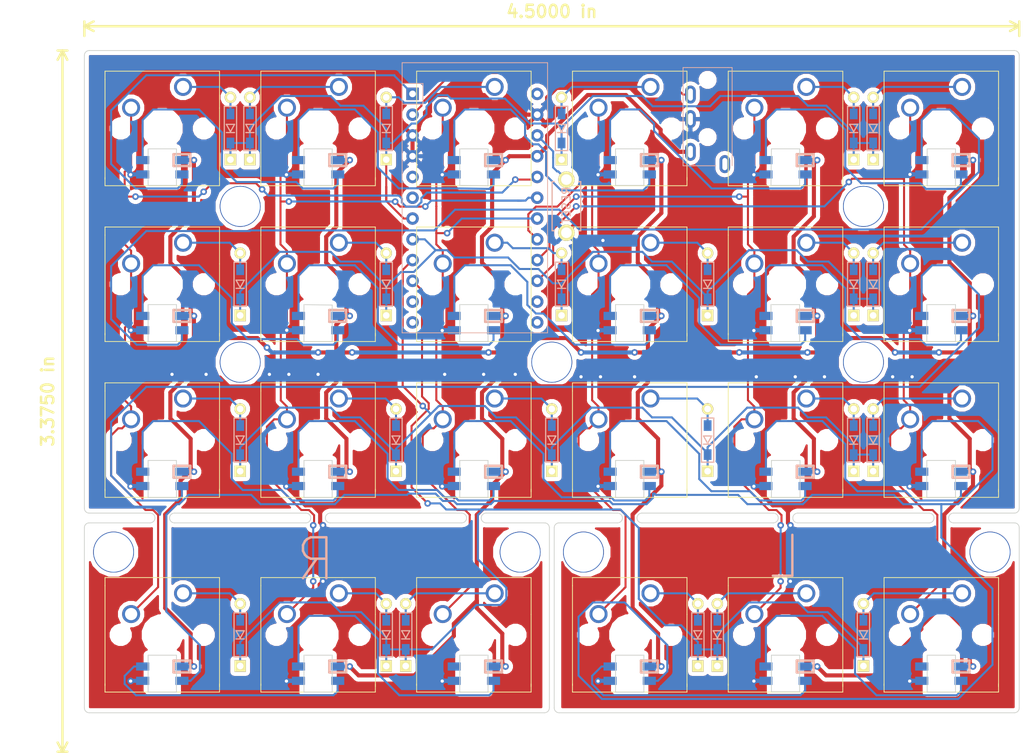
<source format=kicad_pcb>
(kicad_pcb (version 20171130) (host pcbnew "(5.0.1-3-g963ef8bb5)")
  (layers (0 F.Cu signal) (31 B.Cu signal) (34 B.Paste user) (35 F.Paste user) (36 B.SilkS user) (37 F.SilkS user) (38 B.Mask user) (39 F.Mask user) (44 Edge.Cuts user))
  (net 0 "")
  (net 1 "Net-(D1-Pad2)")
  (net 2 row0)
  (net 3 "Net-(D2-Pad2)")
  (net 4 row1)
  (net 5 "Net-(D3-Pad2)")
  (net 6 row2)
  (net 7 row3)
  (net 8 "Net-(D4-Pad2)")
  (net 9 "Net-(D5-Pad2)")
  (net 10 "Net-(D6-Pad2)")
  (net 11 "Net-(D7-Pad2)")
  (net 12 "Net-(D8-Pad2)")
  (net 13 "Net-(D9-Pad2)")
  (net 14 "Net-(D10-Pad2)")
  (net 15 "Net-(D11-Pad2)")
  (net 16 "Net-(D12-Pad2)")
  (net 17 "Net-(D13-Pad2)")
  (net 18 "Net-(D14-Pad2)")
  (net 19 "Net-(D15-Pad2)")
  (net 20 "Net-(D16-Pad2)")
  (net 21 "Net-(D17-Pad2)")
  (net 22 "Net-(D18-Pad2)")
  (net 23 "Net-(D19-Pad2)")
  (net 24 "Net-(D20-Pad2)")
  (net 25 "Net-(D21-Pad2)")
  (net 26 "Net-(D22-Pad2)")
  (net 27 "Net-(D23-Pad2)")
  (net 28 "Net-(D24-Pad2)")
  (net 29 VCC)
  (net 30 "Net-(J1-PadA)")
  (net 31 data)
  (net 32 GND)
  (net 33 led)
  (net 34 reset)
  (net 35 col0)
  (net 36 col1)
  (net 37 col2)
  (net 38 col3)
  (net 39 col4)
  (net 40 col5)
  (net 41 "Net-(U1-Pad5)")
  (net 42 "Net-(U1-Pad6)")
  (net 43 "Net-(U1-Pad11)")
  (net 44 "Net-(U1-Pad12)")
  (net 45 "Net-(U1-Pad13)")
  (net 46 "Net-(U1-Pad14)")
  (net 47 "Net-(U1-Pad24)")
  (net 48 "Net-(L1-Pad1)")
  (net 49 "Net-(L2-Pad3)")
  (net 50 "Net-(L2-Pad1)")
  (net 51 "Net-(L3-Pad1)")
  (net 52 "Net-(L22-Pad1)")
  (net 53 "Net-(L4-Pad1)")
  (net 54 "Net-(L5-Pad1)")
  (net 55 "Net-(L10-Pad3)")
  (net 56 "Net-(L11-Pad3)")
  (net 57 "Net-(L12-Pad3)")
  (net 58 "Net-(L13-Pad3)")
  (net 59 "Net-(L10-Pad1)")
  (net 60 "Net-(L11-Pad1)")
  (net 61 "Net-(L12-Pad1)")
  (net 62 "Net-(L13-Pad1)")
  (net 63 "Net-(L14-Pad1)")
  (net 64 "Net-(L15-Pad1)")
  (net 65 "Net-(L16-Pad1)")
  (net 66 "Net-(L17-Pad1)")
  (net 67 "Net-(L18-Pad1)")
  (net 68 "Net-(L19-Pad1)")
  (net 69 "Net-(L20-Pad1)")
  (net 70 "Net-(L24-Pad1)")
  (net 71 "Net-(L16-Pad3)")
  (module SMKJP:BOARD_Pro_Micro_Reversed-conthrough (layer B.Cu) (at 98.976132 36.540234 270)
    (fp_text reference U1)
    (fp_text value ProMicro hide)
    (pad 13 thru_hole circle (at 31.75 -7.62 270) (size 1.524 1.524) (drill 0.8128) (layers *.Cu *.Mask) (net 45 "Net-(U1-Pad13)"))
    (pad 14 thru_hole circle (at 29.21 -7.62 270) (size 1.524 1.524) (drill 0.8128) (layers *.Cu *.Mask) (net 46 "Net-(U1-Pad14)"))
    (pad 15 thru_hole circle (at 26.67 -7.62 270) (size 1.524 1.524) (drill 0.8128) (layers *.Cu *.Mask) (net 40 col5))
    (pad 16 thru_hole circle (at 24.13 -7.62 270) (size 1.524 1.524) (drill 0.8128) (layers *.Cu *.Mask) (net 39 col4))
    (pad 17 thru_hole circle (at 21.59 -7.62 270) (size 1.524 1.524) (drill 0.8128) (layers *.Cu *.Mask) (net 38 col3))
    (pad 18 thru_hole circle (at 19.05 -7.62 270) (size 1.524 1.524) (drill 0.8128) (layers *.Cu *.Mask) (net 37 col2))
    (pad 19 thru_hole circle (at 16.51 -7.62 270) (size 1.524 1.524) (drill 0.8128) (layers *.Cu *.Mask) (net 36 col1))
    (pad 20 thru_hole circle (at 13.97 -7.62 270) (size 1.524 1.524) (drill 0.8128) (layers *.Cu *.Mask) (net 35 col0))
    (pad 21 thru_hole circle (at 11.43 -7.62 270) (size 1.524 1.524) (drill 0.8128) (layers *.Cu *.Mask) (net 29 VCC))
    (pad 22 thru_hole circle (at 8.89 -7.62 270) (size 1.524 1.524) (drill 0.8128) (layers *.Cu *.Mask) (net 34 reset))
    (pad 23 thru_hole circle (at 6.35 -7.62 270) (size 1.524 1.524) (drill 0.8128) (layers *.Cu *.Mask) (net 32 GND))
    (pad 24 thru_hole circle (at 3.81 -7.62 270) (size 1.524 1.524) (drill 0.8128) (layers *.Cu *.Mask) (net 47 "Net-(U1-Pad24)"))
    (pad 12 thru_hole circle (at 31.75 7.62 270) (size 1.524 1.524) (drill 0.8128) (layers *.Cu *.Mask) (net 44 "Net-(U1-Pad12)"))
    (pad 11 thru_hole circle (at 29.21 7.62 270) (size 1.524 1.524) (drill 0.8128) (layers *.Cu *.Mask) (net 43 "Net-(U1-Pad11)"))
    (pad 10 thru_hole circle (at 26.67 7.62 270) (size 1.524 1.524) (drill 0.8128) (layers *.Cu *.Mask) (net 7 row3))
    (pad 9 thru_hole circle (at 24.13 7.62 270) (size 1.524 1.524) (drill 0.8128) (layers *.Cu *.Mask) (net 6 row2))
    (pad 8 thru_hole circle (at 21.59 7.62 270) (size 1.524 1.524) (drill 0.8128) (layers *.Cu *.Mask) (net 4 row1))
    (pad 7 thru_hole circle (at 19.05 7.62 270) (size 1.524 1.524) (drill 0.8128) (layers *.Cu *.Mask) (net 2 row0))
    (pad 6 thru_hole circle (at 16.51 7.62 270) (size 1.524 1.524) (drill 0.8128) (layers *.Cu *.Mask) (net 42 "Net-(U1-Pad6)"))
    (pad 5 thru_hole circle (at 13.97 7.62 270) (size 1.524 1.524) (drill 0.8128) (layers *.Cu *.Mask) (net 41 "Net-(U1-Pad5)"))
    (pad 4 thru_hole circle (at 11.43 7.62 270) (size 1.524 1.524) (drill 0.8128) (layers *.Cu *.Mask) (net 32 GND))
    (pad 3 thru_hole circle (at 8.89 7.62 270) (size 1.524 1.524) (drill 0.8128) (layers *.Cu *.Mask) (net 32 GND))
    (pad 2 thru_hole circle (at 6.35 7.62 270) (size 1.524 1.524) (drill 0.8128) (layers *.Cu *.Mask) (net 31 data))
    (pad 1 thru_hole rect (at 3.81 7.62 270) (size 1.524 1.524) (drill 0.8128) (layers *.Cu *.Mask) (net 33 led))
  )
  (module SMKJP:CON_MJ-4PP-9-kbd (layer B.Cu) (at 127.432192 37.13555 270)
    (fp_text reference J1)
    (fp_text value MJ-4PP-9)
    (pad A thru_hole oval (at 11.8 -2.1 270) (size 2.2 1.3) (drill oval 1.5 0.6) (layers *.Cu *.Mask) (net 30 "Net-(J1-PadA)"))
    (pad D thru_hole oval (at 10.3 2.1 270) (size 2.2 1.3) (drill oval 1.5 0.6) (layers *.Cu *.Mask) (net 29 VCC))
    (pad C thru_hole oval (at 6.3 2.1 270) (size 2.2 1.3) (drill oval 1.5 0.6) (layers *.Cu *.Mask) (net 32 GND))
    (pad B thru_hole oval (at 3.3 2.1 270) (size 2.2 1.3) (drill oval 1.5 0.6) (layers *.Cu *.Mask) (net 31 data))
    (pad "" np_thru_hole circle (at 8.5 0 270) (size 1.2 1.2) (drill 1.2) (layers *.Cu *.Mask))
    (pad "" np_thru_hole circle (at 1.5 0 270) (size 1.2 1.2) (drill 1.2) (layers *.Cu *.Mask))
  )
  (module kbd:HOLE (layer F.Cu) (at 108.38208 73.152168)
    (fp_text reference Ref**)
    (fp_text value Val**)
    (pad "" np_thru_hole circle (at 0 0) (size 5 5) (drill 4.8) (layers *.Cu *.Mask))
  )
  (module SMKJP:SW_Cherry_MX1A_1.00u_PCB_nosilk (layer F.Cu) (at 98.8568 44.577)
    (fp_text reference SW10)
    (fp_text value SW_PUSH hide)
    (pad 2 thru_hole circle (at 2.54 -5.08) (size 2.2 2.2) (drill 1.5) (layers *.Cu *.Mask) (net 13 "Net-(D9-Pad2)"))
    (pad 1 thru_hole circle (at -3.81 -2.54) (size 2.2 2.2) (drill 1.5) (layers *.Cu *.Mask) (net 37 col2))
    (pad "" np_thru_hole circle (at 0 0) (size 4 4) (drill 4) (layers *.Cu *.Mask))
    (pad "" np_thru_hole circle (at -5.08 0) (size 1.7 1.7) (drill 1.7) (layers *.Cu *.Mask))
    (pad "" np_thru_hole circle (at 5.08 0) (size 1.7 1.7) (drill 1.7) (layers *.Cu *.Mask))
  )
  (module SMKJP:SW_Cherry_MX1A_1.00u_PCB_nosilk (layer F.Cu) (at 136.9568 82.677)
    (fp_text reference SW20)
    (fp_text value SW_PUSH hide)
    (pad 2 thru_hole circle (at 2.54 -5.08) (size 2.2 2.2) (drill 1.5) (layers *.Cu *.Mask) (net 23 "Net-(D19-Pad2)"))
    (pad 1 thru_hole circle (at -3.81 -2.54) (size 2.2 2.2) (drill 1.5) (layers *.Cu *.Mask) (net 39 col4))
    (pad "" np_thru_hole circle (at 0 0) (size 4 4) (drill 4) (layers *.Cu *.Mask))
    (pad "" np_thru_hole circle (at -5.08 0) (size 1.7 1.7) (drill 1.7) (layers *.Cu *.Mask))
    (pad "" np_thru_hole circle (at 5.08 0) (size 1.7 1.7) (drill 1.7) (layers *.Cu *.Mask))
  )
  (module SMKJP:SW_Cherry_MX1A_1.00u_PCB_nosilk (layer F.Cu) (at 136.9568 106.489528)
    (fp_text reference SW21)
    (fp_text value SW_PUSH hide)
    (pad 2 thru_hole circle (at 2.54 -5.08) (size 2.2 2.2) (drill 1.5) (layers *.Cu *.Mask) (net 24 "Net-(D20-Pad2)"))
    (pad 1 thru_hole circle (at -3.81 -2.54) (size 2.2 2.2) (drill 1.5) (layers *.Cu *.Mask) (net 39 col4))
    (pad "" np_thru_hole circle (at 0 0) (size 4 4) (drill 4) (layers *.Cu *.Mask))
    (pad "" np_thru_hole circle (at -5.08 0) (size 1.7 1.7) (drill 1.7) (layers *.Cu *.Mask))
    (pad "" np_thru_hole circle (at 5.08 0) (size 1.7 1.7) (drill 1.7) (layers *.Cu *.Mask))
  )
  (module SMKJP:SW_Cherry_MX1A_1.00u_PCB_nosilk (layer F.Cu) (at 60.7568 44.577)
    (fp_text reference SW2)
    (fp_text value SW_PUSH hide)
    (pad 2 thru_hole circle (at 2.54 -5.08) (size 2.2 2.2) (drill 1.5) (layers *.Cu *.Mask) (net 1 "Net-(D1-Pad2)"))
    (pad 1 thru_hole circle (at -3.81 -2.54) (size 2.2 2.2) (drill 1.5) (layers *.Cu *.Mask) (net 35 col0))
    (pad "" np_thru_hole circle (at 0 0) (size 4 4) (drill 4) (layers *.Cu *.Mask))
    (pad "" np_thru_hole circle (at -5.08 0) (size 1.7 1.7) (drill 1.7) (layers *.Cu *.Mask))
    (pad "" np_thru_hole circle (at 5.08 0) (size 1.7 1.7) (drill 1.7) (layers *.Cu *.Mask))
  )
  (module kbd:ResetSW-irreversible (layer F.Cu) (at 110.168028 54.077818 90)
    (fp_text reference SW1 hide)
    (fp_text value SW_PUSH)
    (fp_text user RESET (at 0.127 0 90) (layer B.SilkS) (effects (justify mirror)))
    (pad 2 thru_hole circle (at -3.25 0 90) (size 2 2) (drill 1.3) (layers *.Cu *.Mask F.SilkS) (net 32 GND))
    (pad 1 thru_hole circle (at 3.25 0 90) (size 2 2) (drill 1.3) (layers *.Cu *.Mask F.SilkS) (net 34 reset))
  )
  (module kbd:HOLE (layer F.Cu) (at 70.281856 54.102056)
    (fp_text reference Ref**)
    (fp_text value Val**)
    (pad "" np_thru_hole circle (at 0 0) (size 5 5) (drill 4.8) (layers *.Cu *.Mask))
  )
  (module kbd:HOLE (layer F.Cu) (at 146.482304 54.102056)
    (fp_text reference Ref**)
    (fp_text value Val**)
    (pad "" np_thru_hole circle (at 0 0) (size 5 5) (drill 4.8) (layers *.Cu *.Mask))
  )
  (module kbd:HOLE (layer F.Cu) (at 161.96052 96.369492)
    (fp_text reference Ref**)
    (fp_text value Val**)
    (pad "" np_thru_hole circle (at 0 0) (size 5 5) (drill 4.8) (layers *.Cu *.Mask))
  )
  (module kbd:HOLE (layer F.Cu) (at 112.251634 96.369492)
    (fp_text reference Ref**)
    (fp_text value Val**)
    (pad "" np_thru_hole circle (at 0 0) (size 5 5) (drill 4.8) (layers *.Cu *.Mask))
  )
  (module kbd:HOLE (layer F.Cu) (at 104.512526 96.369492)
    (fp_text reference Ref**)
    (fp_text value Val**)
    (pad "" np_thru_hole circle (at 0 0) (size 5 5) (drill 4.8) (layers *.Cu *.Mask))
  )
  (module kbd:HOLE (layer F.Cu) (at 54.80364 96.369492)
    (fp_text reference Ref**)
    (fp_text value Val**)
    (pad "" np_thru_hole circle (at 0 0) (size 5 5) (drill 4.8) (layers *.Cu *.Mask))
  )
  (module kbd:HOLE (layer F.Cu) (at 70.281856 73.152168)
    (fp_text reference Ref**)
    (fp_text value Val**)
    (pad "" np_thru_hole circle (at 0 0) (size 5 5) (drill 4.8) (layers *.Cu *.Mask))
  )
  (module kbd:HOLE (layer F.Cu) (at 146.482304 73.152168)
    (fp_text reference Ref**)
    (fp_text value Val**)
    (pad "" np_thru_hole circle (at 0 0) (size 5 5) (drill 4.8) (layers *.Cu *.Mask))
  )
  (module kbd:SK6812MINI_rev_irreversible (layer F.Cu) (at 60.7568 49.321554)
    (fp_text reference L1 hide)
    (fp_text value SK6812MINI hide)
    (pad 2 smd rect (at -2.4 0.875) (size 1.6 1) (layers B.Cu B.Paste B.Mask) (net 32 GND))
    (pad 1 smd rect (at -2.4 -0.875) (size 1.6 1) (layers B.Cu B.Paste B.Mask) (net 48 "Net-(L1-Pad1)"))
    (pad 4 smd rect (at 2.4 -0.875) (size 1.6 1) (layers B.Cu B.Paste B.Mask) (net 29 VCC))
    (pad 3 smd rect (at 2.4 0.875) (size 1.6 1) (layers B.Cu B.Paste B.Mask) (net 33 led))
  )
  (module kbd:SK6812MINI_rev_irreversible (layer F.Cu) (at 60.7568 68.371666)
    (fp_text reference L2 hide)
    (fp_text value SK6812MINI hide)
    (pad 2 smd rect (at -2.4 0.875) (size 1.6 1) (layers B.Cu B.Paste B.Mask) (net 32 GND))
    (pad 1 smd rect (at -2.4 -0.875) (size 1.6 1) (layers B.Cu B.Paste B.Mask) (net 50 "Net-(L2-Pad1)"))
    (pad 4 smd rect (at 2.4 -0.875) (size 1.6 1) (layers B.Cu B.Paste B.Mask) (net 29 VCC))
    (pad 3 smd rect (at 2.4 0.875) (size 1.6 1) (layers B.Cu B.Paste B.Mask) (net 49 "Net-(L2-Pad3)"))
  )
  (module kbd:SK6812MINI_rev_irreversible (layer F.Cu) (at 60.7568 87.421778)
    (fp_text reference L3 hide)
    (fp_text value SK6812MINI hide)
    (pad 2 smd rect (at -2.4 0.875) (size 1.6 1) (layers B.Cu B.Paste B.Mask) (net 32 GND))
    (pad 1 smd rect (at -2.4 -0.875) (size 1.6 1) (layers B.Cu B.Paste B.Mask) (net 51 "Net-(L3-Pad1)"))
    (pad 4 smd rect (at 2.4 -0.875) (size 1.6 1) (layers B.Cu B.Paste B.Mask) (net 29 VCC))
    (pad 3 smd rect (at 2.4 0.875) (size 1.6 1) (layers B.Cu B.Paste B.Mask) (net 52 "Net-(L22-Pad1)"))
  )
  (module kbd:SK6812MINI_rev_irreversible (layer F.Cu) (at 60.7568 111.234418)
    (fp_text reference L4 hide)
    (fp_text value SK6812MINI hide)
    (pad 2 smd rect (at -2.4 0.875) (size 1.6 1) (layers B.Cu B.Paste B.Mask) (net 32 GND))
    (pad 1 smd rect (at -2.4 -0.875) (size 1.6 1) (layers B.Cu B.Paste B.Mask) (net 53 "Net-(L4-Pad1)"))
    (pad 4 smd rect (at 2.4 -0.875) (size 1.6 1) (layers B.Cu B.Paste B.Mask) (net 29 VCC))
    (pad 3 smd rect (at 2.4 0.875) (size 1.6 1) (layers B.Cu B.Paste B.Mask) (net 71 "Net-(L16-Pad3)"))
  )
  (module kbd:SK6812MINI_rev_irreversible (layer F.Cu) (at 79.8068 49.321554)
    (fp_text reference L5 hide)
    (fp_text value SK6812MINI hide)
    (pad 2 smd rect (at -2.4 0.875) (size 1.6 1) (layers B.Cu B.Paste B.Mask) (net 32 GND))
    (pad 1 smd rect (at -2.4 -0.875) (size 1.6 1) (layers B.Cu B.Paste B.Mask) (net 54 "Net-(L5-Pad1)"))
    (pad 4 smd rect (at 2.4 -0.875) (size 1.6 1) (layers B.Cu B.Paste B.Mask) (net 29 VCC))
    (pad 3 smd rect (at 2.4 0.875) (size 1.6 1) (layers B.Cu B.Paste B.Mask) (net 48 "Net-(L1-Pad1)"))
  )
  (module kbd:SK6812MINI_rev_irreversible (layer F.Cu) (at 79.8068 68.371666)
    (fp_text reference L6 hide)
    (fp_text value SK6812MINI hide)
    (pad 2 smd rect (at -2.4 0.875) (size 1.6 1) (layers B.Cu B.Paste B.Mask) (net 32 GND))
    (pad 1 smd rect (at -2.4 -0.875) (size 1.6 1) (layers B.Cu B.Paste B.Mask) (net 55 "Net-(L10-Pad3)"))
    (pad 4 smd rect (at 2.4 -0.875) (size 1.6 1) (layers B.Cu B.Paste B.Mask) (net 29 VCC))
    (pad 3 smd rect (at 2.4 0.875) (size 1.6 1) (layers B.Cu B.Paste B.Mask) (net 50 "Net-(L2-Pad1)"))
  )
  (module kbd:SK6812MINI_rev_irreversible (layer F.Cu) (at 79.8068 87.421778)
    (fp_text reference L7 hide)
    (fp_text value SK6812MINI hide)
    (pad 2 smd rect (at -2.4 0.875) (size 1.6 1) (layers B.Cu B.Paste B.Mask) (net 32 GND))
    (pad 1 smd rect (at -2.4 -0.875) (size 1.6 1) (layers B.Cu B.Paste B.Mask) (net 56 "Net-(L11-Pad3)"))
    (pad 4 smd rect (at 2.4 -0.875) (size 1.6 1) (layers B.Cu B.Paste B.Mask) (net 29 VCC))
    (pad 3 smd rect (at 2.4 0.875) (size 1.6 1) (layers B.Cu B.Paste B.Mask) (net 51 "Net-(L3-Pad1)"))
  )
  (module kbd:SK6812MINI_rev_irreversible (layer F.Cu) (at 79.8068 111.234418)
    (fp_text reference L8 hide)
    (fp_text value SK6812MINI hide)
    (pad 2 smd rect (at -2.4 0.875) (size 1.6 1) (layers B.Cu B.Paste B.Mask) (net 32 GND))
    (pad 1 smd rect (at -2.4 -0.875) (size 1.6 1) (layers B.Cu B.Paste B.Mask) (net 57 "Net-(L12-Pad3)"))
    (pad 4 smd rect (at 2.4 -0.875) (size 1.6 1) (layers B.Cu B.Paste B.Mask) (net 29 VCC))
    (pad 3 smd rect (at 2.4 0.875) (size 1.6 1) (layers B.Cu B.Paste B.Mask) (net 53 "Net-(L4-Pad1)"))
  )
  (module kbd:SK6812MINI_rev_irreversible (layer F.Cu) (at 98.8568 49.321554)
    (fp_text reference L9 hide)
    (fp_text value SK6812MINI hide)
    (pad 2 smd rect (at -2.4 0.875) (size 1.6 1) (layers B.Cu B.Paste B.Mask) (net 32 GND))
    (pad 1 smd rect (at -2.4 -0.875) (size 1.6 1) (layers B.Cu B.Paste B.Mask) (net 58 "Net-(L13-Pad3)"))
    (pad 4 smd rect (at 2.4 -0.875) (size 1.6 1) (layers B.Cu B.Paste B.Mask) (net 29 VCC))
    (pad 3 smd rect (at 2.4 0.875) (size 1.6 1) (layers B.Cu B.Paste B.Mask) (net 54 "Net-(L5-Pad1)"))
  )
  (module kbd:SK6812MINI_rev_irreversible (layer F.Cu) (at 98.8568 68.371666)
    (fp_text reference L10 hide)
    (fp_text value SK6812MINI hide)
    (pad 2 smd rect (at -2.4 0.875) (size 1.6 1) (layers B.Cu B.Paste B.Mask) (net 32 GND))
    (pad 1 smd rect (at -2.4 -0.875) (size 1.6 1) (layers B.Cu B.Paste B.Mask) (net 59 "Net-(L10-Pad1)"))
    (pad 4 smd rect (at 2.4 -0.875) (size 1.6 1) (layers B.Cu B.Paste B.Mask) (net 29 VCC))
    (pad 3 smd rect (at 2.4 0.875) (size 1.6 1) (layers B.Cu B.Paste B.Mask) (net 55 "Net-(L10-Pad3)"))
  )
  (module kbd:SK6812MINI_rev_irreversible (layer F.Cu) (at 98.8568 87.421778)
    (fp_text reference L11 hide)
    (fp_text value SK6812MINI hide)
    (pad 2 smd rect (at -2.4 0.875) (size 1.6 1) (layers B.Cu B.Paste B.Mask) (net 32 GND))
    (pad 1 smd rect (at -2.4 -0.875) (size 1.6 1) (layers B.Cu B.Paste B.Mask) (net 60 "Net-(L11-Pad1)"))
    (pad 4 smd rect (at 2.4 -0.875) (size 1.6 1) (layers B.Cu B.Paste B.Mask) (net 29 VCC))
    (pad 3 smd rect (at 2.4 0.875) (size 1.6 1) (layers B.Cu B.Paste B.Mask) (net 56 "Net-(L11-Pad3)"))
  )
  (module kbd:SK6812MINI_rev_irreversible (layer F.Cu) (at 98.8568 111.234418)
    (fp_text reference L12 hide)
    (fp_text value SK6812MINI hide)
    (pad 2 smd rect (at -2.4 0.875) (size 1.6 1) (layers B.Cu B.Paste B.Mask) (net 32 GND))
    (pad 1 smd rect (at -2.4 -0.875) (size 1.6 1) (layers B.Cu B.Paste B.Mask) (net 61 "Net-(L12-Pad1)"))
    (pad 4 smd rect (at 2.4 -0.875) (size 1.6 1) (layers B.Cu B.Paste B.Mask) (net 29 VCC))
    (pad 3 smd rect (at 2.4 0.875) (size 1.6 1) (layers B.Cu B.Paste B.Mask) (net 57 "Net-(L12-Pad3)"))
  )
  (module kbd:SK6812MINI_rev_irreversible (layer F.Cu) (at 117.9068 49.321554)
    (fp_text reference L13 hide)
    (fp_text value SK6812MINI hide)
    (pad 2 smd rect (at -2.4 0.875) (size 1.6 1) (layers B.Cu B.Paste B.Mask) (net 32 GND))
    (pad 1 smd rect (at -2.4 -0.875) (size 1.6 1) (layers B.Cu B.Paste B.Mask) (net 62 "Net-(L13-Pad1)"))
    (pad 4 smd rect (at 2.4 -0.875) (size 1.6 1) (layers B.Cu B.Paste B.Mask) (net 29 VCC))
    (pad 3 smd rect (at 2.4 0.875) (size 1.6 1) (layers B.Cu B.Paste B.Mask) (net 58 "Net-(L13-Pad3)"))
  )
  (module kbd:SK6812MINI_rev_irreversible (layer F.Cu) (at 117.9068 68.371666)
    (fp_text reference L14 hide)
    (fp_text value SK6812MINI hide)
    (pad 2 smd rect (at -2.4 0.875) (size 1.6 1) (layers B.Cu B.Paste B.Mask) (net 32 GND))
    (pad 1 smd rect (at -2.4 -0.875) (size 1.6 1) (layers B.Cu B.Paste B.Mask) (net 63 "Net-(L14-Pad1)"))
    (pad 4 smd rect (at 2.4 -0.875) (size 1.6 1) (layers B.Cu B.Paste B.Mask) (net 29 VCC))
    (pad 3 smd rect (at 2.4 0.875) (size 1.6 1) (layers B.Cu B.Paste B.Mask) (net 59 "Net-(L10-Pad1)"))
  )
  (module kbd:SK6812MINI_rev_irreversible (layer F.Cu) (at 117.9068 87.421778)
    (fp_text reference L15 hide)
    (fp_text value SK6812MINI hide)
    (pad 2 smd rect (at -2.4 0.875) (size 1.6 1) (layers B.Cu B.Paste B.Mask) (net 32 GND))
    (pad 1 smd rect (at -2.4 -0.875) (size 1.6 1) (layers B.Cu B.Paste B.Mask) (net 64 "Net-(L15-Pad1)"))
    (pad 4 smd rect (at 2.4 -0.875) (size 1.6 1) (layers B.Cu B.Paste B.Mask) (net 29 VCC))
    (pad 3 smd rect (at 2.4 0.875) (size 1.6 1) (layers B.Cu B.Paste B.Mask) (net 60 "Net-(L11-Pad1)"))
  )
  (module kbd:SK6812MINI_rev_irreversible (layer F.Cu) (at 117.9068 111.234418)
    (fp_text reference L16 hide)
    (fp_text value SK6812MINI hide)
    (pad 2 smd rect (at -2.4 0.875) (size 1.6 1) (layers B.Cu B.Paste B.Mask) (net 32 GND))
    (pad 1 smd rect (at -2.4 -0.875) (size 1.6 1) (layers B.Cu B.Paste B.Mask) (net 65 "Net-(L16-Pad1)"))
    (pad 4 smd rect (at 2.4 -0.875) (size 1.6 1) (layers B.Cu B.Paste B.Mask) (net 29 VCC))
    (pad 3 smd rect (at 2.4 0.875) (size 1.6 1) (layers B.Cu B.Paste B.Mask) (net 71 "Net-(L16-Pad3)"))
  )
  (module kbd:SK6812MINI_rev_irreversible (layer F.Cu) (at 136.9568 49.321554)
    (fp_text reference L17 hide)
    (fp_text value SK6812MINI hide)
    (pad 2 smd rect (at -2.4 0.875) (size 1.6 1) (layers B.Cu B.Paste B.Mask) (net 32 GND))
    (pad 1 smd rect (at -2.4 -0.875) (size 1.6 1) (layers B.Cu B.Paste B.Mask) (net 66 "Net-(L17-Pad1)"))
    (pad 4 smd rect (at 2.4 -0.875) (size 1.6 1) (layers B.Cu B.Paste B.Mask) (net 29 VCC))
    (pad 3 smd rect (at 2.4 0.875) (size 1.6 1) (layers B.Cu B.Paste B.Mask) (net 62 "Net-(L13-Pad1)"))
  )
  (module kbd:SK6812MINI_rev_irreversible (layer F.Cu) (at 136.9568 68.371666)
    (fp_text reference L18 hide)
    (fp_text value SK6812MINI hide)
    (pad 2 smd rect (at -2.4 0.875) (size 1.6 1) (layers B.Cu B.Paste B.Mask) (net 32 GND))
    (pad 1 smd rect (at -2.4 -0.875) (size 1.6 1) (layers B.Cu B.Paste B.Mask) (net 67 "Net-(L18-Pad1)"))
    (pad 4 smd rect (at 2.4 -0.875) (size 1.6 1) (layers B.Cu B.Paste B.Mask) (net 29 VCC))
    (pad 3 smd rect (at 2.4 0.875) (size 1.6 1) (layers B.Cu B.Paste B.Mask) (net 63 "Net-(L14-Pad1)"))
  )
  (module kbd:SK6812MINI_rev_irreversible (layer F.Cu) (at 136.9568 87.421778)
    (fp_text reference L19 hide)
    (fp_text value SK6812MINI hide)
    (pad 2 smd rect (at -2.4 0.875) (size 1.6 1) (layers B.Cu B.Paste B.Mask) (net 32 GND))
    (pad 1 smd rect (at -2.4 -0.875) (size 1.6 1) (layers B.Cu B.Paste B.Mask) (net 68 "Net-(L19-Pad1)"))
    (pad 4 smd rect (at 2.4 -0.875) (size 1.6 1) (layers B.Cu B.Paste B.Mask) (net 29 VCC))
    (pad 3 smd rect (at 2.4 0.875) (size 1.6 1) (layers B.Cu B.Paste B.Mask) (net 64 "Net-(L15-Pad1)"))
  )
  (module kbd:SK6812MINI_rev_irreversible (layer F.Cu) (at 136.9568 111.234418)
    (fp_text reference L20 hide)
    (fp_text value SK6812MINI hide)
    (pad 2 smd rect (at -2.4 0.875) (size 1.6 1) (layers B.Cu B.Paste B.Mask) (net 32 GND))
    (pad 1 smd rect (at -2.4 -0.875) (size 1.6 1) (layers B.Cu B.Paste B.Mask) (net 69 "Net-(L20-Pad1)"))
    (pad 4 smd rect (at 2.4 -0.875) (size 1.6 1) (layers B.Cu B.Paste B.Mask) (net 29 VCC))
    (pad 3 smd rect (at 2.4 0.875) (size 1.6 1) (layers B.Cu B.Paste B.Mask) (net 65 "Net-(L16-Pad1)"))
  )
  (module kbd:SK6812MINI_rev_irreversible (layer F.Cu) (at 156.0068 49.321554)
    (fp_text reference L21 hide)
    (fp_text value SK6812MINI hide)
    (pad 2 smd rect (at -2.4 0.875) (size 1.6 1) (layers B.Cu B.Paste B.Mask) (net 32 GND))
    (pad 1 smd rect (at -2.4 -0.875) (size 1.6 1) (layers B.Cu B.Paste B.Mask) (net 49 "Net-(L2-Pad3)"))
    (pad 4 smd rect (at 2.4 -0.875) (size 1.6 1) (layers B.Cu B.Paste B.Mask) (net 29 VCC))
    (pad 3 smd rect (at 2.4 0.875) (size 1.6 1) (layers B.Cu B.Paste B.Mask) (net 66 "Net-(L17-Pad1)"))
  )
  (module kbd:SK6812MINI_rev_irreversible (layer F.Cu) (at 156.0068 68.371666)
    (fp_text reference L22 hide)
    (fp_text value SK6812MINI hide)
    (pad 2 smd rect (at -2.4 0.875) (size 1.6 1) (layers B.Cu B.Paste B.Mask) (net 32 GND))
    (pad 1 smd rect (at -2.4 -0.875) (size 1.6 1) (layers B.Cu B.Paste B.Mask) (net 52 "Net-(L22-Pad1)"))
    (pad 4 smd rect (at 2.4 -0.875) (size 1.6 1) (layers B.Cu B.Paste B.Mask) (net 29 VCC))
    (pad 3 smd rect (at 2.4 0.875) (size 1.6 1) (layers B.Cu B.Paste B.Mask) (net 67 "Net-(L18-Pad1)"))
  )
  (module kbd:SK6812MINI_rev_irreversible (layer F.Cu) (at 156.0068 87.421778)
    (fp_text reference L23 hide)
    (fp_text value SK6812MINI hide)
    (pad 2 smd rect (at -2.4 0.875) (size 1.6 1) (layers B.Cu B.Paste B.Mask) (net 32 GND))
    (pad 1 smd rect (at -2.4 -0.875) (size 1.6 1) (layers B.Cu B.Paste B.Mask) (net 71 "Net-(L16-Pad3)"))
    (pad 4 smd rect (at 2.4 -0.875) (size 1.6 1) (layers B.Cu B.Paste B.Mask) (net 29 VCC))
    (pad 3 smd rect (at 2.4 0.875) (size 1.6 1) (layers B.Cu B.Paste B.Mask) (net 68 "Net-(L19-Pad1)"))
  )
  (module kbd:SK6812MINI_rev_irreversible (layer F.Cu) (at 156.0068 111.234418)
    (fp_text reference L24 hide)
    (fp_text value SK6812MINI hide)
    (pad 2 smd rect (at -2.4 0.875) (size 1.6 1) (layers B.Cu B.Paste B.Mask) (net 32 GND))
    (pad 1 smd rect (at -2.4 -0.875) (size 1.6 1) (layers B.Cu B.Paste B.Mask) (net 70 "Net-(L24-Pad1)"))
    (pad 4 smd rect (at 2.4 -0.875) (size 1.6 1) (layers B.Cu B.Paste B.Mask) (net 29 VCC))
    (pad 3 smd rect (at 2.4 0.875) (size 1.6 1) (layers B.Cu B.Paste B.Mask) (net 69 "Net-(L20-Pad1)"))
  )
  (module kbd:D3_TH_SMD_irreversible (layer F.Cu) (at 69.091224 44.577 90)
    (fp_text reference D1 hide)
    (fp_text value D hide)
    (pad 2 thru_hole circle (at 3.81 0 90) (size 1.397 1.397) (drill 0.8128) (layers *.Cu *.Mask F.SilkS) (net 1 "Net-(D1-Pad2)"))
    (pad 1 thru_hole rect (at -3.81 0 90) (size 1.397 1.397) (drill 0.8128) (layers *.Cu *.Mask F.SilkS) (net 2 row0))
    (pad 1 smd rect (at -1.775 0 90) (size 1.3 0.95) (layers B.Cu B.Paste B.Mask) (net 2 row0))
    (pad 2 smd rect (at 1.775 0 90) (size 1.3 0.95) (layers B.Cu B.Paste B.Mask) (net 1 "Net-(D1-Pad2)"))
  )
  (module kbd:D3_TH_SMD_irreversible (layer F.Cu) (at 70.281856 63.627 90)
    (fp_text reference D2 hide)
    (fp_text value D hide)
    (pad 2 thru_hole circle (at 3.81 0 90) (size 1.397 1.397) (drill 0.8128) (layers *.Cu *.Mask F.SilkS) (net 3 "Net-(D2-Pad2)"))
    (pad 1 thru_hole rect (at -3.81 0 90) (size 1.397 1.397) (drill 0.8128) (layers *.Cu *.Mask F.SilkS) (net 4 row1))
    (pad 1 smd rect (at -1.775 0 90) (size 1.3 0.95) (layers B.Cu B.Paste B.Mask) (net 4 row1))
    (pad 2 smd rect (at 1.775 0 90) (size 1.3 0.95) (layers B.Cu B.Paste B.Mask) (net 3 "Net-(D2-Pad2)"))
  )
  (module kbd:D3_TH_SMD_irreversible (layer F.Cu) (at 70.2818 82.677 90)
    (fp_text reference D3 hide)
    (fp_text value D hide)
    (pad 2 thru_hole circle (at 3.81 0 90) (size 1.397 1.397) (drill 0.8128) (layers *.Cu *.Mask F.SilkS) (net 5 "Net-(D3-Pad2)"))
    (pad 1 thru_hole rect (at -3.81 0 90) (size 1.397 1.397) (drill 0.8128) (layers *.Cu *.Mask F.SilkS) (net 6 row2))
    (pad 1 smd rect (at -1.775 0 90) (size 1.3 0.95) (layers B.Cu B.Paste B.Mask) (net 6 row2))
    (pad 2 smd rect (at 1.775 0 90) (size 1.3 0.95) (layers B.Cu B.Paste B.Mask) (net 5 "Net-(D3-Pad2)"))
  )
  (module kbd:D3_TH_SMD_irreversible (layer F.Cu) (at 70.2818 106.489528 90)
    (fp_text reference D4 hide)
    (fp_text value D hide)
    (pad 2 thru_hole circle (at 3.81 0 90) (size 1.397 1.397) (drill 0.8128) (layers *.Cu *.Mask F.SilkS) (net 8 "Net-(D4-Pad2)"))
    (pad 1 thru_hole rect (at -3.81 0 90) (size 1.397 1.397) (drill 0.8128) (layers *.Cu *.Mask F.SilkS) (net 7 row3))
    (pad 1 smd rect (at -1.775 0 90) (size 1.3 0.95) (layers B.Cu B.Paste B.Mask) (net 7 row3))
    (pad 2 smd rect (at 1.775 0 90) (size 1.3 0.95) (layers B.Cu B.Paste B.Mask) (net 8 "Net-(D4-Pad2)"))
  )
  (module kbd:D3_TH_SMD_irreversible (layer F.Cu) (at 71.472488 44.577 90)
    (fp_text reference D5 hide)
    (fp_text value D hide)
    (pad 2 thru_hole circle (at 3.81 0 90) (size 1.397 1.397) (drill 0.8128) (layers *.Cu *.Mask F.SilkS) (net 9 "Net-(D5-Pad2)"))
    (pad 1 thru_hole rect (at -3.81 0 90) (size 1.397 1.397) (drill 0.8128) (layers *.Cu *.Mask F.SilkS) (net 2 row0))
    (pad 1 smd rect (at -1.775 0 90) (size 1.3 0.95) (layers B.Cu B.Paste B.Mask) (net 2 row0))
    (pad 2 smd rect (at 1.775 0 90) (size 1.3 0.95) (layers B.Cu B.Paste B.Mask) (net 9 "Net-(D5-Pad2)"))
  )
  (module kbd:D3_TH_SMD_irreversible (layer F.Cu) (at 88.141336 63.627 90)
    (fp_text reference D6 hide)
    (fp_text value D hide)
    (pad 2 thru_hole circle (at 3.81 0 90) (size 1.397 1.397) (drill 0.8128) (layers *.Cu *.Mask F.SilkS) (net 10 "Net-(D6-Pad2)"))
    (pad 1 thru_hole rect (at -3.81 0 90) (size 1.397 1.397) (drill 0.8128) (layers *.Cu *.Mask F.SilkS) (net 4 row1))
    (pad 1 smd rect (at -1.775 0 90) (size 1.3 0.95) (layers B.Cu B.Paste B.Mask) (net 4 row1))
    (pad 2 smd rect (at 1.775 0 90) (size 1.3 0.95) (layers B.Cu B.Paste B.Mask) (net 10 "Net-(D6-Pad2)"))
  )
  (module kbd:D3_TH_SMD_irreversible (layer F.Cu) (at 89.3318 82.677 90)
    (fp_text reference D7 hide)
    (fp_text value D hide)
    (pad 2 thru_hole circle (at 3.81 0 90) (size 1.397 1.397) (drill 0.8128) (layers *.Cu *.Mask F.SilkS) (net 11 "Net-(D7-Pad2)"))
    (pad 1 thru_hole rect (at -3.81 0 90) (size 1.397 1.397) (drill 0.8128) (layers *.Cu *.Mask F.SilkS) (net 6 row2))
    (pad 1 smd rect (at -1.775 0 90) (size 1.3 0.95) (layers B.Cu B.Paste B.Mask) (net 6 row2))
    (pad 2 smd rect (at 1.775 0 90) (size 1.3 0.95) (layers B.Cu B.Paste B.Mask) (net 11 "Net-(D7-Pad2)"))
  )
  (module kbd:D3_TH_SMD_irreversible (layer F.Cu) (at 88.141175 106.489528 90)
    (fp_text reference D8 hide)
    (fp_text value D hide)
    (pad 2 thru_hole circle (at 3.81 0 90) (size 1.397 1.397) (drill 0.8128) (layers *.Cu *.Mask F.SilkS) (net 12 "Net-(D8-Pad2)"))
    (pad 1 thru_hole rect (at -3.81 0 90) (size 1.397 1.397) (drill 0.8128) (layers *.Cu *.Mask F.SilkS) (net 7 row3))
    (pad 1 smd rect (at -1.775 0 90) (size 1.3 0.95) (layers B.Cu B.Paste B.Mask) (net 7 row3))
    (pad 2 smd rect (at 1.775 0 90) (size 1.3 0.95) (layers B.Cu B.Paste B.Mask) (net 12 "Net-(D8-Pad2)"))
  )
  (module kbd:D3_TH_SMD_irreversible (layer F.Cu) (at 88.141336 44.577 90)
    (fp_text reference D9 hide)
    (fp_text value D hide)
    (pad 2 thru_hole circle (at 3.81 0 90) (size 1.397 1.397) (drill 0.8128) (layers *.Cu *.Mask F.SilkS) (net 13 "Net-(D9-Pad2)"))
    (pad 1 thru_hole rect (at -3.81 0 90) (size 1.397 1.397) (drill 0.8128) (layers *.Cu *.Mask F.SilkS) (net 2 row0))
    (pad 1 smd rect (at -1.775 0 90) (size 1.3 0.95) (layers B.Cu B.Paste B.Mask) (net 2 row0))
    (pad 2 smd rect (at 1.775 0 90) (size 1.3 0.95) (layers B.Cu B.Paste B.Mask) (net 13 "Net-(D9-Pad2)"))
  )
  (module kbd:D3_TH_SMD_irreversible (layer F.Cu) (at 109.572712 63.627 90)
    (fp_text reference D10 hide)
    (fp_text value D hide)
    (pad 2 thru_hole circle (at 3.81 0 90) (size 1.397 1.397) (drill 0.8128) (layers *.Cu *.Mask F.SilkS) (net 14 "Net-(D10-Pad2)"))
    (pad 1 thru_hole rect (at -3.81 0 90) (size 1.397 1.397) (drill 0.8128) (layers *.Cu *.Mask F.SilkS) (net 4 row1))
    (pad 1 smd rect (at -1.775 0 90) (size 1.3 0.95) (layers B.Cu B.Paste B.Mask) (net 4 row1))
    (pad 2 smd rect (at 1.775 0 90) (size 1.3 0.95) (layers B.Cu B.Paste B.Mask) (net 14 "Net-(D10-Pad2)"))
  )
  (module kbd:D3_TH_SMD_irreversible (layer F.Cu) (at 108.3818 82.677 90)
    (fp_text reference D11 hide)
    (fp_text value D hide)
    (pad 2 thru_hole circle (at 3.81 0 90) (size 1.397 1.397) (drill 0.8128) (layers *.Cu *.Mask F.SilkS) (net 15 "Net-(D11-Pad2)"))
    (pad 1 thru_hole rect (at -3.81 0 90) (size 1.397 1.397) (drill 0.8128) (layers *.Cu *.Mask F.SilkS) (net 6 row2))
    (pad 1 smd rect (at -1.775 0 90) (size 1.3 0.95) (layers B.Cu B.Paste B.Mask) (net 6 row2))
    (pad 2 smd rect (at 1.775 0 90) (size 1.3 0.95) (layers B.Cu B.Paste B.Mask) (net 15 "Net-(D11-Pad2)"))
  )
  (module kbd:D3_TH_SMD_irreversible (layer F.Cu) (at 90.522425 106.489528 90)
    (fp_text reference D12 hide)
    (fp_text value D hide)
    (pad 2 thru_hole circle (at 3.81 0 90) (size 1.397 1.397) (drill 0.8128) (layers *.Cu *.Mask F.SilkS) (net 16 "Net-(D12-Pad2)"))
    (pad 1 thru_hole rect (at -3.81 0 90) (size 1.397 1.397) (drill 0.8128) (layers *.Cu *.Mask F.SilkS) (net 7 row3))
    (pad 1 smd rect (at -1.775 0 90) (size 1.3 0.95) (layers B.Cu B.Paste B.Mask) (net 7 row3))
    (pad 2 smd rect (at 1.775 0 90) (size 1.3 0.95) (layers B.Cu B.Paste B.Mask) (net 16 "Net-(D12-Pad2)"))
  )
  (module kbd:D3_TH_SMD_irreversible (layer F.Cu) (at 109.572712 44.577 90)
    (fp_text reference D13 hide)
    (fp_text value D hide)
    (pad 2 thru_hole circle (at 3.81 0 90) (size 1.397 1.397) (drill 0.8128) (layers *.Cu *.Mask F.SilkS) (net 17 "Net-(D13-Pad2)"))
    (pad 1 thru_hole rect (at -3.81 0 90) (size 1.397 1.397) (drill 0.8128) (layers *.Cu *.Mask F.SilkS) (net 2 row0))
    (pad 1 smd rect (at -1.775 0 90) (size 1.3 0.95) (layers B.Cu B.Paste B.Mask) (net 2 row0))
    (pad 2 smd rect (at 1.775 0 90) (size 1.3 0.95) (layers B.Cu B.Paste B.Mask) (net 17 "Net-(D13-Pad2)"))
  )
  (module kbd:D3_TH_SMD_irreversible (layer F.Cu) (at 127.4318 63.627 90)
    (fp_text reference D14 hide)
    (fp_text value D hide)
    (pad 2 thru_hole circle (at 3.81 0 90) (size 1.397 1.397) (drill 0.8128) (layers *.Cu *.Mask F.SilkS) (net 18 "Net-(D14-Pad2)"))
    (pad 1 thru_hole rect (at -3.81 0 90) (size 1.397 1.397) (drill 0.8128) (layers *.Cu *.Mask F.SilkS) (net 4 row1))
    (pad 1 smd rect (at -1.775 0 90) (size 1.3 0.95) (layers B.Cu B.Paste B.Mask) (net 4 row1))
    (pad 2 smd rect (at 1.775 0 90) (size 1.3 0.95) (layers B.Cu B.Paste B.Mask) (net 18 "Net-(D14-Pad2)"))
  )
  (module kbd:D3_TH_SMD_irreversible (layer F.Cu) (at 127.4318 82.677 90)
    (fp_text reference D15 hide)
    (fp_text value D hide)
    (pad 2 thru_hole circle (at 3.81 0 90) (size 1.397 1.397) (drill 0.8128) (layers *.Cu *.Mask F.SilkS) (net 19 "Net-(D15-Pad2)"))
    (pad 1 thru_hole rect (at -3.81 0 90) (size 1.397 1.397) (drill 0.8128) (layers *.Cu *.Mask F.SilkS) (net 6 row2))
    (pad 1 smd rect (at -1.775 0 90) (size 1.3 0.95) (layers B.Cu B.Paste B.Mask) (net 6 row2))
    (pad 2 smd rect (at 1.775 0 90) (size 1.3 0.95) (layers B.Cu B.Paste B.Mask) (net 19 "Net-(D15-Pad2)"))
  )
  (module kbd:D3_TH_SMD_irreversible (layer F.Cu) (at 126.241175 106.489528 90)
    (fp_text reference D16 hide)
    (fp_text value D hide)
    (pad 2 thru_hole circle (at 3.81 0 90) (size 1.397 1.397) (drill 0.8128) (layers *.Cu *.Mask F.SilkS) (net 20 "Net-(D16-Pad2)"))
    (pad 1 thru_hole rect (at -3.81 0 90) (size 1.397 1.397) (drill 0.8128) (layers *.Cu *.Mask F.SilkS) (net 7 row3))
    (pad 1 smd rect (at -1.775 0 90) (size 1.3 0.95) (layers B.Cu B.Paste B.Mask) (net 7 row3))
    (pad 2 smd rect (at 1.775 0 90) (size 1.3 0.95) (layers B.Cu B.Paste B.Mask) (net 20 "Net-(D16-Pad2)"))
  )
  (module kbd:D3_TH_SMD_irreversible (layer F.Cu) (at 145.291175 44.577 90)
    (fp_text reference D17 hide)
    (fp_text value D hide)
    (pad 2 thru_hole circle (at 3.81 0 90) (size 1.397 1.397) (drill 0.8128) (layers *.Cu *.Mask F.SilkS) (net 21 "Net-(D17-Pad2)"))
    (pad 1 thru_hole rect (at -3.81 0 90) (size 1.397 1.397) (drill 0.8128) (layers *.Cu *.Mask F.SilkS) (net 2 row0))
    (pad 1 smd rect (at -1.775 0 90) (size 1.3 0.95) (layers B.Cu B.Paste B.Mask) (net 2 row0))
    (pad 2 smd rect (at 1.775 0 90) (size 1.3 0.95) (layers B.Cu B.Paste B.Mask) (net 21 "Net-(D17-Pad2)"))
  )
  (module kbd:D3_TH_SMD_irreversible (layer F.Cu) (at 145.291175 63.627 90)
    (fp_text reference D18 hide)
    (fp_text value D hide)
    (pad 2 thru_hole circle (at 3.81 0 90) (size 1.397 1.397) (drill 0.8128) (layers *.Cu *.Mask F.SilkS) (net 22 "Net-(D18-Pad2)"))
    (pad 1 thru_hole rect (at -3.81 0 90) (size 1.397 1.397) (drill 0.8128) (layers *.Cu *.Mask F.SilkS) (net 4 row1))
    (pad 1 smd rect (at -1.775 0 90) (size 1.3 0.95) (layers B.Cu B.Paste B.Mask) (net 4 row1))
    (pad 2 smd rect (at 1.775 0 90) (size 1.3 0.95) (layers B.Cu B.Paste B.Mask) (net 22 "Net-(D18-Pad2)"))
  )
  (module kbd:D3_TH_SMD_irreversible (layer F.Cu) (at 145.291175 82.677 90)
    (fp_text reference D19 hide)
    (fp_text value D hide)
    (pad 2 thru_hole circle (at 3.81 0 90) (size 1.397 1.397) (drill 0.8128) (layers *.Cu *.Mask F.SilkS) (net 23 "Net-(D19-Pad2)"))
    (pad 1 thru_hole rect (at -3.81 0 90) (size 1.397 1.397) (drill 0.8128) (layers *.Cu *.Mask F.SilkS) (net 6 row2))
    (pad 1 smd rect (at -1.775 0 90) (size 1.3 0.95) (layers B.Cu B.Paste B.Mask) (net 6 row2))
    (pad 2 smd rect (at 1.775 0 90) (size 1.3 0.95) (layers B.Cu B.Paste B.Mask) (net 23 "Net-(D19-Pad2)"))
  )
  (module kbd:D3_TH_SMD_irreversible (layer F.Cu) (at 128.622425 106.489528 90)
    (fp_text reference D20 hide)
    (fp_text value D hide)
    (pad 2 thru_hole circle (at 3.81 0 90) (size 1.397 1.397) (drill 0.8128) (layers *.Cu *.Mask F.SilkS) (net 24 "Net-(D20-Pad2)"))
    (pad 1 thru_hole rect (at -3.81 0 90) (size 1.397 1.397) (drill 0.8128) (layers *.Cu *.Mask F.SilkS) (net 7 row3))
    (pad 1 smd rect (at -1.775 0 90) (size 1.3 0.95) (layers B.Cu B.Paste B.Mask) (net 7 row3))
    (pad 2 smd rect (at 1.775 0 90) (size 1.3 0.95) (layers B.Cu B.Paste B.Mask) (net 24 "Net-(D20-Pad2)"))
  )
  (module kbd:D3_TH_SMD_irreversible (layer F.Cu) (at 147.672425 44.577 90)
    (fp_text reference D21 hide)
    (fp_text value D hide)
    (pad 2 thru_hole circle (at 3.81 0 90) (size 1.397 1.397) (drill 0.8128) (layers *.Cu *.Mask F.SilkS) (net 25 "Net-(D21-Pad2)"))
    (pad 1 thru_hole rect (at -3.81 0 90) (size 1.397 1.397) (drill 0.8128) (layers *.Cu *.Mask F.SilkS) (net 2 row0))
    (pad 1 smd rect (at -1.775 0 90) (size 1.3 0.95) (layers B.Cu B.Paste B.Mask) (net 2 row0))
    (pad 2 smd rect (at 1.775 0 90) (size 1.3 0.95) (layers B.Cu B.Paste B.Mask) (net 25 "Net-(D21-Pad2)"))
  )
  (module kbd:D3_TH_SMD_irreversible (layer F.Cu) (at 147.672425 63.627 90)
    (fp_text reference D22 hide)
    (fp_text value D hide)
    (pad 2 thru_hole circle (at 3.81 0 90) (size 1.397 1.397) (drill 0.8128) (layers *.Cu *.Mask F.SilkS) (net 26 "Net-(D22-Pad2)"))
    (pad 1 thru_hole rect (at -3.81 0 90) (size 1.397 1.397) (drill 0.8128) (layers *.Cu *.Mask F.SilkS) (net 4 row1))
    (pad 1 smd rect (at -1.775 0 90) (size 1.3 0.95) (layers B.Cu B.Paste B.Mask) (net 4 row1))
    (pad 2 smd rect (at 1.775 0 90) (size 1.3 0.95) (layers B.Cu B.Paste B.Mask) (net 26 "Net-(D22-Pad2)"))
  )
  (module kbd:D3_TH_SMD_irreversible (layer F.Cu) (at 147.672425 82.677 90)
    (fp_text reference D23 hide)
    (fp_text value D hide)
    (pad 2 thru_hole circle (at 3.81 0 90) (size 1.397 1.397) (drill 0.8128) (layers *.Cu *.Mask F.SilkS) (net 27 "Net-(D23-Pad2)"))
    (pad 1 thru_hole rect (at -3.81 0 90) (size 1.397 1.397) (drill 0.8128) (layers *.Cu *.Mask F.SilkS) (net 6 row2))
    (pad 1 smd rect (at -1.775 0 90) (size 1.3 0.95) (layers B.Cu B.Paste B.Mask) (net 6 row2))
    (pad 2 smd rect (at 1.775 0 90) (size 1.3 0.95) (layers B.Cu B.Paste B.Mask) (net 27 "Net-(D23-Pad2)"))
  )
  (module kbd:D3_TH_SMD_irreversible (layer F.Cu) (at 146.4818 106.489528 90)
    (fp_text reference D24 hide)
    (fp_text value D hide)
    (pad 2 thru_hole circle (at 3.81 0 90) (size 1.397 1.397) (drill 0.8128) (layers *.Cu *.Mask F.SilkS) (net 28 "Net-(D24-Pad2)"))
    (pad 1 thru_hole rect (at -3.81 0 90) (size 1.397 1.397) (drill 0.8128) (layers *.Cu *.Mask F.SilkS) (net 7 row3))
    (pad 1 smd rect (at -1.775 0 90) (size 1.3 0.95) (layers B.Cu B.Paste B.Mask) (net 7 row3))
    (pad 2 smd rect (at 1.775 0 90) (size 1.3 0.95) (layers B.Cu B.Paste B.Mask) (net 28 "Net-(D24-Pad2)"))
  )
  (module SMKJP:SW_Cherry_MX1A_1.00u_PCB_nosilk (layer F.Cu) (at 60.7568 63.627)
    (fp_text reference SW3)
    (fp_text value SW_PUSH hide)
    (pad 2 thru_hole circle (at 2.54 -5.08) (size 2.2 2.2) (drill 1.5) (layers *.Cu *.Mask) (net 3 "Net-(D2-Pad2)"))
    (pad 1 thru_hole circle (at -3.81 -2.54) (size 2.2 2.2) (drill 1.5) (layers *.Cu *.Mask) (net 35 col0))
    (pad "" np_thru_hole circle (at 0 0) (size 4 4) (drill 4) (layers *.Cu *.Mask))
    (pad "" np_thru_hole circle (at -5.08 0) (size 1.7 1.7) (drill 1.7) (layers *.Cu *.Mask))
    (pad "" np_thru_hole circle (at 5.08 0) (size 1.7 1.7) (drill 1.7) (layers *.Cu *.Mask))
  )
  (module SMKJP:SW_Cherry_MX1A_1.00u_PCB_nosilk (layer F.Cu) (at 60.7568 82.677)
    (fp_text reference SW4)
    (fp_text value SW_PUSH hide)
    (pad 2 thru_hole circle (at 2.54 -5.08) (size 2.2 2.2) (drill 1.5) (layers *.Cu *.Mask) (net 5 "Net-(D3-Pad2)"))
    (pad 1 thru_hole circle (at -3.81 -2.54) (size 2.2 2.2) (drill 1.5) (layers *.Cu *.Mask) (net 35 col0))
    (pad "" np_thru_hole circle (at 0 0) (size 4 4) (drill 4) (layers *.Cu *.Mask))
    (pad "" np_thru_hole circle (at -5.08 0) (size 1.7 1.7) (drill 1.7) (layers *.Cu *.Mask))
    (pad "" np_thru_hole circle (at 5.08 0) (size 1.7 1.7) (drill 1.7) (layers *.Cu *.Mask))
  )
  (module SMKJP:SW_Cherry_MX1A_1.00u_PCB_nosilk (layer F.Cu) (at 60.7568 106.489528)
    (fp_text reference SW5)
    (fp_text value SW_PUSH hide)
    (pad 2 thru_hole circle (at 2.54 -5.08) (size 2.2 2.2) (drill 1.5) (layers *.Cu *.Mask) (net 8 "Net-(D4-Pad2)"))
    (pad 1 thru_hole circle (at -3.81 -2.54) (size 2.2 2.2) (drill 1.5) (layers *.Cu *.Mask) (net 35 col0))
    (pad "" np_thru_hole circle (at 0 0) (size 4 4) (drill 4) (layers *.Cu *.Mask))
    (pad "" np_thru_hole circle (at -5.08 0) (size 1.7 1.7) (drill 1.7) (layers *.Cu *.Mask))
    (pad "" np_thru_hole circle (at 5.08 0) (size 1.7 1.7) (drill 1.7) (layers *.Cu *.Mask))
  )
  (module SMKJP:SW_Cherry_MX1A_1.00u_PCB_nosilk (layer F.Cu) (at 79.8068 44.577)
    (fp_text reference SW6)
    (fp_text value SW_PUSH hide)
    (pad 2 thru_hole circle (at 2.54 -5.08) (size 2.2 2.2) (drill 1.5) (layers *.Cu *.Mask) (net 9 "Net-(D5-Pad2)"))
    (pad 1 thru_hole circle (at -3.81 -2.54) (size 2.2 2.2) (drill 1.5) (layers *.Cu *.Mask) (net 36 col1))
    (pad "" np_thru_hole circle (at 0 0) (size 4 4) (drill 4) (layers *.Cu *.Mask))
    (pad "" np_thru_hole circle (at -5.08 0) (size 1.7 1.7) (drill 1.7) (layers *.Cu *.Mask))
    (pad "" np_thru_hole circle (at 5.08 0) (size 1.7 1.7) (drill 1.7) (layers *.Cu *.Mask))
  )
  (module SMKJP:SW_Cherry_MX1A_1.00u_PCB_nosilk (layer F.Cu) (at 79.8068 63.627)
    (fp_text reference SW7)
    (fp_text value SW_PUSH hide)
    (pad 2 thru_hole circle (at 2.54 -5.08) (size 2.2 2.2) (drill 1.5) (layers *.Cu *.Mask) (net 10 "Net-(D6-Pad2)"))
    (pad 1 thru_hole circle (at -3.81 -2.54) (size 2.2 2.2) (drill 1.5) (layers *.Cu *.Mask) (net 36 col1))
    (pad "" np_thru_hole circle (at 0 0) (size 4 4) (drill 4) (layers *.Cu *.Mask))
    (pad "" np_thru_hole circle (at -5.08 0) (size 1.7 1.7) (drill 1.7) (layers *.Cu *.Mask))
    (pad "" np_thru_hole circle (at 5.08 0) (size 1.7 1.7) (drill 1.7) (layers *.Cu *.Mask))
  )
  (module SMKJP:SW_Cherry_MX1A_1.00u_PCB_nosilk (layer F.Cu) (at 79.8068 82.677)
    (fp_text reference SW8)
    (fp_text value SW_PUSH hide)
    (pad 2 thru_hole circle (at 2.54 -5.08) (size 2.2 2.2) (drill 1.5) (layers *.Cu *.Mask) (net 11 "Net-(D7-Pad2)"))
    (pad 1 thru_hole circle (at -3.81 -2.54) (size 2.2 2.2) (drill 1.5) (layers *.Cu *.Mask) (net 36 col1))
    (pad "" np_thru_hole circle (at 0 0) (size 4 4) (drill 4) (layers *.Cu *.Mask))
    (pad "" np_thru_hole circle (at -5.08 0) (size 1.7 1.7) (drill 1.7) (layers *.Cu *.Mask))
    (pad "" np_thru_hole circle (at 5.08 0) (size 1.7 1.7) (drill 1.7) (layers *.Cu *.Mask))
  )
  (module SMKJP:SW_Cherry_MX1A_1.00u_PCB_nosilk (layer F.Cu) (at 79.8068 106.489528)
    (fp_text reference SW9)
    (fp_text value SW_PUSH hide)
    (pad 2 thru_hole circle (at 2.54 -5.08) (size 2.2 2.2) (drill 1.5) (layers *.Cu *.Mask) (net 12 "Net-(D8-Pad2)"))
    (pad 1 thru_hole circle (at -3.81 -2.54) (size 2.2 2.2) (drill 1.5) (layers *.Cu *.Mask) (net 36 col1))
    (pad "" np_thru_hole circle (at 0 0) (size 4 4) (drill 4) (layers *.Cu *.Mask))
    (pad "" np_thru_hole circle (at -5.08 0) (size 1.7 1.7) (drill 1.7) (layers *.Cu *.Mask))
    (pad "" np_thru_hole circle (at 5.08 0) (size 1.7 1.7) (drill 1.7) (layers *.Cu *.Mask))
  )
  (module SMKJP:SW_Cherry_MX1A_1.00u_PCB_nosilk (layer F.Cu) (at 98.8568 63.627)
    (fp_text reference SW11)
    (fp_text value SW_PUSH hide)
    (pad 2 thru_hole circle (at 2.54 -5.08) (size 2.2 2.2) (drill 1.5) (layers *.Cu *.Mask) (net 14 "Net-(D10-Pad2)"))
    (pad 1 thru_hole circle (at -3.81 -2.54) (size 2.2 2.2) (drill 1.5) (layers *.Cu *.Mask) (net 37 col2))
    (pad "" np_thru_hole circle (at 0 0) (size 4 4) (drill 4) (layers *.Cu *.Mask))
    (pad "" np_thru_hole circle (at -5.08 0) (size 1.7 1.7) (drill 1.7) (layers *.Cu *.Mask))
    (pad "" np_thru_hole circle (at 5.08 0) (size 1.7 1.7) (drill 1.7) (layers *.Cu *.Mask))
  )
  (module SMKJP:SW_Cherry_MX1A_1.00u_PCB_nosilk (layer F.Cu) (at 98.8568 82.677)
    (fp_text reference SW12)
    (fp_text value SW_PUSH hide)
    (pad 2 thru_hole circle (at 2.54 -5.08) (size 2.2 2.2) (drill 1.5) (layers *.Cu *.Mask) (net 15 "Net-(D11-Pad2)"))
    (pad 1 thru_hole circle (at -3.81 -2.54) (size 2.2 2.2) (drill 1.5) (layers *.Cu *.Mask) (net 37 col2))
    (pad "" np_thru_hole circle (at 0 0) (size 4 4) (drill 4) (layers *.Cu *.Mask))
    (pad "" np_thru_hole circle (at -5.08 0) (size 1.7 1.7) (drill 1.7) (layers *.Cu *.Mask))
    (pad "" np_thru_hole circle (at 5.08 0) (size 1.7 1.7) (drill 1.7) (layers *.Cu *.Mask))
  )
  (module SMKJP:SW_Cherry_MX1A_1.00u_PCB_nosilk (layer F.Cu) (at 98.8568 106.489528)
    (fp_text reference SW13)
    (fp_text value SW_PUSH hide)
    (pad 2 thru_hole circle (at 2.54 -5.08) (size 2.2 2.2) (drill 1.5) (layers *.Cu *.Mask) (net 16 "Net-(D12-Pad2)"))
    (pad 1 thru_hole circle (at -3.81 -2.54) (size 2.2 2.2) (drill 1.5) (layers *.Cu *.Mask) (net 37 col2))
    (pad "" np_thru_hole circle (at 0 0) (size 4 4) (drill 4) (layers *.Cu *.Mask))
    (pad "" np_thru_hole circle (at -5.08 0) (size 1.7 1.7) (drill 1.7) (layers *.Cu *.Mask))
    (pad "" np_thru_hole circle (at 5.08 0) (size 1.7 1.7) (drill 1.7) (layers *.Cu *.Mask))
  )
  (module SMKJP:SW_Cherry_MX1A_1.00u_PCB_nosilk (layer F.Cu) (at 117.9068 44.577)
    (fp_text reference SW14)
    (fp_text value SW_PUSH hide)
    (pad 2 thru_hole circle (at 2.54 -5.08) (size 2.2 2.2) (drill 1.5) (layers *.Cu *.Mask) (net 17 "Net-(D13-Pad2)"))
    (pad 1 thru_hole circle (at -3.81 -2.54) (size 2.2 2.2) (drill 1.5) (layers *.Cu *.Mask) (net 38 col3))
    (pad "" np_thru_hole circle (at 0 0) (size 4 4) (drill 4) (layers *.Cu *.Mask))
    (pad "" np_thru_hole circle (at -5.08 0) (size 1.7 1.7) (drill 1.7) (layers *.Cu *.Mask))
    (pad "" np_thru_hole circle (at 5.08 0) (size 1.7 1.7) (drill 1.7) (layers *.Cu *.Mask))
  )
  (module SMKJP:SW_Cherry_MX1A_1.00u_PCB_nosilk (layer F.Cu) (at 117.9068 63.627)
    (fp_text reference SW15)
    (fp_text value SW_PUSH hide)
    (pad 2 thru_hole circle (at 2.54 -5.08) (size 2.2 2.2) (drill 1.5) (layers *.Cu *.Mask) (net 18 "Net-(D14-Pad2)"))
    (pad 1 thru_hole circle (at -3.81 -2.54) (size 2.2 2.2) (drill 1.5) (layers *.Cu *.Mask) (net 38 col3))
    (pad "" np_thru_hole circle (at 0 0) (size 4 4) (drill 4) (layers *.Cu *.Mask))
    (pad "" np_thru_hole circle (at -5.08 0) (size 1.7 1.7) (drill 1.7) (layers *.Cu *.Mask))
    (pad "" np_thru_hole circle (at 5.08 0) (size 1.7 1.7) (drill 1.7) (layers *.Cu *.Mask))
  )
  (module SMKJP:SW_Cherry_MX1A_1.00u_PCB_nosilk (layer F.Cu) (at 117.9068 82.677)
    (fp_text reference SW16)
    (fp_text value SW_PUSH hide)
    (pad 2 thru_hole circle (at 2.54 -5.08) (size 2.2 2.2) (drill 1.5) (layers *.Cu *.Mask) (net 19 "Net-(D15-Pad2)"))
    (pad 1 thru_hole circle (at -3.81 -2.54) (size 2.2 2.2) (drill 1.5) (layers *.Cu *.Mask) (net 38 col3))
    (pad "" np_thru_hole circle (at 0 0) (size 4 4) (drill 4) (layers *.Cu *.Mask))
    (pad "" np_thru_hole circle (at -5.08 0) (size 1.7 1.7) (drill 1.7) (layers *.Cu *.Mask))
    (pad "" np_thru_hole circle (at 5.08 0) (size 1.7 1.7) (drill 1.7) (layers *.Cu *.Mask))
  )
  (module SMKJP:SW_Cherry_MX1A_1.00u_PCB_nosilk (layer F.Cu) (at 117.9068 106.489528)
    (fp_text reference SW17)
    (fp_text value SW_PUSH hide)
    (pad 2 thru_hole circle (at 2.54 -5.08) (size 2.2 2.2) (drill 1.5) (layers *.Cu *.Mask) (net 20 "Net-(D16-Pad2)"))
    (pad 1 thru_hole circle (at -3.81 -2.54) (size 2.2 2.2) (drill 1.5) (layers *.Cu *.Mask) (net 38 col3))
    (pad "" np_thru_hole circle (at 0 0) (size 4 4) (drill 4) (layers *.Cu *.Mask))
    (pad "" np_thru_hole circle (at -5.08 0) (size 1.7 1.7) (drill 1.7) (layers *.Cu *.Mask))
    (pad "" np_thru_hole circle (at 5.08 0) (size 1.7 1.7) (drill 1.7) (layers *.Cu *.Mask))
  )
  (module SMKJP:SW_Cherry_MX1A_1.00u_PCB_nosilk (layer F.Cu) (at 136.9568 44.577)
    (fp_text reference SW18)
    (fp_text value SW_PUSH hide)
    (pad 2 thru_hole circle (at 2.54 -5.08) (size 2.2 2.2) (drill 1.5) (layers *.Cu *.Mask) (net 21 "Net-(D17-Pad2)"))
    (pad 1 thru_hole circle (at -3.81 -2.54) (size 2.2 2.2) (drill 1.5) (layers *.Cu *.Mask) (net 39 col4))
    (pad "" np_thru_hole circle (at 0 0) (size 4 4) (drill 4) (layers *.Cu *.Mask))
    (pad "" np_thru_hole circle (at -5.08 0) (size 1.7 1.7) (drill 1.7) (layers *.Cu *.Mask))
    (pad "" np_thru_hole circle (at 5.08 0) (size 1.7 1.7) (drill 1.7) (layers *.Cu *.Mask))
  )
  (module SMKJP:SW_Cherry_MX1A_1.00u_PCB_nosilk (layer F.Cu) (at 136.9568 63.627)
    (fp_text reference SW19)
    (fp_text value SW_PUSH hide)
    (pad 2 thru_hole circle (at 2.54 -5.08) (size 2.2 2.2) (drill 1.5) (layers *.Cu *.Mask) (net 22 "Net-(D18-Pad2)"))
    (pad 1 thru_hole circle (at -3.81 -2.54) (size 2.2 2.2) (drill 1.5) (layers *.Cu *.Mask) (net 39 col4))
    (pad "" np_thru_hole circle (at 0 0) (size 4 4) (drill 4) (layers *.Cu *.Mask))
    (pad "" np_thru_hole circle (at -5.08 0) (size 1.7 1.7) (drill 1.7) (layers *.Cu *.Mask))
    (pad "" np_thru_hole circle (at 5.08 0) (size 1.7 1.7) (drill 1.7) (layers *.Cu *.Mask))
  )
  (module SMKJP:SW_Cherry_MX1A_1.00u_PCB_nosilk (layer F.Cu) (at 156.0068 44.577)
    (fp_text reference SW22)
    (fp_text value SW_PUSH hide)
    (pad 2 thru_hole circle (at 2.54 -5.08) (size 2.2 2.2) (drill 1.5) (layers *.Cu *.Mask) (net 25 "Net-(D21-Pad2)"))
    (pad 1 thru_hole circle (at -3.81 -2.54) (size 2.2 2.2) (drill 1.5) (layers *.Cu *.Mask) (net 40 col5))
    (pad "" np_thru_hole circle (at 0 0) (size 4 4) (drill 4) (layers *.Cu *.Mask))
    (pad "" np_thru_hole circle (at -5.08 0) (size 1.7 1.7) (drill 1.7) (layers *.Cu *.Mask))
    (pad "" np_thru_hole circle (at 5.08 0) (size 1.7 1.7) (drill 1.7) (layers *.Cu *.Mask))
  )
  (module SMKJP:SW_Cherry_MX1A_1.00u_PCB_nosilk (layer F.Cu) (at 156.0068 63.627)
    (fp_text reference SW23)
    (fp_text value SW_PUSH hide)
    (pad 2 thru_hole circle (at 2.54 -5.08) (size 2.2 2.2) (drill 1.5) (layers *.Cu *.Mask) (net 26 "Net-(D22-Pad2)"))
    (pad 1 thru_hole circle (at -3.81 -2.54) (size 2.2 2.2) (drill 1.5) (layers *.Cu *.Mask) (net 40 col5))
    (pad "" np_thru_hole circle (at 0 0) (size 4 4) (drill 4) (layers *.Cu *.Mask))
    (pad "" np_thru_hole circle (at -5.08 0) (size 1.7 1.7) (drill 1.7) (layers *.Cu *.Mask))
    (pad "" np_thru_hole circle (at 5.08 0) (size 1.7 1.7) (drill 1.7) (layers *.Cu *.Mask))
  )
  (module SMKJP:SW_Cherry_MX1A_1.00u_PCB_nosilk (layer F.Cu) (at 156.0068 82.677)
    (fp_text reference SW24)
    (fp_text value SW_PUSH hide)
    (pad 2 thru_hole circle (at 2.54 -5.08) (size 2.2 2.2) (drill 1.5) (layers *.Cu *.Mask) (net 27 "Net-(D23-Pad2)"))
    (pad 1 thru_hole circle (at -3.81 -2.54) (size 2.2 2.2) (drill 1.5) (layers *.Cu *.Mask) (net 40 col5))
    (pad "" np_thru_hole circle (at 0 0) (size 4 4) (drill 4) (layers *.Cu *.Mask))
    (pad "" np_thru_hole circle (at -5.08 0) (size 1.7 1.7) (drill 1.7) (layers *.Cu *.Mask))
    (pad "" np_thru_hole circle (at 5.08 0) (size 1.7 1.7) (drill 1.7) (layers *.Cu *.Mask))
  )
  (module SMKJP:SW_Cherry_MX1A_1.00u_PCB_nosilk (layer F.Cu) (at 156.0068 106.489528)
    (fp_text reference SW25)
    (fp_text value SW_PUSH hide)
    (pad 2 thru_hole circle (at 2.54 -5.08) (size 2.2 2.2) (drill 1.5) (layers *.Cu *.Mask) (net 28 "Net-(D24-Pad2)"))
    (pad 1 thru_hole circle (at -3.81 -2.54) (size 2.2 2.2) (drill 1.5) (layers *.Cu *.Mask) (net 40 col5))
    (pad "" np_thru_hole circle (at 0 0) (size 4 4) (drill 4) (layers *.Cu *.Mask))
    (pad "" np_thru_hole circle (at -5.08 0) (size 1.7 1.7) (drill 1.7) (layers *.Cu *.Mask))
    (pad "" np_thru_hole circle (at 5.08 0) (size 1.7 1.7) (drill 1.7) (layers *.Cu *.Mask))
  )
  (gr_text R (at 79.509254 97.262466) (layer B.SilkS) (effects (font (size 5 5) (thickness 0.3)) (justify mirror)))
  (gr_text L (at 136.957248 96.964808) (layer B.SilkS) (effects (font (size 5 5) (thickness 0.3)) (justify mirror)))
  (gr_line (start 108.679738 115.419604) (end 108.679738 93.392912) (layer Edge.Cuts) (width 0.1))
  (gr_line (start 108.084422 93.392912) (end 108.084422 115.419604) (layer Edge.Cuts) (width 0.1))
  (dimension 85.725504 (width 0.3) (layer F.SilkS) (gr_text "85.726 mm" (at 46.452822 77.914696 270) (layer F.SilkS) (effects (font (size 1.5 1.5) (thickness 0.3)))) (feature1 (pts (xy 49.148138 120.777448) (xy 47.966401 120.777448))) (feature2 (pts (xy 49.148138 35.051944) (xy 47.966401 35.051944))) (crossbar (pts (xy 48.552822 35.051944) (xy 48.552822 120.777448))) (arrow1a (pts (xy 48.552822 120.777448) (xy 47.966401 119.650944))) (arrow1b (pts (xy 48.552822 120.777448) (xy 49.139243 119.650944))) (arrow2a (pts (xy 48.552822 35.051944) (xy 47.966401 36.178448))) (arrow2b (pts (xy 48.552822 35.051944) (xy 49.139243 36.178448))))
  (dimension 114.300672 (width 0.3) (layer F.SilkS) (gr_text "114.301 mm" (at 108.38208 29.975365) (layer F.SilkS) (effects (font (size 1.5 1.5) (thickness 0.3)))) (feature1 (pts (xy 165.532416 33.265996) (xy 165.532416 31.488944))) (feature2 (pts (xy 51.231744 33.265996) (xy 51.231744 31.488944))) (crossbar (pts (xy 51.231744 32.075365) (xy 165.532416 32.075365))) (arrow1a (pts (xy 165.532416 32.075365) (xy 164.405912 32.661786))) (arrow1b (pts (xy 165.532416 32.075365) (xy 164.405912 31.488944))) (arrow2a (pts (xy 51.231744 32.075365) (xy 52.358248 32.661786))) (arrow2b (pts (xy 51.231744 32.075365) (xy 52.358248 31.488944))))
  (gr_arc (start 109.275054 93.392912) (end 109.275054 92.797596) (angle -90) (layer Edge.Cuts) (width 0.1))
  (gr_arc (start 107.489106 93.392912) (end 108.084422 93.392912) (angle -90) (layer Edge.Cuts) (width 0.1))
  (gr_arc (start 164.9371 91.011648) (end 164.9371 91.606964) (angle -90) (layer Edge.Cuts) (width 0.1))
  (gr_arc (start 157.49565 92.20228) (end 157.49565 91.606964) (angle -180) (layer Edge.Cuts) (width 0.1))
  (gr_arc (start 164.9371 93.392912) (end 165.532416 93.392912) (angle -90) (layer Edge.Cuts) (width 0.1))
  (gr_arc (start 154.51907 92.20228) (end 154.51907 92.797596) (angle -180) (layer Edge.Cuts) (width 0.1))
  (gr_arc (start 138.445538 92.20228) (end 138.445538 91.606964) (angle -180) (layer Edge.Cuts) (width 0.1))
  (gr_arc (start 135.468958 92.20228) (end 135.468958 92.797596) (angle -180) (layer Edge.Cuts) (width 0.1))
  (gr_arc (start 119.395426 92.20228) (end 119.395426 91.606964) (angle -180) (layer Edge.Cuts) (width 0.1))
  (gr_arc (start 164.9371 115.419604) (end 164.9371 116.01492) (angle -90) (layer Edge.Cuts) (width 0.1))
  (gr_arc (start 109.275054 115.419604) (end 108.679738 115.419604) (angle -90) (layer Edge.Cuts) (width 0.1))
  (gr_arc (start 116.418846 92.20228) (end 116.418846 92.797596) (angle -180) (layer Edge.Cuts) (width 0.1))
  (gr_arc (start 100.345314 92.20228) (end 100.345314 91.606964) (angle -180) (layer Edge.Cuts) (width 0.1))
  (gr_arc (start 107.489106 115.419604) (end 107.489106 116.01492) (angle -90) (layer Edge.Cuts) (width 0.1))
  (gr_arc (start 97.368734 92.20228) (end 97.368734 92.797596) (angle -180) (layer Edge.Cuts) (width 0.1))
  (gr_arc (start 81.295202 92.20228) (end 81.295202 91.606964) (angle -180) (layer Edge.Cuts) (width 0.1))
  (gr_arc (start 78.318622 92.20228) (end 78.318622 92.797596) (angle -180) (layer Edge.Cuts) (width 0.1))
  (gr_arc (start 62.24509 92.20228) (end 62.24509 91.606964) (angle -180) (layer Edge.Cuts) (width 0.1))
  (gr_arc (start 51.82706 115.419604) (end 51.231744 115.419604) (angle -90) (layer Edge.Cuts) (width 0.1))
  (gr_arc (start 51.82706 93.392912) (end 51.82706 92.797596) (angle -90) (layer Edge.Cuts) (width 0.1))
  (gr_arc (start 59.26851 92.20228) (end 59.26851 92.797596) (angle -180) (layer Edge.Cuts) (width 0.1))
  (gr_arc (start 51.82706 91.011648) (end 51.231744 91.011648) (angle -90) (layer Edge.Cuts) (width 0.1))
  (gr_arc (start 51.82706 35.64726) (end 51.82706 35.051944) (angle -90) (layer Edge.Cuts) (width 0.1))
  (gr_arc (start 164.9371 35.64726) (end 165.532416 35.64726) (angle -90) (layer Edge.Cuts) (width 0.1))
  (gr_line (start 154.2796 113.499928) (end 154.2796 108.978728) (layer Edge.Cuts) (width 0.1))
  (gr_line (start 157.734 113.499928) (end 154.2796 113.499928) (layer Edge.Cuts) (width 0.1))
  (gr_line (start 157.734 108.978728) (end 157.734 113.499928) (layer Edge.Cuts) (width 0.1))
  (gr_line (start 154.2796 108.978728) (end 157.734 108.978728) (layer Edge.Cuts) (width 0.1))
  (gr_line (start 135.2296 108.978728) (end 135.2296 109.029528) (layer Edge.Cuts) (width 0.1))
  (gr_line (start 135.2296 113.449128) (end 135.2296 109.029528) (layer Edge.Cuts) (width 0.1))
  (gr_line (start 138.684 113.449128) (end 135.2296 113.449128) (layer Edge.Cuts) (width 0.1))
  (gr_line (start 138.684 108.978728) (end 138.684 113.449128) (layer Edge.Cuts) (width 0.1))
  (gr_line (start 135.2296 108.978728) (end 138.684 108.978728) (layer Edge.Cuts) (width 0.1))
  (gr_line (start 116.1796 113.499928) (end 116.1796 108.978728) (layer Edge.Cuts) (width 0.1))
  (gr_line (start 119.634 113.499928) (end 116.1796 113.499928) (layer Edge.Cuts) (width 0.1))
  (gr_line (start 119.634 108.978728) (end 119.634 113.499928) (layer Edge.Cuts) (width 0.1))
  (gr_line (start 116.1796 108.978728) (end 119.634 108.978728) (layer Edge.Cuts) (width 0.1))
  (gr_line (start 97.1296 113.499928) (end 97.1296 108.978728) (layer Edge.Cuts) (width 0.1))
  (gr_line (start 100.584 113.499928) (end 97.1296 113.499928) (layer Edge.Cuts) (width 0.1))
  (gr_line (start 100.584 108.978728) (end 100.584 113.499928) (layer Edge.Cuts) (width 0.1))
  (gr_line (start 97.1296 108.978728) (end 100.584 108.978728) (layer Edge.Cuts) (width 0.1))
  (gr_line (start 78.0796 113.499928) (end 78.0796 108.978728) (layer Edge.Cuts) (width 0.1))
  (gr_line (start 81.534 113.499928) (end 78.0796 113.499928) (layer Edge.Cuts) (width 0.1))
  (gr_line (start 81.534 108.978728) (end 81.534 113.499928) (layer Edge.Cuts) (width 0.1))
  (gr_line (start 78.0796 108.978728) (end 81.534 108.978728) (layer Edge.Cuts) (width 0.1))
  (gr_line (start 62.484 108.978728) (end 59.0804 108.978728) (layer Edge.Cuts) (width 0.1))
  (gr_line (start 62.484 113.499928) (end 62.484 108.978728) (layer Edge.Cuts) (width 0.1))
  (gr_line (start 59.0296 113.499928) (end 62.484 113.499928) (layer Edge.Cuts) (width 0.1))
  (gr_line (start 59.0296 108.978728) (end 59.0296 113.499928) (layer Edge.Cuts) (width 0.1))
  (gr_line (start 59.0804 108.978728) (end 59.0296 108.978728) (layer Edge.Cuts) (width 0.1))
  (gr_line (start 59.0296 89.6874) (end 59.0296 85.1662) (layer Edge.Cuts) (width 0.1))
  (gr_line (start 62.484 89.6874) (end 59.0296 89.6874) (layer Edge.Cuts) (width 0.1))
  (gr_line (start 62.484 85.1662) (end 62.484 89.6874) (layer Edge.Cuts) (width 0.1))
  (gr_line (start 59.0296 85.1662) (end 62.484 85.1662) (layer Edge.Cuts) (width 0.1))
  (gr_line (start 78.0796 89.6874) (end 78.0796 85.1662) (layer Edge.Cuts) (width 0.1))
  (gr_line (start 81.534 89.6874) (end 78.0796 89.6874) (layer Edge.Cuts) (width 0.1))
  (gr_line (start 81.534 85.1662) (end 81.534 89.6874) (layer Edge.Cuts) (width 0.1))
  (gr_line (start 78.0796 85.1662) (end 81.534 85.1662) (layer Edge.Cuts) (width 0.1))
  (gr_line (start 97.1296 89.6874) (end 97.1296 85.1662) (layer Edge.Cuts) (width 0.1))
  (gr_line (start 100.584 89.6874) (end 97.1296 89.6874) (layer Edge.Cuts) (width 0.1))
  (gr_line (start 100.584 85.1662) (end 100.584 89.6874) (layer Edge.Cuts) (width 0.1))
  (gr_line (start 97.1296 85.1662) (end 100.584 85.1662) (layer Edge.Cuts) (width 0.1))
  (gr_line (start 116.1796 89.6874) (end 116.1796 85.1662) (layer Edge.Cuts) (width 0.1))
  (gr_line (start 119.634 89.6874) (end 116.1796 89.6874) (layer Edge.Cuts) (width 0.1))
  (gr_line (start 119.634 85.1662) (end 119.634 89.6874) (layer Edge.Cuts) (width 0.1))
  (gr_line (start 116.1796 85.1662) (end 119.634 85.1662) (layer Edge.Cuts) (width 0.1))
  (gr_line (start 135.2296 89.6874) (end 135.2296 85.1662) (layer Edge.Cuts) (width 0.1))
  (gr_line (start 138.7348 89.6874) (end 135.2296 89.6874) (layer Edge.Cuts) (width 0.1))
  (gr_line (start 138.7348 85.1662) (end 138.7348 89.6874) (layer Edge.Cuts) (width 0.1))
  (gr_line (start 135.2296 85.1662) (end 138.7348 85.1662) (layer Edge.Cuts) (width 0.1))
  (gr_line (start 154.2288 89.6874) (end 154.2288 85.1662) (layer Edge.Cuts) (width 0.1))
  (gr_line (start 157.734 89.6874) (end 154.2288 89.6874) (layer Edge.Cuts) (width 0.1))
  (gr_line (start 157.734 85.1662) (end 157.734 89.6874) (layer Edge.Cuts) (width 0.1))
  (gr_line (start 154.2288 85.1662) (end 157.734 85.1662) (layer Edge.Cuts) (width 0.1))
  (gr_line (start 154.2288 70.6374) (end 154.2288 66.1162) (layer Edge.Cuts) (width 0.1))
  (gr_line (start 157.734 70.6374) (end 154.2288 70.6374) (layer Edge.Cuts) (width 0.1))
  (gr_line (start 157.734 66.1162) (end 157.734 70.6374) (layer Edge.Cuts) (width 0.1))
  (gr_line (start 154.2288 66.1162) (end 157.734 66.1162) (layer Edge.Cuts) (width 0.1))
  (gr_line (start 135.1788 70.6374) (end 135.1788 66.1162) (layer Edge.Cuts) (width 0.1))
  (gr_line (start 138.684 70.6374) (end 135.1788 70.6374) (layer Edge.Cuts) (width 0.1))
  (gr_line (start 138.684 66.1162) (end 138.684 70.6374) (layer Edge.Cuts) (width 0.1))
  (gr_line (start 135.1788 66.1162) (end 138.684 66.1162) (layer Edge.Cuts) (width 0.1))
  (gr_line (start 116.1796 70.6374) (end 116.1796 66.1162) (layer Edge.Cuts) (width 0.1))
  (gr_line (start 119.634 70.6374) (end 116.1796 70.6374) (layer Edge.Cuts) (width 0.1))
  (gr_line (start 119.634 66.1162) (end 119.634 70.6374) (layer Edge.Cuts) (width 0.1))
  (gr_line (start 116.1796 66.1162) (end 119.634 66.1162) (layer Edge.Cuts) (width 0.1))
  (gr_line (start 97.1296 70.6374) (end 97.1296 66.1162) (layer Edge.Cuts) (width 0.1))
  (gr_line (start 100.584 70.6374) (end 97.1296 70.6374) (layer Edge.Cuts) (width 0.1))
  (gr_line (start 100.584 66.1162) (end 100.584 70.6374) (layer Edge.Cuts) (width 0.1))
  (gr_line (start 97.1296 66.1162) (end 100.584 66.1162) (layer Edge.Cuts) (width 0.1))
  (gr_line (start 78.0796 70.6374) (end 78.0796 66.1162) (layer Edge.Cuts) (width 0.1))
  (gr_line (start 81.534 70.6374) (end 78.0796 70.6374) (layer Edge.Cuts) (width 0.1))
  (gr_line (start 81.534 66.167) (end 81.534 70.6374) (layer Edge.Cuts) (width 0.1))
  (gr_line (start 78.0796 66.1162) (end 81.534 66.167) (layer Edge.Cuts) (width 0.1))
  (gr_line (start 59.0296 70.6374) (end 59.0296 66.1162) (layer Edge.Cuts) (width 0.1))
  (gr_line (start 62.484 70.6374) (end 59.0296 70.6374) (layer Edge.Cuts) (width 0.1))
  (gr_line (start 62.484 66.1162) (end 62.484 70.6374) (layer Edge.Cuts) (width 0.1))
  (gr_line (start 59.0296 66.1162) (end 62.484 66.1162) (layer Edge.Cuts) (width 0.1))
  (gr_line (start 154.2796 51.5874) (end 154.2796 47.0662) (layer Edge.Cuts) (width 0.1))
  (gr_line (start 157.734 51.5874) (end 154.2796 51.5874) (layer Edge.Cuts) (width 0.1))
  (gr_line (start 157.734 47.0662) (end 157.734 51.5874) (layer Edge.Cuts) (width 0.1))
  (gr_line (start 154.2796 47.0662) (end 157.734 47.0662) (layer Edge.Cuts) (width 0.1))
  (gr_line (start 135.1788 51.5366) (end 135.2296 47.0662) (layer Edge.Cuts) (width 0.1))
  (gr_line (start 138.684 51.5366) (end 135.1788 51.5366) (layer Edge.Cuts) (width 0.1))
  (gr_line (start 138.684 47.0662) (end 138.684 51.5366) (layer Edge.Cuts) (width 0.1))
  (gr_line (start 135.2296 47.0662) (end 138.684 47.0662) (layer Edge.Cuts) (width 0.1))
  (gr_line (start 116.1796 51.5366) (end 116.1796 47.0662) (layer Edge.Cuts) (width 0.1))
  (gr_line (start 119.634 51.5366) (end 116.1796 51.5366) (layer Edge.Cuts) (width 0.1))
  (gr_line (start 119.634 47.0662) (end 119.634 51.5366) (layer Edge.Cuts) (width 0.1))
  (gr_line (start 116.1796 47.0662) (end 119.634 47.0662) (layer Edge.Cuts) (width 0.1))
  (gr_line (start 97.1296 51.5366) (end 97.1296 47.0662) (layer Edge.Cuts) (width 0.1))
  (gr_line (start 100.584 51.5874) (end 97.1296 51.5366) (layer Edge.Cuts) (width 0.1))
  (gr_line (start 100.584 47.0662) (end 100.584 51.5874) (layer Edge.Cuts) (width 0.1))
  (gr_line (start 97.1296 47.0662) (end 100.584 47.0662) (layer Edge.Cuts) (width 0.1))
  (gr_line (start 78.0796 51.5366) (end 78.0796 47.0662) (layer Edge.Cuts) (width 0.1))
  (gr_line (start 81.534 51.5366) (end 78.0796 51.5366) (layer Edge.Cuts) (width 0.1))
  (gr_line (start 81.534 47.0662) (end 81.534 51.5366) (layer Edge.Cuts) (width 0.1))
  (gr_line (start 78.0796 47.0662) (end 81.534 47.0662) (layer Edge.Cuts) (width 0.1))
  (gr_line (start 59.0296 51.5366) (end 59.0296 47.0662) (layer Edge.Cuts) (width 0.1))
  (gr_line (start 62.484 51.5366) (end 59.0296 51.5366) (layer Edge.Cuts) (width 0.1))
  (gr_line (start 62.484 47.0662) (end 62.484 51.5366) (layer Edge.Cuts) (width 0.1))
  (gr_line (start 59.0296 47.0662) (end 62.484 47.0662) (layer Edge.Cuts) (width 0.1))
  (gr_line (start 165.532416 93.392912) (end 165.532416 115.419604) (layer Edge.Cuts) (width 0.1))
  (gr_line (start 157.49565 91.606964) (end 164.9371 91.606964) (layer Edge.Cuts) (width 0.1))
  (gr_line (start 157.49565 92.797596) (end 164.9371 92.797596) (layer Edge.Cuts) (width 0.1))
  (gr_line (start 154.51907 91.606964) (end 138.445538 91.606964) (layer Edge.Cuts) (width 0.1))
  (gr_line (start 138.445538 92.797596) (end 154.51907 92.797596) (layer Edge.Cuts) (width 0.1))
  (gr_line (start 135.468958 91.606964) (end 119.395426 91.606964) (layer Edge.Cuts) (width 0.1))
  (gr_line (start 119.395426 92.797596) (end 135.468958 92.797596) (layer Edge.Cuts) (width 0.1))
  (gr_line (start 100.345314 91.606964) (end 116.418846 91.606964) (layer Edge.Cuts) (width 0.1))
  (gr_line (start 100.345314 92.797596) (end 107.489106 92.797596) (layer Edge.Cuts) (width 0.1))
  (gr_line (start 164.9371 116.01492) (end 109.275054 116.01492) (layer Edge.Cuts) (width 0.1))
  (gr_line (start 109.275054 92.797596) (end 116.418846 92.797596) (layer Edge.Cuts) (width 0.1))
  (gr_line (start 97.368734 91.606964) (end 81.295202 91.606964) (layer Edge.Cuts) (width 0.1))
  (gr_line (start 81.295202 92.797596) (end 97.368734 92.797596) (layer Edge.Cuts) (width 0.1))
  (gr_line (start 78.318622 92.797596) (end 62.24509 92.797596) (layer Edge.Cuts) (width 0.1))
  (gr_line (start 62.24509 91.606964) (end 78.318622 91.606964) (layer Edge.Cuts) (width 0.1))
  (gr_line (start 51.231744 115.419604) (end 51.231744 93.392912) (layer Edge.Cuts) (width 0.1))
  (gr_line (start 59.26851 92.797596) (end 51.82706 92.797596) (layer Edge.Cuts) (width 0.1))
  (gr_line (start 51.82706 91.606964) (end 59.26851 91.606964) (layer Edge.Cuts) (width 0.1))
  (gr_line (start 51.82706 116.01492) (end 107.489106 116.01492) (layer Edge.Cuts) (width 0.1))
  (gr_line (start 51.231744 35.64726) (end 51.231744 91.011648) (layer Edge.Cuts) (width 0.1))
  (gr_line (start 165.532416 35.64726) (end 165.532416 91.011648) (layer Edge.Cuts) (width 0.1))
  (gr_line (start 51.82706 35.051944) (end 164.9371 35.051944) (layer Edge.Cuts) (width 0.1))
  (segment (start 69.091224 40.767) (end 69.091224 42.802) (width 0.25) (layer B.Cu) (net 1))
  (segment (start 67.821224 39.497) (end 69.091224 40.767) (width 0.25) (layer B.Cu) (net 1))
  (segment (start 63.2968 39.497) (end 67.821224 39.497) (width 0.25) (layer B.Cu) (net 1))
  (segment (start 69.091224 46.352) (end 69.091224 48.387) (width 0.25) (layer B.Cu) (net 2))
  (segment (start 71.472488 48.387) (end 71.472488 46.352) (width 0.25) (layer B.Cu) (net 2))
  (segment (start 88.141336 48.387) (end 88.141336 46.352) (width 0.25) (layer B.Cu) (net 2))
  (segment (start 109.572712 46.352) (end 109.572712 48.387) (width 0.25) (layer B.Cu) (net 2))
  (segment (start 145.291175 46.352) (end 145.291175 48.387) (width 0.25) (layer B.Cu) (net 2))
  (segment (start 147.672425 48.387) (end 147.672425 46.352) (width 0.25) (layer B.Cu) (net 2))
  (segment (start 69.091224 46.352) (end 71.472488 46.352) (width 0.25) (layer B.Cu) (net 2))
  (segment (start 82.542787 41.801989) (end 85.366325 41.801989) (width 0.25) (layer B.Cu) (net 2))
  (segment (start 81.352797 40.611999) (end 82.542787 41.801989) (width 0.25) (layer B.Cu) (net 2))
  (segment (start 71.472488 44.45231) (end 75.312799 40.611999) (width 0.25) (layer B.Cu) (net 2))
  (segment (start 75.312799 40.611999) (end 81.352797 40.611999) (width 0.25) (layer B.Cu) (net 2))
  (segment (start 71.472488 46.352) (end 71.472488 44.45231) (width 0.25) (layer B.Cu) (net 2))
  (segment (start 88.141336 44.577) (end 88.141336 46.352) (width 0.25) (layer B.Cu) (net 2))
  (segment (start 85.366325 41.801989) (end 88.141336 44.577) (width 0.25) (layer B.Cu) (net 2))
  (segment (start 145.291175 45.130725) (end 145.291175 46.352) (width 0.25) (layer B.Cu) (net 2))
  (segment (start 138.502797 40.611999) (end 139.681299 41.790501) (width 0.25) (layer B.Cu) (net 2))
  (segment (start 141.950951 41.790501) (end 145.291175 45.130725) (width 0.25) (layer B.Cu) (net 2))
  (segment (start 128.991425 40.611999) (end 138.502797 40.611999) (width 0.25) (layer B.Cu) (net 2))
  (segment (start 109.572712 44.452086) (end 113.412799 40.611999) (width 0.25) (layer B.Cu) (net 2))
  (segment (start 139.681299 41.790501) (end 141.950951 41.790501) (width 0.25) (layer B.Cu) (net 2))
  (segment (start 109.572712 46.352) (end 109.572712 44.452086) (width 0.25) (layer B.Cu) (net 2))
  (segment (start 145.291175 46.352) (end 147.672425 46.352) (width 0.25) (layer B.Cu) (net 2))
  (segment (start 127.742864 41.86056) (end 128.991425 40.611999) (width 0.25) (layer B.Cu) (net 2))
  (segment (start 120.701358 41.86056) (end 127.742864 41.86056) (width 0.25) (layer B.Cu) (net 2))
  (segment (start 119.452797 40.611999) (end 120.701358 41.86056) (width 0.25) (layer B.Cu) (net 2))
  (segment (start 113.412799 40.611999) (end 119.452797 40.611999) (width 0.25) (layer B.Cu) (net 2))
  (segment (start 109.572712 44.577) (end 109.572712 46.352) (width 0.25) (layer B.Cu) (net 2))
  (segment (start 91.356132 55.590234) (end 90.278502 55.590234) (width 0.25) (layer F.Cu) (net 2))
  (segment (start 88.141336 51.720792) (end 88.141336 48.387) (width 0.25) (layer F.Cu) (net 2))
  (segment (start 88.141336 53.453068) (end 88.141336 51.720792) (width 0.25) (layer F.Cu) (net 2))
  (segment (start 90.278502 55.590234) (end 88.141336 53.453068) (width 0.25) (layer F.Cu) (net 2))
  (segment (start 88.141336 53.38911) (end 88.141336 51.720792) (width 0.25) (layer F.Cu) (net 2))
  (segment (start 96.040803 40.922001) (end 102.657213 40.922001) (width 0.25) (layer B.Cu) (net 2))
  (segment (start 95.637313 40.518511) (end 96.040803 40.922001) (width 0.25) (layer B.Cu) (net 2))
  (segment (start 94.456287 40.518511) (end 95.637313 40.518511) (width 0.25) (layer B.Cu) (net 2))
  (segment (start 93.064076 42.791052) (end 93.064076 41.910722) (width 0.25) (layer B.Cu) (net 2))
  (segment (start 109.097861 43.977235) (end 109.572712 44.452086) (width 0.25) (layer B.Cu) (net 2))
  (segment (start 88.866336 46.352) (end 91.241101 43.977235) (width 0.25) (layer B.Cu) (net 2))
  (segment (start 102.657213 40.922001) (end 105.712447 43.977235) (width 0.25) (layer B.Cu) (net 2))
  (segment (start 88.141336 46.352) (end 88.866336 46.352) (width 0.25) (layer B.Cu) (net 2))
  (segment (start 93.064076 41.910722) (end 94.456287 40.518511) (width 0.25) (layer B.Cu) (net 2))
  (segment (start 91.877893 43.977235) (end 93.064076 42.791052) (width 0.25) (layer B.Cu) (net 2))
  (segment (start 105.712447 43.977235) (end 109.097861 43.977235) (width 0.25) (layer B.Cu) (net 2))
  (segment (start 91.241101 43.977235) (end 91.877893 43.977235) (width 0.25) (layer B.Cu) (net 2))
  (segment (start 70.281856 59.817) (end 70.281856 61.852) (width 0.25) (layer B.Cu) (net 3))
  (segment (start 69.011856 58.547) (end 70.281856 59.817) (width 0.25) (layer B.Cu) (net 3))
  (segment (start 63.2968 58.547) (end 69.011856 58.547) (width 0.25) (layer B.Cu) (net 3))
  (segment (start 70.281856 65.402) (end 70.281856 67.437) (width 0.25) (layer B.Cu) (net 4))
  (segment (start 88.141336 65.402) (end 88.141336 67.437) (width 0.25) (layer B.Cu) (net 4))
  (segment (start 109.572712 67.437) (end 109.572712 65.402) (width 0.25) (layer B.Cu) (net 4))
  (segment (start 127.4318 65.402) (end 127.4318 67.437) (width 0.25) (layer B.Cu) (net 4))
  (segment (start 145.291175 67.437) (end 145.291175 65.402) (width 0.25) (layer B.Cu) (net 4))
  (segment (start 147.672425 65.402) (end 147.672425 67.437) (width 0.25) (layer B.Cu) (net 4))
  (segment (start 147.672425 65.402) (end 145.291175 65.402) (width 0.25) (layer B.Cu) (net 4))
  (segment (start 81.352797 59.661999) (end 82.542787 60.851989) (width 0.25) (layer B.Cu) (net 4))
  (segment (start 75.121857 59.661999) (end 81.352797 59.661999) (width 0.25) (layer B.Cu) (net 4))
  (segment (start 82.542787 60.851989) (end 85.068555 60.851989) (width 0.25) (layer B.Cu) (net 4))
  (segment (start 70.281856 64.502) (end 75.121857 59.661999) (width 0.25) (layer B.Cu) (net 4))
  (segment (start 70.281856 65.402) (end 70.281856 64.502) (width 0.25) (layer B.Cu) (net 4))
  (segment (start 88.141336 63.92477) (end 88.141336 65.402) (width 0.25) (layer B.Cu) (net 4))
  (segment (start 85.068555 60.851989) (end 88.141336 63.92477) (width 0.25) (layer B.Cu) (net 4))
  (segment (start 88.141336 65.402) (end 88.141336 65.227) (width 0.25) (layer B.Cu) (net 4))
  (segment (start 127.4318 65.227) (end 127.4318 65.402) (width 0.25) (layer B.Cu) (net 4))
  (segment (start 123.056789 60.851989) (end 127.4318 65.227) (width 0.25) (layer B.Cu) (net 4))
  (segment (start 120.642787 60.851989) (end 123.056789 60.851989) (width 0.25) (layer B.Cu) (net 4))
  (segment (start 119.452797 59.661999) (end 120.642787 60.851989) (width 0.25) (layer B.Cu) (net 4))
  (segment (start 113.412799 59.661999) (end 119.452797 59.661999) (width 0.25) (layer B.Cu) (net 4))
  (segment (start 109.572712 63.502086) (end 113.412799 59.661999) (width 0.25) (layer B.Cu) (net 4))
  (segment (start 109.572712 65.402) (end 109.572712 63.502086) (width 0.25) (layer B.Cu) (net 4))
  (segment (start 139.692787 60.851989) (end 142.218891 60.851989) (width 0.25) (layer B.Cu) (net 4))
  (segment (start 132.4739 59.4599) (end 138.300698 59.4599) (width 0.25) (layer B.Cu) (net 4))
  (segment (start 138.300698 59.4599) (end 139.692787 60.851989) (width 0.25) (layer B.Cu) (net 4))
  (segment (start 127.4318 64.502) (end 132.4739 59.4599) (width 0.25) (layer B.Cu) (net 4))
  (segment (start 127.4318 65.402) (end 127.4318 64.502) (width 0.25) (layer B.Cu) (net 4))
  (segment (start 145.291175 63.924273) (end 145.291175 65.402) (width 0.25) (layer B.Cu) (net 4))
  (segment (start 142.218891 60.851989) (end 145.291175 63.924273) (width 0.25) (layer B.Cu) (net 4))
  (segment (start 109.572712 65.227) (end 109.572712 65.402) (width 0.25) (layer B.Cu) (net 4))
  (segment (start 109.543227 63.472601) (end 109.572712 63.502086) (width 0.25) (layer B.Cu) (net 4))
  (segment (start 95.582786 59.4599) (end 96.47576 60.352874) (width 0.25) (layer B.Cu) (net 4))
  (segment (start 91.511895 62.123233) (end 89.942873 62.123233) (width 0.25) (layer B.Cu) (net 4))
  (segment (start 89.942873 62.123233) (end 88.141336 63.92477) (width 0.25) (layer B.Cu) (net 4))
  (segment (start 94.175228 59.4599) (end 94.98747 59.4599) (width 0.25) (layer B.Cu) (net 4))
  (segment (start 94.98747 59.4599) (end 95.582786 59.4599) (width 0.25) (layer B.Cu) (net 4))
  (segment (start 91.511895 62.123233) (end 94.175228 59.4599) (width 0.25) (layer B.Cu) (net 4))
  (segment (start 94.392154 59.4599) (end 94.98747 59.4599) (width 0.25) (layer B.Cu) (net 4))
  (segment (start 92.845562 58.130234) (end 94.175228 59.4599) (width 0.25) (layer B.Cu) (net 4))
  (segment (start 91.356132 58.130234) (end 92.845562 58.130234) (width 0.25) (layer B.Cu) (net 4))
  (segment (start 104.442447 61.757235) (end 103.038086 60.352874) (width 0.25) (layer B.Cu) (net 4))
  (segment (start 106.751895 61.757235) (end 104.442447 61.757235) (width 0.25) (layer B.Cu) (net 4))
  (segment (start 108.496746 63.502086) (end 106.751895 61.757235) (width 0.25) (layer B.Cu) (net 4))
  (segment (start 103.038086 60.352874) (end 101.535946 60.352874) (width 0.25) (layer B.Cu) (net 4))
  (segment (start 109.572712 63.502086) (end 108.496746 63.502086) (width 0.25) (layer B.Cu) (net 4))
  (segment (start 96.47576 60.352874) (end 101.535946 60.352874) (width 0.25) (layer B.Cu) (net 4))
  (segment (start 70.2818 78.867) (end 70.2818 80.902) (width 0.25) (layer B.Cu) (net 5))
  (segment (start 69.0118 77.597) (end 70.2818 78.867) (width 0.25) (layer B.Cu) (net 5))
  (segment (start 63.2968 77.597) (end 69.0118 77.597) (width 0.25) (layer B.Cu) (net 5))
  (segment (start 70.2818 86.487) (end 70.2818 84.452) (width 0.25) (layer B.Cu) (net 6))
  (segment (start 89.3318 86.487) (end 89.3318 84.452) (width 0.25) (layer B.Cu) (net 6))
  (segment (start 108.3818 86.487) (end 108.3818 84.452) (width 0.25) (layer B.Cu) (net 6))
  (segment (start 127.4318 84.452) (end 127.4318 86.487) (width 0.25) (layer B.Cu) (net 6))
  (segment (start 145.291175 86.487) (end 145.291175 84.452) (width 0.25) (layer B.Cu) (net 6))
  (segment (start 147.672425 84.452) (end 147.672425 86.487) (width 0.25) (layer B.Cu) (net 6))
  (segment (start 89.3318 84.277) (end 89.3318 84.452) (width 0.25) (layer B.Cu) (net 6))
  (segment (start 84.956789 79.901989) (end 89.3318 84.277) (width 0.25) (layer B.Cu) (net 6))
  (segment (start 82.542787 79.901989) (end 84.956789 79.901989) (width 0.25) (layer B.Cu) (net 6))
  (segment (start 75.121801 78.711999) (end 81.352797 78.711999) (width 0.25) (layer B.Cu) (net 6))
  (segment (start 81.352797 78.711999) (end 82.542787 79.901989) (width 0.25) (layer B.Cu) (net 6))
  (segment (start 70.2818 83.552) (end 75.121801 78.711999) (width 0.25) (layer B.Cu) (net 6))
  (segment (start 70.2818 84.452) (end 70.2818 83.552) (width 0.25) (layer B.Cu) (net 6))
  (segment (start 108.3818 84.277) (end 108.3818 84.452) (width 0.25) (layer B.Cu) (net 6))
  (segment (start 104.006789 79.901989) (end 108.3818 84.277) (width 0.25) (layer B.Cu) (net 6))
  (segment (start 101.592787 79.901989) (end 104.006789 79.901989) (width 0.25) (layer B.Cu) (net 6))
  (segment (start 100.20081 78.510012) (end 101.592787 79.901989) (width 0.25) (layer B.Cu) (net 6))
  (segment (start 94.564786 78.510012) (end 100.20081 78.510012) (width 0.25) (layer B.Cu) (net 6))
  (segment (start 89.3318 84.452) (end 89.3318 83.742998) (width 0.25) (layer B.Cu) (net 6))
  (segment (start 127.4318 84.277) (end 127.4318 84.452) (width 0.25) (layer B.Cu) (net 6))
  (segment (start 120.642787 79.901989) (end 123.056789 79.901989) (width 0.25) (layer B.Cu) (net 6))
  (segment (start 119.452797 78.711999) (end 120.642787 79.901989) (width 0.25) (layer B.Cu) (net 6))
  (segment (start 113.221801 78.711999) (end 119.452797 78.711999) (width 0.25) (layer B.Cu) (net 6))
  (segment (start 123.056789 79.901989) (end 127.4318 84.277) (width 0.25) (layer B.Cu) (net 6))
  (segment (start 108.3818 83.552) (end 113.221801 78.711999) (width 0.25) (layer B.Cu) (net 6))
  (segment (start 108.3818 84.452) (end 108.3818 83.552) (width 0.25) (layer B.Cu) (net 6))
  (segment (start 139.692787 79.901989) (end 141.921121 79.901989) (width 0.25) (layer B.Cu) (net 6))
  (segment (start 138.502797 78.711999) (end 139.692787 79.901989) (width 0.25) (layer B.Cu) (net 6))
  (segment (start 132.271801 78.711999) (end 138.502797 78.711999) (width 0.25) (layer B.Cu) (net 6))
  (segment (start 127.4318 83.552) (end 132.271801 78.711999) (width 0.25) (layer B.Cu) (net 6))
  (segment (start 127.4318 84.452) (end 127.4318 83.552) (width 0.25) (layer B.Cu) (net 6))
  (segment (start 145.291175 83.272043) (end 145.291175 84.452) (width 0.25) (layer B.Cu) (net 6))
  (segment (start 141.921121 79.901989) (end 145.291175 83.272043) (width 0.25) (layer B.Cu) (net 6))
  (segment (start 145.291175 84.452) (end 147.672425 84.452) (width 0.25) (layer B.Cu) (net 6))
  (segment (start 90.149799 76.053605) (end 92.606206 78.510012) (width 0.25) (layer F.Cu) (net 6))
  (via (at 92.606206 78.510012) (size 0.8) (drill 0.4) (layers F.Cu B.Cu) (net 6))
  (segment (start 93.49918 79.402986) (end 93.49918 79.575618) (width 0.25) (layer B.Cu) (net 6))
  (segment (start 92.606206 78.510012) (end 93.49918 79.402986) (width 0.25) (layer B.Cu) (net 6))
  (segment (start 93.49918 79.575618) (end 94.564786 78.510012) (width 0.25) (layer B.Cu) (net 6))
  (segment (start 89.3318 83.742998) (end 93.49918 79.575618) (width 0.25) (layer B.Cu) (net 6))
  (segment (start 90.149799 61.876567) (end 90.149799 63.329454) (width 0.25) (layer F.Cu) (net 6))
  (segment (start 91.356132 60.670234) (end 90.149799 61.876567) (width 0.25) (layer F.Cu) (net 6))
  (segment (start 90.149799 63.329454) (end 90.149799 76.053605) (width 0.25) (layer F.Cu) (net 6))
  (segment (start 90.149799 62.138822) (end 90.149799 63.329454) (width 0.25) (layer F.Cu) (net 6))
  (segment (start 70.2818 108.264528) (end 70.2818 110.299528) (width 0.25) (layer B.Cu) (net 7))
  (segment (start 88.141175 110.299528) (end 88.141175 108.264528) (width 0.25) (layer B.Cu) (net 7))
  (segment (start 90.522425 108.264528) (end 90.522425 110.299528) (width 0.25) (layer B.Cu) (net 7))
  (segment (start 126.241175 110.299528) (end 126.241175 108.264528) (width 0.25) (layer B.Cu) (net 7))
  (segment (start 128.622425 108.264528) (end 128.622425 110.299528) (width 0.25) (layer B.Cu) (net 7))
  (segment (start 146.4818 110.299528) (end 146.4818 108.264528) (width 0.25) (layer B.Cu) (net 7))
  (segment (start 81.352797 102.524527) (end 82.542787 103.714517) (width 0.25) (layer B.Cu) (net 7))
  (segment (start 70.2818 107.364528) (end 75.121801 102.524527) (width 0.25) (layer B.Cu) (net 7))
  (segment (start 82.542787 103.714517) (end 85.068331 103.714517) (width 0.25) (layer B.Cu) (net 7))
  (segment (start 70.2818 108.264528) (end 70.2818 107.364528) (width 0.25) (layer B.Cu) (net 7))
  (segment (start 88.141175 106.787361) (end 88.141175 108.264528) (width 0.25) (layer B.Cu) (net 7))
  (segment (start 85.068331 103.714517) (end 88.141175 106.787361) (width 0.25) (layer B.Cu) (net 7))
  (segment (start 88.141175 108.264528) (end 90.522425 108.264528) (width 0.25) (layer B.Cu) (net 7))
  (segment (start 126.241175 108.264528) (end 128.622425 108.264528) (width 0.25) (layer B.Cu) (net 7))
  (segment (start 142.106789 103.714517) (end 146.4818 108.089528) (width 0.25) (layer B.Cu) (net 7))
  (segment (start 146.4818 108.089528) (end 146.4818 108.264528) (width 0.25) (layer B.Cu) (net 7))
  (segment (start 139.692787 103.714517) (end 142.106789 103.714517) (width 0.25) (layer B.Cu) (net 7))
  (segment (start 138.502797 102.524527) (end 139.692787 103.714517) (width 0.25) (layer B.Cu) (net 7))
  (segment (start 132.462799 102.524527) (end 138.502797 102.524527) (width 0.25) (layer B.Cu) (net 7))
  (segment (start 128.622425 106.364901) (end 132.462799 102.524527) (width 0.25) (layer B.Cu) (net 7))
  (segment (start 128.622425 108.264528) (end 128.622425 106.364901) (width 0.25) (layer B.Cu) (net 7))
  (segment (start 70.2818 107.978098) (end 70.2818 108.264528) (width 0.25) (layer B.Cu) (net 7))
  (segment (start 75.121801 102.524527) (end 81.352797 102.524527) (width 0.25) (layer B.Cu) (net 7))
  (via (at 93.201522 90.416332) (size 0.8) (drill 0.4) (layers F.Cu B.Cu) (net 7))
  (segment (start 91.2368 88.45161) (end 93.201522 90.416332) (width 0.25) (layer F.Cu) (net 7))
  (segment (start 91.2368 80.95242) (end 91.2368 88.45161) (width 0.25) (layer F.Cu) (net 7))
  (segment (start 93.331207 78.162011) (end 93.331207 78.858013) (width 0.25) (layer F.Cu) (net 7))
  (segment (start 92.517615 77.348419) (end 93.331207 78.162011) (width 0.25) (layer F.Cu) (net 7))
  (segment (start 93.331207 78.858013) (end 91.2368 80.95242) (width 0.25) (layer F.Cu) (net 7))
  (segment (start 95.472923 91.164001) (end 100.001248 91.164001) (width 0.25) (layer B.Cu) (net 7))
  (segment (start 94.725254 90.416332) (end 95.472923 91.164001) (width 0.25) (layer B.Cu) (net 7))
  (segment (start 93.201522 90.416332) (end 94.725254 90.416332) (width 0.25) (layer B.Cu) (net 7))
  (segment (start 93.740802 108.264528) (end 90.522425 108.264528) (width 0.25) (layer B.Cu) (net 7))
  (segment (start 99.170801 102.834529) (end 93.740802 108.264528) (width 0.25) (layer B.Cu) (net 7))
  (segment (start 102.821801 102.093529) (end 102.080801 102.834529) (width 0.25) (layer B.Cu) (net 7))
  (segment (start 102.821801 100.725527) (end 102.821801 102.093529) (width 0.25) (layer B.Cu) (net 7))
  (segment (start 99.347564 97.25129) (end 102.821801 100.725527) (width 0.25) (layer B.Cu) (net 7))
  (segment (start 99.347564 91.817685) (end 99.347564 97.25129) (width 0.25) (layer B.Cu) (net 7))
  (segment (start 102.080801 102.834529) (end 99.170801 102.834529) (width 0.25) (layer B.Cu) (net 7))
  (segment (start 100.001248 91.164001) (end 99.347564 91.817685) (width 0.25) (layer B.Cu) (net 7))
  (segment (start 126.241175 107.364528) (end 126.241175 108.264528) (width 0.25) (layer B.Cu) (net 7))
  (segment (start 124.191174 105.314527) (end 126.241175 107.364528) (width 0.25) (layer B.Cu) (net 7))
  (segment (start 122.242797 105.314527) (end 124.191174 105.314527) (width 0.25) (layer B.Cu) (net 7))
  (segment (start 100.001248 91.164001) (end 116.762912 91.164001) (width 0.25) (layer B.Cu) (net 7))
  (segment (start 119.021799 102.093529) (end 122.242797 105.314527) (width 0.25) (layer B.Cu) (net 7))
  (segment (start 119.021799 93.422888) (end 119.021799 102.093529) (width 0.25) (layer B.Cu) (net 7))
  (segment (start 116.762912 91.164001) (end 119.021799 93.422888) (width 0.25) (layer B.Cu) (net 7))
  (segment (start 92.517615 65.302955) (end 92.517615 66.603692) (width 0.25) (layer F.Cu) (net 7))
  (segment (start 91.356132 63.210234) (end 92.517615 64.371717) (width 0.25) (layer F.Cu) (net 7))
  (segment (start 92.517615 66.603692) (end 92.517615 77.348419) (width 0.25) (layer F.Cu) (net 7))
  (segment (start 92.517615 64.371717) (end 92.517615 65.302955) (width 0.25) (layer F.Cu) (net 7))
  (segment (start 70.2818 102.679528) (end 70.2818 104.714528) (width 0.25) (layer B.Cu) (net 8))
  (segment (start 69.0118 101.409528) (end 70.2818 102.679528) (width 0.25) (layer B.Cu) (net 8))
  (segment (start 63.2968 101.409528) (end 69.0118 101.409528) (width 0.25) (layer B.Cu) (net 8))
  (segment (start 71.472488 42.802) (end 71.472488 40.767) (width 0.25) (layer B.Cu) (net 9))
  (segment (start 72.742488 39.497) (end 71.472488 40.767) (width 0.25) (layer B.Cu) (net 9))
  (segment (start 82.3468 39.497) (end 72.742488 39.497) (width 0.25) (layer B.Cu) (net 9))
  (segment (start 88.141336 59.817) (end 88.141336 61.852) (width 0.25) (layer B.Cu) (net 10))
  (segment (start 86.871336 58.547) (end 88.141336 59.817) (width 0.25) (layer B.Cu) (net 10))
  (segment (start 82.3468 58.547) (end 86.871336 58.547) (width 0.25) (layer B.Cu) (net 10))
  (segment (start 89.3318 78.867) (end 89.3318 80.902) (width 0.25) (layer B.Cu) (net 11))
  (segment (start 88.0618 77.597) (end 89.3318 78.867) (width 0.25) (layer B.Cu) (net 11))
  (segment (start 82.3468 77.597) (end 88.0618 77.597) (width 0.25) (layer B.Cu) (net 11))
  (segment (start 88.141175 104.714528) (end 88.141175 102.679528) (width 0.25) (layer B.Cu) (net 12))
  (segment (start 86.871175 101.409528) (end 88.141175 102.679528) (width 0.25) (layer B.Cu) (net 12))
  (segment (start 82.3468 101.409528) (end 86.871175 101.409528) (width 0.25) (layer B.Cu) (net 12))
  (segment (start 88.141336 40.767) (end 88.141336 42.802) (width 0.25) (layer B.Cu) (net 13))
  (segment (start 94.841388 39.497) (end 95.880444 39.497) (width 0.25) (layer B.Cu) (net 13))
  (segment (start 92.901153 41.437235) (end 94.841388 39.497) (width 0.25) (layer B.Cu) (net 13))
  (segment (start 88.141336 40.767) (end 89.663896 40.767) (width 0.25) (layer B.Cu) (net 13))
  (segment (start 90.334131 41.437235) (end 92.901153 41.437235) (width 0.25) (layer B.Cu) (net 13))
  (segment (start 89.663896 40.767) (end 90.334131 41.437235) (width 0.25) (layer B.Cu) (net 13))
  (segment (start 101.3968 39.497) (end 95.880444 39.497) (width 0.25) (layer B.Cu) (net 13))
  (segment (start 109.572712 61.852) (end 109.572712 59.817) (width 0.25) (layer B.Cu) (net 14))
  (segment (start 107.985119 59.217235) (end 103.622669 59.217235) (width 0.25) (layer B.Cu) (net 14))
  (segment (start 108.584884 59.817) (end 107.985119 59.217235) (width 0.25) (layer B.Cu) (net 14))
  (segment (start 102.952434 58.547) (end 101.3968 58.547) (width 0.25) (layer B.Cu) (net 14))
  (segment (start 103.622669 59.217235) (end 102.952434 58.547) (width 0.25) (layer B.Cu) (net 14))
  (segment (start 109.572712 59.817) (end 108.584884 59.817) (width 0.25) (layer B.Cu) (net 14))
  (segment (start 108.3818 80.902) (end 108.3818 78.867) (width 0.25) (layer B.Cu) (net 15))
  (segment (start 107.1118 77.597) (end 108.3818 78.867) (width 0.25) (layer B.Cu) (net 15))
  (segment (start 101.3968 77.597) (end 107.1118 77.597) (width 0.25) (layer B.Cu) (net 15))
  (segment (start 90.522425 102.679528) (end 90.522425 104.714528) (width 0.25) (layer B.Cu) (net 16))
  (segment (start 91.792425 101.409528) (end 90.522425 102.679528) (width 0.25) (layer B.Cu) (net 16))
  (segment (start 101.3968 101.409528) (end 91.792425 101.409528) (width 0.25) (layer B.Cu) (net 16))
  (segment (start 109.572712 40.767) (end 109.572712 42.802) (width 0.25) (layer B.Cu) (net 17))
  (segment (start 110.842712 39.497) (end 109.572712 40.767) (width 0.25) (layer B.Cu) (net 17))
  (segment (start 120.4468 39.497) (end 110.842712 39.497) (width 0.25) (layer B.Cu) (net 17))
  (segment (start 127.4318 59.817) (end 127.4318 61.852) (width 0.25) (layer B.Cu) (net 18))
  (segment (start 126.1618 58.547) (end 127.4318 59.817) (width 0.25) (layer B.Cu) (net 18))
  (segment (start 120.4468 58.547) (end 126.1618 58.547) (width 0.25) (layer B.Cu) (net 18))
  (segment (start 127.4318 78.867) (end 127.4318 80.902) (width 0.25) (layer B.Cu) (net 19))
  (segment (start 126.1618 77.597) (end 127.4318 78.867) (width 0.25) (layer B.Cu) (net 19))
  (segment (start 120.4468 77.597) (end 126.1618 77.597) (width 0.25) (layer B.Cu) (net 19))
  (segment (start 126.241175 104.714528) (end 126.241175 102.679528) (width 0.25) (layer B.Cu) (net 20))
  (segment (start 124.971175 101.409528) (end 126.241175 102.679528) (width 0.25) (layer B.Cu) (net 20))
  (segment (start 120.4468 101.409528) (end 124.971175 101.409528) (width 0.25) (layer B.Cu) (net 20))
  (segment (start 145.291175 40.767) (end 145.291175 42.802) (width 0.25) (layer B.Cu) (net 21))
  (segment (start 144.021175 39.497) (end 145.291175 40.767) (width 0.25) (layer B.Cu) (net 21))
  (segment (start 139.4968 39.497) (end 144.021175 39.497) (width 0.25) (layer B.Cu) (net 21))
  (segment (start 145.291175 59.817) (end 145.291175 61.852) (width 0.25) (layer B.Cu) (net 22))
  (segment (start 144.021175 58.547) (end 145.291175 59.817) (width 0.25) (layer B.Cu) (net 22))
  (segment (start 139.4968 58.547) (end 144.021175 58.547) (width 0.25) (layer B.Cu) (net 22))
  (segment (start 145.291175 80.902) (end 145.291175 78.867) (width 0.25) (layer B.Cu) (net 23))
  (segment (start 144.021175 77.597) (end 145.291175 78.867) (width 0.25) (layer B.Cu) (net 23))
  (segment (start 139.4968 77.597) (end 144.021175 77.597) (width 0.25) (layer B.Cu) (net 23))
  (segment (start 128.622425 102.679528) (end 128.622425 104.714528) (width 0.25) (layer B.Cu) (net 24))
  (segment (start 129.892425 101.409528) (end 128.622425 102.679528) (width 0.25) (layer B.Cu) (net 24))
  (segment (start 139.4968 101.409528) (end 129.892425 101.409528) (width 0.25) (layer B.Cu) (net 24))
  (segment (start 147.672425 42.802) (end 147.672425 40.767) (width 0.25) (layer B.Cu) (net 25))
  (segment (start 148.942425 39.497) (end 147.672425 40.767) (width 0.25) (layer B.Cu) (net 25))
  (segment (start 158.5468 39.497) (end 148.942425 39.497) (width 0.25) (layer B.Cu) (net 25))
  (segment (start 147.672425 59.817) (end 147.672425 61.852) (width 0.25) (layer B.Cu) (net 26))
  (segment (start 148.942425 58.547) (end 147.672425 59.817) (width 0.25) (layer B.Cu) (net 26))
  (segment (start 158.5468 58.547) (end 148.942425 58.547) (width 0.25) (layer B.Cu) (net 26))
  (segment (start 147.672425 78.867) (end 147.672425 80.902) (width 0.25) (layer B.Cu) (net 27))
  (segment (start 148.942425 77.597) (end 147.672425 78.867) (width 0.25) (layer B.Cu) (net 27))
  (segment (start 158.5468 77.597) (end 148.942425 77.597) (width 0.25) (layer B.Cu) (net 27))
  (segment (start 146.4818 104.714528) (end 146.4818 102.679528) (width 0.25) (layer B.Cu) (net 28))
  (segment (start 147.7518 101.409528) (end 146.4818 102.679528) (width 0.25) (layer B.Cu) (net 28))
  (segment (start 158.5468 101.409528) (end 147.7518 101.409528) (width 0.25) (layer B.Cu) (net 28))
  (via (at 64.626354 48.446554) (size 0.8) (drill 0.4) (layers F.Cu B.Cu) (net 29))
  (segment (start 63.1568 48.446554) (end 64.626354 48.446554) (width 0.5) (layer B.Cu) (net 29))
  (via (at 83.676466 48.446554) (size 0.8) (drill 0.4) (layers F.Cu B.Cu) (net 29))
  (segment (start 82.2068 48.446554) (end 83.676466 48.446554) (width 0.5) (layer B.Cu) (net 29))
  (via (at 102.726578 48.446554) (size 0.8) (drill 0.4) (layers F.Cu B.Cu) (net 29))
  (segment (start 101.2568 48.446554) (end 102.726578 48.446554) (width 0.5) (layer B.Cu) (net 29))
  (via (at 121.77669 48.446554) (size 0.8) (drill 0.4) (layers F.Cu B.Cu) (net 29))
  (segment (start 120.3068 48.446554) (end 121.77669 48.446554) (width 0.5) (layer B.Cu) (net 29))
  (via (at 140.826802 48.446554) (size 0.8) (drill 0.4) (layers F.Cu B.Cu) (net 29))
  (segment (start 139.3568 48.446554) (end 140.826802 48.446554) (width 0.5) (layer B.Cu) (net 29))
  (segment (start 158.4068 48.446554) (end 159.876914 48.446554) (width 0.5) (layer B.Cu) (net 29))
  (via (at 159.876914 48.446554) (size 0.8) (drill 0.4) (layers F.Cu B.Cu) (net 29))
  (segment (start 158.4068 67.496666) (end 159.876914 67.496666) (width 0.5) (layer B.Cu) (net 29))
  (via (at 159.876914 67.496666) (size 0.8) (drill 0.4) (layers F.Cu B.Cu) (net 29))
  (via (at 140.826802 67.496666) (size 0.8) (drill 0.4) (layers F.Cu B.Cu) (net 29))
  (segment (start 139.3568 67.496666) (end 140.826802 67.496666) (width 0.5) (layer B.Cu) (net 29))
  (via (at 121.77669 67.496666) (size 0.8) (drill 0.4) (layers F.Cu B.Cu) (net 29))
  (segment (start 120.3068 67.496666) (end 121.77669 67.496666) (width 0.5) (layer B.Cu) (net 29))
  (via (at 102.726578 67.496666) (size 0.8) (drill 0.4) (layers F.Cu B.Cu) (net 29))
  (segment (start 101.2568 67.496666) (end 102.726578 67.496666) (width 0.5) (layer B.Cu) (net 29))
  (via (at 83.676466 67.496666) (size 0.8) (drill 0.4) (layers F.Cu B.Cu) (net 29))
  (segment (start 82.2068 67.496666) (end 83.676466 67.496666) (width 0.5) (layer B.Cu) (net 29))
  (via (at 64.626354 67.496666) (size 0.8) (drill 0.4) (layers F.Cu B.Cu) (net 29))
  (segment (start 63.1568 67.496666) (end 64.626354 67.496666) (width 0.5) (layer B.Cu) (net 29))
  (via (at 64.626354 86.546778) (size 0.8) (drill 0.4) (layers F.Cu B.Cu) (net 29))
  (segment (start 63.1568 86.546778) (end 64.626354 86.546778) (width 0.5) (layer B.Cu) (net 29))
  (via (at 83.676466 86.546778) (size 0.8) (drill 0.4) (layers F.Cu B.Cu) (net 29))
  (segment (start 82.2068 86.546778) (end 83.676466 86.546778) (width 0.5) (layer B.Cu) (net 29))
  (via (at 102.726578 86.546778) (size 0.8) (drill 0.4) (layers F.Cu B.Cu) (net 29))
  (segment (start 101.2568 86.546778) (end 102.726578 86.546778) (width 0.5) (layer B.Cu) (net 29))
  (via (at 121.77669 86.546778) (size 0.8) (drill 0.4) (layers F.Cu B.Cu) (net 29))
  (segment (start 120.3068 86.546778) (end 121.77669 86.546778) (width 0.5) (layer B.Cu) (net 29))
  (via (at 140.826802 86.546778) (size 0.8) (drill 0.4) (layers F.Cu B.Cu) (net 29))
  (segment (start 139.3568 86.546778) (end 140.826802 86.546778) (width 0.5) (layer B.Cu) (net 29))
  (via (at 159.876914 86.546778) (size 0.8) (drill 0.4) (layers F.Cu B.Cu) (net 29))
  (segment (start 158.4068 86.546778) (end 159.876914 86.546778) (width 0.5) (layer B.Cu) (net 29))
  (via (at 159.876914 110.359418) (size 0.8) (drill 0.4) (layers F.Cu B.Cu) (net 29))
  (segment (start 158.4068 110.359418) (end 159.876914 110.359418) (width 0.5) (layer B.Cu) (net 29))
  (via (at 140.826802 110.359418) (size 0.8) (drill 0.4) (layers F.Cu B.Cu) (net 29))
  (segment (start 139.3568 110.359418) (end 140.826802 110.359418) (width 0.5) (layer B.Cu) (net 29))
  (via (at 121.77669 110.359418) (size 0.8) (drill 0.4) (layers F.Cu B.Cu) (net 29))
  (segment (start 120.3068 110.359418) (end 121.77669 110.359418) (width 0.5) (layer B.Cu) (net 29))
  (via (at 102.726578 110.359418) (size 0.8) (drill 0.4) (layers F.Cu B.Cu) (net 29))
  (segment (start 101.2568 110.359418) (end 102.726578 110.359418) (width 0.5) (layer B.Cu) (net 29))
  (via (at 83.676466 110.359418) (size 0.8) (drill 0.4) (layers F.Cu B.Cu) (net 29))
  (segment (start 82.2068 110.359418) (end 83.676466 110.359418) (width 0.5) (layer B.Cu) (net 29))
  (via (at 64.626354 110.359418) (size 0.8) (drill 0.4) (layers F.Cu B.Cu) (net 29))
  (segment (start 63.1568 110.359418) (end 64.626354 110.359418) (width 0.5) (layer B.Cu) (net 29))
  (segment (start 64.226355 63.470553) (end 64.226355 67.096667) (width 0.5) (layer F.Cu) (net 29))
  (segment (start 61.746799 60.990997) (end 64.226355 63.470553) (width 0.5) (layer F.Cu) (net 29))
  (segment (start 61.746799 57.802999) (end 61.746799 60.990997) (width 0.5) (layer F.Cu) (net 29))
  (segment (start 64.626354 54.923444) (end 61.746799 57.802999) (width 0.5) (layer F.Cu) (net 29))
  (segment (start 64.226355 67.096667) (end 64.626354 67.496666) (width 0.5) (layer F.Cu) (net 29))
  (segment (start 64.626354 48.446554) (end 64.626354 54.923444) (width 0.5) (layer F.Cu) (net 29))
  (segment (start 64.226355 86.146779) (end 64.626354 86.546778) (width 0.5) (layer F.Cu) (net 29))
  (segment (start 61.746799 80.040997) (end 64.226355 82.520553) (width 0.5) (layer F.Cu) (net 29))
  (segment (start 64.226355 82.520553) (end 64.226355 86.146779) (width 0.5) (layer F.Cu) (net 29))
  (segment (start 61.746799 76.852999) (end 61.746799 80.040997) (width 0.5) (layer F.Cu) (net 29))
  (segment (start 83.276467 67.096667) (end 83.676466 67.496666) (width 0.5) (layer F.Cu) (net 29))
  (segment (start 83.276467 63.470665) (end 83.276467 67.096667) (width 0.5) (layer F.Cu) (net 29))
  (segment (start 80.796799 60.990997) (end 83.276467 63.470665) (width 0.5) (layer F.Cu) (net 29))
  (segment (start 80.796799 57.802999) (end 80.796799 60.990997) (width 0.5) (layer F.Cu) (net 29))
  (segment (start 82.03401 56.565788) (end 80.796799 57.802999) (width 0.5) (layer F.Cu) (net 29))
  (segment (start 82.03401 50.08901) (end 82.03401 56.565788) (width 0.5) (layer F.Cu) (net 29))
  (segment (start 83.676466 48.446554) (end 82.03401 50.08901) (width 0.5) (layer F.Cu) (net 29))
  (segment (start 83.276467 82.520665) (end 83.276467 86.146779) (width 0.5) (layer F.Cu) (net 29))
  (segment (start 80.796799 80.040997) (end 83.276467 82.520665) (width 0.5) (layer F.Cu) (net 29))
  (segment (start 80.796799 76.852999) (end 80.796799 80.040997) (width 0.5) (layer F.Cu) (net 29))
  (segment (start 82.03401 75.615788) (end 80.796799 76.852999) (width 0.5) (layer F.Cu) (net 29))
  (segment (start 83.276467 86.146779) (end 83.676466 86.546778) (width 0.5) (layer F.Cu) (net 29))
  (segment (start 83.110781 67.496666) (end 82.03401 68.573437) (width 0.5) (layer F.Cu) (net 29))
  (segment (start 83.676466 67.496666) (end 83.110781 67.496666) (width 0.5) (layer F.Cu) (net 29))
  (segment (start 102.326579 67.096667) (end 102.726578 67.496666) (width 0.5) (layer F.Cu) (net 29))
  (segment (start 102.326579 63.470777) (end 102.326579 67.096667) (width 0.5) (layer F.Cu) (net 29))
  (segment (start 99.846799 60.990997) (end 102.326579 63.470777) (width 0.5) (layer F.Cu) (net 29))
  (segment (start 99.846799 57.802999) (end 99.846799 60.990997) (width 0.5) (layer F.Cu) (net 29))
  (segment (start 101.08401 56.565788) (end 99.846799 57.802999) (width 0.5) (layer F.Cu) (net 29))
  (segment (start 101.08401 50.089122) (end 101.08401 56.565788) (width 0.5) (layer F.Cu) (net 29))
  (segment (start 102.726578 48.446554) (end 101.08401 50.089122) (width 0.5) (layer F.Cu) (net 29))
  (segment (start 102.326579 82.520777) (end 102.326579 86.146779) (width 0.5) (layer F.Cu) (net 29))
  (segment (start 102.326579 86.146779) (end 102.726578 86.546778) (width 0.5) (layer F.Cu) (net 29))
  (segment (start 99.846799 76.852999) (end 99.846799 80.040997) (width 0.5) (layer F.Cu) (net 29))
  (segment (start 99.846799 80.040997) (end 102.326579 82.520777) (width 0.5) (layer F.Cu) (net 29))
  (segment (start 102.726578 67.496666) (end 102.326579 67.896665) (width 0.5) (layer F.Cu) (net 29))
  (segment (start 102.326579 106.333305) (end 102.326579 109.959419) (width 0.5) (layer F.Cu) (net 29))
  (segment (start 99.213423 103.220149) (end 102.326579 106.333305) (width 0.5) (layer F.Cu) (net 29))
  (segment (start 102.326579 109.959419) (end 102.726578 110.359418) (width 0.5) (layer F.Cu) (net 29))
  (segment (start 96.406799 105.129276) (end 99.213423 102.322652) (width 0.5) (layer F.Cu) (net 29))
  (segment (start 96.406799 106.622156) (end 96.406799 105.129276) (width 0.5) (layer F.Cu) (net 29))
  (segment (start 91.580926 111.448029) (end 96.406799 106.622156) (width 0.5) (layer F.Cu) (net 29))
  (segment (start 84.765077 111.448029) (end 91.580926 111.448029) (width 0.5) (layer F.Cu) (net 29))
  (segment (start 83.676466 110.359418) (end 84.765077 111.448029) (width 0.5) (layer F.Cu) (net 29))
  (segment (start 118.896799 60.990997) (end 121.376691 63.470889) (width 0.5) (layer F.Cu) (net 29))
  (segment (start 121.376691 63.470889) (end 121.376691 67.096667) (width 0.5) (layer F.Cu) (net 29))
  (segment (start 118.896799 57.802999) (end 118.896799 60.990997) (width 0.5) (layer F.Cu) (net 29))
  (segment (start 121.376691 67.096667) (end 121.77669 67.496666) (width 0.5) (layer F.Cu) (net 29))
  (segment (start 121.77669 54.923108) (end 118.896799 57.802999) (width 0.5) (layer F.Cu) (net 29))
  (segment (start 121.77669 48.446554) (end 121.77669 54.923108) (width 0.5) (layer F.Cu) (net 29))
  (segment (start 121.376691 86.146779) (end 121.77669 86.546778) (width 0.5) (layer F.Cu) (net 29))
  (segment (start 118.896799 80.040997) (end 121.376691 82.520889) (width 0.5) (layer F.Cu) (net 29))
  (segment (start 118.896799 76.852999) (end 118.896799 80.040997) (width 0.5) (layer F.Cu) (net 29))
  (segment (start 120.13401 75.615788) (end 118.896799 76.852999) (width 0.5) (layer F.Cu) (net 29))
  (segment (start 121.376691 82.520889) (end 121.376691 86.146779) (width 0.5) (layer F.Cu) (net 29))
  (segment (start 121.77669 67.496666) (end 120.13401 69.139346) (width 0.5) (layer F.Cu) (net 29))
  (segment (start 140.426803 63.471001) (end 140.426803 67.096667) (width 0.5) (layer F.Cu) (net 29))
  (segment (start 137.946799 60.990997) (end 140.426803 63.471001) (width 0.5) (layer F.Cu) (net 29))
  (segment (start 137.946799 57.802999) (end 137.946799 60.990997) (width 0.5) (layer F.Cu) (net 29))
  (segment (start 140.426803 55.322995) (end 137.946799 57.802999) (width 0.5) (layer F.Cu) (net 29))
  (segment (start 140.426803 48.846553) (end 140.426803 55.322995) (width 0.5) (layer F.Cu) (net 29))
  (segment (start 140.426803 67.096667) (end 140.826802 67.496666) (width 0.5) (layer F.Cu) (net 29))
  (segment (start 140.826802 48.446554) (end 140.426803 48.846553) (width 0.5) (layer F.Cu) (net 29))
  (segment (start 140.426803 86.146779) (end 140.826802 86.546778) (width 0.5) (layer F.Cu) (net 29))
  (segment (start 137.946799 80.040997) (end 140.426803 82.521001) (width 0.5) (layer F.Cu) (net 29))
  (segment (start 137.946799 76.852999) (end 137.946799 80.040997) (width 0.5) (layer F.Cu) (net 29))
  (segment (start 140.426803 82.521001) (end 140.426803 86.146779) (width 0.5) (layer F.Cu) (net 29))
  (segment (start 159.476915 63.471113) (end 159.476915 67.096667) (width 0.5) (layer F.Cu) (net 29))
  (segment (start 156.996799 60.990997) (end 159.476915 63.471113) (width 0.5) (layer F.Cu) (net 29))
  (segment (start 156.996799 53.031721) (end 156.996799 60.990997) (width 0.5) (layer F.Cu) (net 29))
  (segment (start 159.476915 67.096667) (end 159.876914 67.496666) (width 0.5) (layer F.Cu) (net 29))
  (segment (start 159.876914 50.151606) (end 156.996799 53.031721) (width 0.5) (layer F.Cu) (net 29))
  (segment (start 159.876914 48.446554) (end 159.876914 50.151606) (width 0.5) (layer F.Cu) (net 29))
  (segment (start 159.476915 86.146779) (end 159.876914 86.546778) (width 0.5) (layer F.Cu) (net 29))
  (segment (start 156.996799 80.040997) (end 159.476915 82.521113) (width 0.5) (layer F.Cu) (net 29))
  (segment (start 159.476915 82.521113) (end 159.476915 86.146779) (width 0.5) (layer F.Cu) (net 29))
  (segment (start 156.996799 76.852999) (end 156.996799 80.040997) (width 0.5) (layer F.Cu) (net 29))
  (segment (start 159.476915 74.372883) (end 156.996799 76.852999) (width 0.5) (layer F.Cu) (net 29))
  (segment (start 159.876914 67.496666) (end 159.476915 67.896665) (width 0.5) (layer F.Cu) (net 29))
  (segment (start 159.476915 109.959419) (end 159.876914 110.359418) (width 0.5) (layer F.Cu) (net 29))
  (segment (start 156.363759 103.220485) (end 159.476915 106.333641) (width 0.5) (layer F.Cu) (net 29))
  (segment (start 159.476915 106.333641) (end 159.476915 109.959419) (width 0.5) (layer F.Cu) (net 29))
  (segment (start 147.892301 111.448029) (end 153.556799 105.783531) (width 0.5) (layer F.Cu) (net 29))
  (segment (start 153.556799 105.42727) (end 156.363759 102.62031) (width 0.5) (layer F.Cu) (net 29))
  (segment (start 141.915413 111.448029) (end 147.892301 111.448029) (width 0.5) (layer F.Cu) (net 29))
  (segment (start 140.826802 110.359418) (end 141.915413 111.448029) (width 0.5) (layer F.Cu) (net 29))
  (segment (start 153.556799 105.783531) (end 153.556799 105.42727) (width 0.5) (layer F.Cu) (net 29))
  (segment (start 72.392041 70.202167) (end 73.556094 71.36622) (width 0.5) (layer F.Cu) (net 29))
  (segment (start 65.790407 70.202167) (end 72.392041 70.202167) (width 0.5) (layer F.Cu) (net 29))
  (segment (start 64.626354 71.36622) (end 65.790407 70.202167) (width 0.5) (layer F.Cu) (net 29))
  (via (at 73.556094 71.36622) (size 0.8) (drill 0.4) (layers F.Cu B.Cu) (net 29))
  (segment (start 64.626354 67.496666) (end 64.626354 71.36622) (width 0.5) (layer F.Cu) (net 29))
  (segment (start 64.626354 71.36622) (end 64.626354 73.973444) (width 0.5) (layer F.Cu) (net 29))
  (segment (start 74.15141 71.961536) (end 79.806912 71.961536) (width 0.5) (layer B.Cu) (net 29))
  (via (at 79.806912 71.961536) (size 0.8) (drill 0.4) (layers F.Cu B.Cu) (net 29))
  (segment (start 73.556094 71.36622) (end 74.15141 71.961536) (width 0.5) (layer B.Cu) (net 29))
  (segment (start 79.806912 71.961536) (end 82.03401 71.961536) (width 0.5) (layer F.Cu) (net 29))
  (segment (start 82.03401 68.573437) (end 82.03401 71.961536) (width 0.5) (layer F.Cu) (net 29))
  (via (at 83.974124 71.961536) (size 0.8) (drill 0.4) (layers F.Cu B.Cu) (net 29))
  (via (at 100.642972 71.961536) (size 0.8) (drill 0.4) (layers F.Cu B.Cu) (net 29))
  (segment (start 102.326579 71.961536) (end 102.326579 74.373219) (width 0.5) (layer F.Cu) (net 29))
  (segment (start 102.326579 67.896665) (end 102.326579 71.961536) (width 0.5) (layer F.Cu) (net 29))
  (via (at 111.953976 71.961536) (size 0.8) (drill 0.4) (layers F.Cu B.Cu) (net 29))
  (via (at 118.502452 71.961536) (size 0.8) (drill 0.4) (layers F.Cu B.Cu) (net 29))
  (segment (start 111.953976 71.961536) (end 118.502452 71.961536) (width 0.5) (layer B.Cu) (net 29))
  (segment (start 118.502452 71.961536) (end 120.13401 71.961536) (width 0.5) (layer F.Cu) (net 29))
  (segment (start 120.13401 69.139346) (end 120.13401 71.961536) (width 0.5) (layer F.Cu) (net 29))
  (via (at 131.301746 71.961536) (size 0.8) (drill 0.4) (layers F.Cu B.Cu) (net 29))
  (segment (start 120.13401 71.961536) (end 131.301746 71.961536) (width 0.5) (layer F.Cu) (net 29))
  (via (at 139.63617 71.961536) (size 0.8) (drill 0.4) (layers F.Cu B.Cu) (net 29))
  (segment (start 131.301746 71.961536) (end 139.63617 71.961536) (width 0.5) (layer B.Cu) (net 29))
  (segment (start 140.826802 71.961536) (end 140.826802 73.972996) (width 0.5) (layer F.Cu) (net 29))
  (segment (start 139.63617 71.961536) (end 140.826802 71.961536) (width 0.5) (layer F.Cu) (net 29))
  (segment (start 140.826802 67.496666) (end 140.826802 71.961536) (width 0.5) (layer F.Cu) (net 29))
  (via (at 150.351858 71.961536) (size 0.8) (drill 0.4) (layers F.Cu B.Cu) (net 29))
  (segment (start 142.586171 70.202167) (end 148.592489 70.202167) (width 0.5) (layer F.Cu) (net 29))
  (segment (start 148.592489 70.202167) (end 150.351858 71.961536) (width 0.5) (layer F.Cu) (net 29))
  (segment (start 140.826802 71.961536) (end 142.586171 70.202167) (width 0.5) (layer F.Cu) (net 29))
  (via (at 155.709702 71.961536) (size 0.8) (drill 0.4) (layers F.Cu B.Cu) (net 29))
  (segment (start 150.351858 71.961536) (end 155.709702 71.961536) (width 0.5) (layer B.Cu) (net 29))
  (segment (start 155.709702 71.961536) (end 159.476915 71.961536) (width 0.5) (layer F.Cu) (net 29))
  (segment (start 159.476915 71.961536) (end 159.476915 74.372883) (width 0.5) (layer F.Cu) (net 29))
  (segment (start 159.476915 67.896665) (end 159.476915 71.961536) (width 0.5) (layer F.Cu) (net 29))
  (segment (start 140.826802 73.972996) (end 137.946799 76.852999) (width 0.5) (layer F.Cu) (net 29))
  (segment (start 120.13401 71.961536) (end 120.13401 75.615788) (width 0.5) (layer F.Cu) (net 29))
  (segment (start 102.326579 74.373219) (end 99.846799 76.852999) (width 0.5) (layer F.Cu) (net 29))
  (segment (start 82.03401 71.961536) (end 82.03401 75.615788) (width 0.5) (layer F.Cu) (net 29))
  (segment (start 64.626354 73.973444) (end 61.746799 76.852999) (width 0.5) (layer F.Cu) (net 29))
  (segment (start 100.642972 71.961536) (end 83.974124 71.961536) (width 0.5) (layer B.Cu) (net 29))
  (segment (start 83.974124 71.961536) (end 82.03401 71.961536) (width 0.5) (layer F.Cu) (net 29))
  (segment (start 110.194607 70.202167) (end 111.953976 71.961536) (width 0.5) (layer F.Cu) (net 29))
  (segment (start 104.085948 70.202167) (end 110.194607 70.202167) (width 0.5) (layer F.Cu) (net 29))
  (segment (start 102.326579 71.961536) (end 104.085948 70.202167) (width 0.5) (layer F.Cu) (net 29))
  (segment (start 100.642972 71.961536) (end 102.326579 71.961536) (width 0.5) (layer F.Cu) (net 29))
  (segment (start 101.08401 89.943247) (end 101.08401 88.189346) (width 0.5) (layer F.Cu) (net 29))
  (segment (start 101.08401 88.189346) (end 102.726578 86.546778) (width 0.5) (layer F.Cu) (net 29))
  (segment (start 64.226355 109.959419) (end 64.626354 110.359418) (width 0.5) (layer F.Cu) (net 29))
  (segment (start 64.226355 106.333081) (end 64.226355 109.959419) (width 0.5) (layer F.Cu) (net 29))
  (segment (start 61.113199 103.219925) (end 64.226355 106.333081) (width 0.5) (layer F.Cu) (net 29))
  (segment (start 64.060669 86.546778) (end 62.98401 87.623437) (width 0.5) (layer F.Cu) (net 29))
  (segment (start 64.626354 86.546778) (end 64.060669 86.546778) (width 0.5) (layer F.Cu) (net 29))
  (segment (start 62.98401 89.89451) (end 61.113199 91.765321) (width 0.5) (layer F.Cu) (net 29))
  (segment (start 62.98401 87.623437) (end 62.98401 89.89451) (width 0.5) (layer F.Cu) (net 29))
  (segment (start 99.213423 91.813834) (end 101.08401 89.943247) (width 0.5) (layer F.Cu) (net 29))
  (segment (start 99.213423 91.813834) (end 99.213423 102.62031) (width 0.5) (layer F.Cu) (net 29))
  (segment (start 99.213423 102.62031) (end 99.213423 103.220149) (width 0.5) (layer F.Cu) (net 29))
  (segment (start 99.213423 102.322652) (end 99.213423 102.62031) (width 0.5) (layer F.Cu) (net 29))
  (segment (start 61.113199 91.765321) (end 61.113199 103.219925) (width 0.5) (layer F.Cu) (net 29))
  (segment (start 121.376691 109.959419) (end 121.77669 110.359418) (width 0.5) (layer F.Cu) (net 29))
  (segment (start 121.376691 106.333417) (end 121.376691 109.959419) (width 0.5) (layer F.Cu) (net 29))
  (segment (start 118.263535 91.764985) (end 118.263535 103.220261) (width 0.5) (layer F.Cu) (net 29))
  (segment (start 121.77669 88.25183) (end 118.263535 91.764985) (width 0.5) (layer F.Cu) (net 29))
  (segment (start 118.263535 103.220261) (end 121.376691 106.333417) (width 0.5) (layer F.Cu) (net 29))
  (segment (start 121.77669 86.546778) (end 121.77669 88.25183) (width 0.5) (layer F.Cu) (net 29))
  (segment (start 159.876914 86.546778) (end 159.876914 88.251606) (width 0.5) (layer F.Cu) (net 29))
  (segment (start 156.363759 102.917968) (end 156.363759 103.220485) (width 0.5) (layer F.Cu) (net 29))
  (segment (start 156.363759 91.764761) (end 156.363759 102.917968) (width 0.5) (layer F.Cu) (net 29))
  (segment (start 159.876914 88.251606) (end 156.363759 91.764761) (width 0.5) (layer F.Cu) (net 29))
  (segment (start 156.363759 102.62031) (end 156.363759 102.917968) (width 0.5) (layer F.Cu) (net 29))
  (segment (start 123.921348 47.43555) (end 124.182192 47.43555) (width 0.5) (layer F.Cu) (net 29))
  (segment (start 121.686799 45.201001) (end 123.921348 47.43555) (width 0.5) (layer F.Cu) (net 29))
  (segment (start 124.182192 47.43555) (end 125.332192 47.43555) (width 0.5) (layer F.Cu) (net 29))
  (segment (start 121.686799 44.730997) (end 121.686799 45.201001) (width 0.5) (layer F.Cu) (net 29))
  (segment (start 112.769627 40.486999) (end 117.442801 40.486999) (width 0.5) (layer F.Cu) (net 29))
  (segment (start 117.442801 40.486999) (end 121.686799 44.730997) (width 0.5) (layer F.Cu) (net 29))
  (segment (start 103.202898 47.970234) (end 102.726578 48.446554) (width 0.5) (layer F.Cu) (net 29))
  (segment (start 106.596132 47.970234) (end 103.202898 47.970234) (width 0.5) (layer F.Cu) (net 29))
  (segment (start 107.808133 45.448493) (end 112.769627 40.486999) (width 0.5) (layer F.Cu) (net 29))
  (segment (start 107.808133 46.758233) (end 107.808133 45.448493) (width 0.5) (layer F.Cu) (net 29))
  (segment (start 106.596132 47.970234) (end 107.808133 46.758233) (width 0.5) (layer F.Cu) (net 29))
  (segment (start 125.332192 40.43555) (end 124.432192 40.43555) (width 0.25) (layer F.Cu) (net 31))
  (segment (start 124.432192 40.43555) (end 121.797041 37.800399) (width 0.25) (layer F.Cu) (net 31))
  (segment (start 121.797041 37.800399) (end 113.442266 37.800399) (width 0.25) (layer F.Cu) (net 31))
  (segment (start 113.442266 37.800399) (end 98.261708 37.800399) (width 0.25) (layer F.Cu) (net 31))
  (segment (start 96.176213 37.800399) (end 97.96405 37.800399) (width 0.25) (layer F.Cu) (net 31))
  (segment (start 92.443133 41.533479) (end 96.176213 37.800399) (width 0.25) (layer F.Cu) (net 31))
  (segment (start 92.443133 41.803233) (end 92.443133 41.533479) (width 0.25) (layer F.Cu) (net 31))
  (segment (start 91.356132 42.890234) (end 92.443133 41.803233) (width 0.25) (layer F.Cu) (net 31))
  (segment (start 96.445967 37.800399) (end 97.96405 37.800399) (width 0.25) (layer F.Cu) (net 31))
  (segment (start 97.96405 37.800399) (end 98.261708 37.800399) (width 0.25) (layer F.Cu) (net 31))
  (via (at 56.887246 50.232502) (size 0.8) (drill 0.4) (layers F.Cu B.Cu) (net 32))
  (segment (start 56.923194 50.196554) (end 56.887246 50.232502) (width 0.25) (layer B.Cu) (net 32))
  (segment (start 58.3568 50.196554) (end 56.923194 50.196554) (width 0.5) (layer B.Cu) (net 32))
  (via (at 75.937358 50.232502) (size 0.8) (drill 0.4) (layers F.Cu B.Cu) (net 32))
  (segment (start 75.973306 50.196554) (end 75.937358 50.232502) (width 0.25) (layer B.Cu) (net 32))
  (segment (start 77.4068 50.196554) (end 75.973306 50.196554) (width 0.5) (layer B.Cu) (net 32))
  (via (at 94.98747 50.232502) (size 0.8) (drill 0.4) (layers F.Cu B.Cu) (net 32))
  (segment (start 95.023418 50.196554) (end 94.98747 50.232502) (width 0.25) (layer B.Cu) (net 32))
  (segment (start 96.4568 50.196554) (end 95.023418 50.196554) (width 0.5) (layer B.Cu) (net 32))
  (via (at 114.037582 50.232502) (size 0.8) (drill 0.4) (layers F.Cu B.Cu) (net 32))
  (segment (start 114.07353 50.196554) (end 114.037582 50.232502) (width 0.25) (layer B.Cu) (net 32))
  (segment (start 115.5068 50.196554) (end 114.07353 50.196554) (width 0.5) (layer B.Cu) (net 32))
  (via (at 133.087694 50.232502) (size 0.8) (drill 0.4) (layers F.Cu B.Cu) (net 32))
  (segment (start 133.123642 50.196554) (end 133.087694 50.232502) (width 0.25) (layer B.Cu) (net 32))
  (segment (start 134.5568 50.196554) (end 133.123642 50.196554) (width 0.5) (layer B.Cu) (net 32))
  (segment (start 153.6068 50.196554) (end 152.173754 50.196554) (width 0.5) (layer B.Cu) (net 32))
  (via (at 152.173754 50.196554) (size 0.8) (drill 0.4) (layers F.Cu B.Cu) (net 32))
  (via (at 152.137806 69.282614) (size 0.8) (drill 0.4) (layers F.Cu B.Cu) (net 32))
  (segment (start 152.173754 69.246666) (end 152.137806 69.282614) (width 0.25) (layer B.Cu) (net 32))
  (segment (start 153.6068 69.246666) (end 152.173754 69.246666) (width 0.5) (layer B.Cu) (net 32))
  (via (at 133.087694 69.282614) (size 0.8) (drill 0.4) (layers F.Cu B.Cu) (net 32))
  (segment (start 133.123642 69.246666) (end 133.087694 69.282614) (width 0.25) (layer B.Cu) (net 32))
  (segment (start 134.5568 69.246666) (end 133.123642 69.246666) (width 0.5) (layer B.Cu) (net 32))
  (via (at 114.037582 69.282614) (size 0.8) (drill 0.4) (layers F.Cu B.Cu) (net 32))
  (segment (start 114.07353 69.246666) (end 114.037582 69.282614) (width 0.25) (layer B.Cu) (net 32))
  (segment (start 115.5068 69.246666) (end 114.07353 69.246666) (width 0.5) (layer B.Cu) (net 32))
  (via (at 94.98747 69.282614) (size 0.8) (drill 0.4) (layers F.Cu B.Cu) (net 32))
  (segment (start 95.023418 69.246666) (end 94.98747 69.282614) (width 0.5) (layer B.Cu) (net 32))
  (segment (start 96.4568 69.246666) (end 95.023418 69.246666) (width 0.5) (layer B.Cu) (net 32))
  (segment (start 77.4068 69.246666) (end 75.973306 69.246666) (width 0.5) (layer B.Cu) (net 32))
  (via (at 75.973306 69.246666) (size 0.8) (drill 0.4) (layers F.Cu B.Cu) (net 32))
  (segment (start 58.3568 69.246666) (end 56.923194 69.246666) (width 0.5) (layer B.Cu) (net 32))
  (via (at 56.923194 69.246666) (size 0.8) (drill 0.4) (layers F.Cu B.Cu) (net 32))
  (via (at 56.887246 88.332726) (size 0.8) (drill 0.4) (layers F.Cu B.Cu) (net 32))
  (segment (start 56.923194 88.296778) (end 56.887246 88.332726) (width 0.5) (layer B.Cu) (net 32))
  (segment (start 58.3568 88.296778) (end 56.923194 88.296778) (width 0.5) (layer B.Cu) (net 32))
  (via (at 75.937358 88.332726) (size 0.8) (drill 0.4) (layers F.Cu B.Cu) (net 32))
  (segment (start 75.973306 88.296778) (end 75.937358 88.332726) (width 0.5) (layer B.Cu) (net 32))
  (segment (start 77.4068 88.296778) (end 75.973306 88.296778) (width 0.5) (layer B.Cu) (net 32))
  (via (at 94.98747 88.332726) (size 0.8) (drill 0.4) (layers F.Cu B.Cu) (net 32))
  (segment (start 95.023418 88.296778) (end 94.98747 88.332726) (width 0.5) (layer B.Cu) (net 32))
  (segment (start 96.4568 88.296778) (end 95.023418 88.296778) (width 0.5) (layer B.Cu) (net 32))
  (via (at 114.037582 88.332726) (size 0.8) (drill 0.4) (layers F.Cu B.Cu) (net 32))
  (segment (start 114.07353 88.296778) (end 114.037582 88.332726) (width 0.5) (layer B.Cu) (net 32))
  (segment (start 115.5068 88.296778) (end 114.07353 88.296778) (width 0.5) (layer B.Cu) (net 32))
  (via (at 133.087694 88.332726) (size 0.8) (drill 0.4) (layers F.Cu B.Cu) (net 32))
  (segment (start 133.123642 88.296778) (end 133.087694 88.332726) (width 0.5) (layer B.Cu) (net 32))
  (segment (start 134.5568 88.296778) (end 133.123642 88.296778) (width 0.5) (layer B.Cu) (net 32))
  (via (at 152.137806 88.332726) (size 0.8) (drill 0.4) (layers F.Cu B.Cu) (net 32))
  (segment (start 152.173754 88.296778) (end 152.137806 88.332726) (width 0.5) (layer B.Cu) (net 32))
  (segment (start 153.6068 88.296778) (end 152.173754 88.296778) (width 0.5) (layer B.Cu) (net 32))
  (via (at 152.137806 112.145366) (size 0.8) (drill 0.4) (layers F.Cu B.Cu) (net 32))
  (segment (start 152.173754 112.109418) (end 152.137806 112.145366) (width 0.5) (layer B.Cu) (net 32))
  (segment (start 153.6068 112.109418) (end 152.173754 112.109418) (width 0.5) (layer B.Cu) (net 32))
  (via (at 133.087694 112.145366) (size 0.8) (drill 0.4) (layers F.Cu B.Cu) (net 32))
  (segment (start 133.123642 112.109418) (end 133.087694 112.145366) (width 0.5) (layer B.Cu) (net 32))
  (segment (start 134.5568 112.109418) (end 133.123642 112.109418) (width 0.5) (layer B.Cu) (net 32))
  (via (at 114.037582 112.145366) (size 0.8) (drill 0.4) (layers F.Cu B.Cu) (net 32))
  (segment (start 114.07353 112.109418) (end 114.037582 112.145366) (width 0.5) (layer B.Cu) (net 32))
  (segment (start 115.5068 112.109418) (end 114.07353 112.109418) (width 0.5) (layer B.Cu) (net 32))
  (via (at 94.98747 112.145366) (size 0.8) (drill 0.4) (layers F.Cu B.Cu) (net 32))
  (segment (start 95.023418 112.109418) (end 94.98747 112.145366) (width 0.5) (layer B.Cu) (net 32))
  (segment (start 96.4568 112.109418) (end 95.023418 112.109418) (width 0.5) (layer B.Cu) (net 32))
  (via (at 75.937358 112.145366) (size 0.8) (drill 0.4) (layers F.Cu B.Cu) (net 32))
  (segment (start 75.973306 112.109418) (end 75.937358 112.145366) (width 0.5) (layer B.Cu) (net 32))
  (segment (start 77.4068 112.109418) (end 75.973306 112.109418) (width 0.5) (layer B.Cu) (net 32))
  (via (at 56.887246 112.145366) (size 0.8) (drill 0.4) (layers F.Cu B.Cu) (net 32))
  (segment (start 56.923194 112.109418) (end 56.887246 112.145366) (width 0.5) (layer B.Cu) (net 32))
  (segment (start 58.3568 112.109418) (end 56.923194 112.109418) (width 0.5) (layer B.Cu) (net 32))
  (segment (start 57.52181 68.64805) (end 56.923194 69.246666) (width 0.5) (layer F.Cu) (net 32))
  (segment (start 57.52181 63.235988) (end 57.52181 68.64805) (width 0.5) (layer F.Cu) (net 32))
  (segment (start 58.673194 62.084604) (end 57.52181 63.235988) (width 0.5) (layer F.Cu) (net 32))
  (segment (start 58.673194 52.01845) (end 58.673194 62.084604) (width 0.5) (layer F.Cu) (net 32))
  (segment (start 56.887246 50.232502) (end 58.673194 52.01845) (width 0.5) (layer F.Cu) (net 32))
  (segment (start 57.287245 82.520553) (end 57.287245 87.932727) (width 0.5) (layer F.Cu) (net 32))
  (segment (start 58.646029 81.161769) (end 57.287245 82.520553) (width 0.5) (layer F.Cu) (net 32))
  (segment (start 57.287245 87.932727) (end 56.887246 88.332726) (width 0.5) (layer F.Cu) (net 32))
  (segment (start 56.923194 69.246666) (end 58.646029 70.969501) (width 0.5) (layer F.Cu) (net 32))
  (segment (start 76.57181 68.648162) (end 75.973306 69.246666) (width 0.5) (layer F.Cu) (net 32))
  (segment (start 76.57181 63.235988) (end 76.57181 68.648162) (width 0.5) (layer F.Cu) (net 32))
  (segment (start 77.547312 62.260486) (end 76.57181 63.235988) (width 0.5) (layer F.Cu) (net 32))
  (segment (start 77.547312 51.842456) (end 77.547312 62.260486) (width 0.5) (layer F.Cu) (net 32))
  (segment (start 75.937358 50.232502) (end 77.547312 51.842456) (width 0.5) (layer F.Cu) (net 32))
  (segment (start 76.337357 87.932727) (end 75.937358 88.332726) (width 0.5) (layer F.Cu) (net 32))
  (segment (start 77.696085 81.161713) (end 76.337357 82.520441) (width 0.5) (layer F.Cu) (net 32))
  (segment (start 76.337357 82.520441) (end 76.337357 87.932727) (width 0.5) (layer F.Cu) (net 32))
  (segment (start 75.973306 69.246666) (end 77.696085 70.969445) (width 0.5) (layer F.Cu) (net 32))
  (segment (start 58.741818 113.999938) (end 56.887246 112.145366) (width 0.5) (layer F.Cu) (net 32))
  (segment (start 74.082786 113.999938) (end 58.741818 113.999938) (width 0.5) (layer F.Cu) (net 32))
  (segment (start 75.937358 112.145366) (end 74.082786 113.999938) (width 0.5) (layer F.Cu) (net 32))
  (segment (start 93.132898 113.999938) (end 94.98747 112.145366) (width 0.5) (layer F.Cu) (net 32))
  (segment (start 77.226245 113.999938) (end 93.132898 113.999938) (width 0.5) (layer F.Cu) (net 32))
  (segment (start 75.937358 112.711051) (end 77.226245 113.999938) (width 0.5) (layer F.Cu) (net 32))
  (segment (start 75.937358 112.145366) (end 75.937358 112.711051) (width 0.5) (layer F.Cu) (net 32))
  (segment (start 95.62181 68.648274) (end 94.98747 69.282614) (width 0.5) (layer F.Cu) (net 32))
  (segment (start 96.596801 62.260997) (end 95.62181 63.235988) (width 0.5) (layer F.Cu) (net 32))
  (segment (start 95.62181 63.235988) (end 95.62181 68.648274) (width 0.5) (layer F.Cu) (net 32))
  (segment (start 96.596801 51.841833) (end 96.596801 62.260997) (width 0.5) (layer F.Cu) (net 32))
  (segment (start 94.98747 50.232502) (end 96.596801 51.841833) (width 0.5) (layer F.Cu) (net 32))
  (segment (start 96.773418 81.13438) (end 95.387469 82.520329) (width 0.5) (layer F.Cu) (net 32))
  (segment (start 95.387469 82.520329) (end 95.387469 87.932727) (width 0.5) (layer F.Cu) (net 32))
  (segment (start 95.387469 87.932727) (end 94.98747 88.332726) (width 0.5) (layer F.Cu) (net 32))
  (segment (start 94.98747 69.282614) (end 96.773418 71.068562) (width 0.5) (layer F.Cu) (net 32))
  (segment (start 114.67181 68.648386) (end 114.037582 69.282614) (width 0.5) (layer F.Cu) (net 32))
  (segment (start 114.67181 63.235988) (end 114.67181 68.648386) (width 0.5) (layer F.Cu) (net 32))
  (segment (start 115.82353 62.084268) (end 114.67181 63.235988) (width 0.5) (layer F.Cu) (net 32))
  (segment (start 114.037582 50.232502) (end 115.82353 52.01845) (width 0.5) (layer F.Cu) (net 32))
  (segment (start 133.72181 68.648498) (end 133.087694 69.282614) (width 0.5) (layer F.Cu) (net 32))
  (segment (start 133.72181 63.235988) (end 133.72181 68.648498) (width 0.5) (layer F.Cu) (net 32))
  (segment (start 134.696801 62.260997) (end 133.72181 63.235988) (width 0.5) (layer F.Cu) (net 32))
  (segment (start 134.696801 51.841609) (end 134.696801 62.260997) (width 0.5) (layer F.Cu) (net 32))
  (segment (start 133.087694 50.232502) (end 134.696801 51.841609) (width 0.5) (layer F.Cu) (net 32))
  (segment (start 133.487693 87.932727) (end 133.087694 88.332726) (width 0.5) (layer F.Cu) (net 32))
  (segment (start 134.696801 81.310997) (end 133.487693 82.520105) (width 0.5) (layer F.Cu) (net 32))
  (segment (start 133.487693 82.520105) (end 133.487693 87.932727) (width 0.5) (layer F.Cu) (net 32))
  (segment (start 133.087694 69.282614) (end 134.696801 70.891721) (width 0.5) (layer F.Cu) (net 32))
  (segment (start 115.892154 113.999938) (end 114.037582 112.145366) (width 0.5) (layer F.Cu) (net 32))
  (segment (start 132.522009 112.145366) (end 130.667437 113.999938) (width 0.5) (layer F.Cu) (net 32))
  (segment (start 130.667437 113.999938) (end 115.892154 113.999938) (width 0.5) (layer F.Cu) (net 32))
  (segment (start 133.087694 112.145366) (end 132.522009 112.145366) (width 0.5) (layer F.Cu) (net 32))
  (segment (start 150.334034 113.949138) (end 152.137806 112.145366) (width 0.5) (layer F.Cu) (net 32))
  (segment (start 134.325781 113.949138) (end 150.334034 113.949138) (width 0.5) (layer F.Cu) (net 32))
  (segment (start 133.087694 112.711051) (end 134.325781 113.949138) (width 0.5) (layer F.Cu) (net 32))
  (segment (start 133.087694 112.145366) (end 133.087694 112.711051) (width 0.5) (layer F.Cu) (net 32))
  (segment (start 152.77181 68.64861) (end 152.137806 69.282614) (width 0.5) (layer F.Cu) (net 32))
  (segment (start 153.746801 62.260997) (end 152.77181 63.235988) (width 0.5) (layer F.Cu) (net 32))
  (segment (start 152.77181 63.235988) (end 152.77181 68.64861) (width 0.5) (layer F.Cu) (net 32))
  (segment (start 153.746801 51.769601) (end 153.746801 62.260997) (width 0.5) (layer F.Cu) (net 32))
  (segment (start 152.173754 50.196554) (end 153.746801 51.769601) (width 0.5) (layer F.Cu) (net 32))
  (segment (start 152.537805 82.519993) (end 152.537805 87.932727) (width 0.5) (layer F.Cu) (net 32))
  (segment (start 153.923754 81.134044) (end 152.537805 82.519993) (width 0.5) (layer F.Cu) (net 32))
  (segment (start 152.537805 87.932727) (end 152.137806 88.332726) (width 0.5) (layer F.Cu) (net 32))
  (segment (start 152.137806 69.282614) (end 153.923754 71.068562) (width 0.5) (layer F.Cu) (net 32))
  (segment (start 114.037582 69.282614) (end 114.037582 69.848299) (width 0.5) (layer F.Cu) (net 32))
  (segment (start 114.037582 69.848299) (end 115.646801 71.457518) (width 0.5) (layer F.Cu) (net 32))
  (segment (start 115.646801 81.310997) (end 114.437581 82.520217) (width 0.5) (layer F.Cu) (net 32))
  (segment (start 114.437581 87.932727) (end 114.037582 88.332726) (width 0.5) (layer F.Cu) (net 32))
  (segment (start 114.437581 82.520217) (end 114.437581 87.932727) (width 0.5) (layer F.Cu) (net 32))
  (via (at 61.947432 74.640458) (size 0.8) (drill 0.4) (layers F.Cu B.Cu) (net 32))
  (segment (start 58.646029 70.969501) (end 58.646029 74.640458) (width 0.5) (layer F.Cu) (net 32))
  (segment (start 58.646029 74.640458) (end 61.947432 74.640458) (width 0.5) (layer F.Cu) (net 32))
  (segment (start 58.646029 74.640458) (end 58.646029 81.161769) (width 0.5) (layer F.Cu) (net 32))
  (via (at 66.114644 74.640458) (size 0.8) (drill 0.4) (layers F.Cu B.Cu) (net 32))
  (segment (start 61.947432 74.640458) (end 66.114644 74.640458) (width 0.5) (layer B.Cu) (net 32))
  (segment (start 67.804143 75.040457) (end 68.892434 76.128748) (width 0.5) (layer F.Cu) (net 32))
  (segment (start 66.514643 75.040457) (end 67.804143 75.040457) (width 0.5) (layer F.Cu) (net 32))
  (segment (start 66.114644 74.640458) (end 66.514643 75.040457) (width 0.5) (layer F.Cu) (net 32))
  (via (at 73.853752 74.640458) (size 0.8) (drill 0.4) (layers F.Cu B.Cu) (net 32))
  (segment (start 72.365462 76.128748) (end 73.853752 74.640458) (width 0.5) (layer F.Cu) (net 32))
  (segment (start 68.892434 76.128748) (end 72.365462 76.128748) (width 0.5) (layer F.Cu) (net 32))
  (via (at 76.235016 74.640458) (size 0.8) (drill 0.4) (layers F.Cu B.Cu) (net 32))
  (segment (start 73.853752 74.640458) (end 76.235016 74.640458) (width 0.5) (layer B.Cu) (net 32))
  (segment (start 76.235016 74.640458) (end 77.696085 74.640458) (width 0.5) (layer F.Cu) (net 32))
  (segment (start 77.696085 74.640458) (end 77.696085 81.161713) (width 0.5) (layer F.Cu) (net 32))
  (segment (start 77.696085 70.969445) (end 77.696085 74.640458) (width 0.5) (layer F.Cu) (net 32))
  (via (at 79.806912 74.640458) (size 0.8) (drill 0.4) (layers F.Cu B.Cu) (net 32))
  (segment (start 77.696085 74.640458) (end 79.806912 74.640458) (width 0.5) (layer F.Cu) (net 32))
  (via (at 95.285128 74.640458) (size 0.8) (drill 0.4) (layers F.Cu B.Cu) (net 32))
  (segment (start 79.806912 74.640458) (end 95.285128 74.640458) (width 0.5) (layer B.Cu) (net 32))
  (segment (start 96.773418 74.640458) (end 96.773418 81.13438) (width 0.5) (layer F.Cu) (net 32))
  (segment (start 95.285128 74.640458) (end 96.773418 74.640458) (width 0.5) (layer F.Cu) (net 32))
  (segment (start 96.773418 71.068562) (end 96.773418 74.640458) (width 0.5) (layer F.Cu) (net 32))
  (via (at 100.047656 74.640458) (size 0.8) (drill 0.4) (layers F.Cu B.Cu) (net 32))
  (segment (start 96.773418 74.640458) (end 100.047656 74.640458) (width 0.5) (layer F.Cu) (net 32))
  (via (at 103.91721 74.640458) (size 0.8) (drill 0.4) (layers F.Cu B.Cu) (net 32))
  (segment (start 100.047656 74.640458) (end 103.91721 74.640458) (width 0.5) (layer B.Cu) (net 32))
  (via (at 111.953976 74.938116) (size 0.8) (drill 0.4) (layers F.Cu B.Cu) (net 32))
  (via (at 114.33524 74.938116) (size 0.8) (drill 0.4) (layers F.Cu B.Cu) (net 32))
  (segment (start 111.953976 74.938116) (end 114.33524 74.938116) (width 0.5) (layer B.Cu) (net 32))
  (segment (start 114.33524 74.938116) (end 115.646801 74.938116) (width 0.5) (layer F.Cu) (net 32))
  (segment (start 115.646801 74.938116) (end 115.646801 81.310997) (width 0.5) (layer F.Cu) (net 32))
  (segment (start 115.646801 71.457518) (end 115.646801 74.938116) (width 0.5) (layer F.Cu) (net 32))
  (via (at 118.502452 74.938116) (size 0.8) (drill 0.4) (layers F.Cu B.Cu) (net 32))
  (segment (start 115.646801 74.938116) (end 118.502452 74.938116) (width 0.5) (layer F.Cu) (net 32))
  (via (at 133.385352 74.938116) (size 0.8) (drill 0.4) (layers F.Cu B.Cu) (net 32))
  (segment (start 118.502452 74.938116) (end 133.385352 74.938116) (width 0.5) (layer B.Cu) (net 32))
  (segment (start 133.385352 74.938116) (end 134.696801 74.938116) (width 0.5) (layer F.Cu) (net 32))
  (segment (start 134.696801 74.938116) (end 134.696801 81.310997) (width 0.5) (layer F.Cu) (net 32))
  (segment (start 134.696801 70.891721) (end 134.696801 74.938116) (width 0.5) (layer F.Cu) (net 32))
  (via (at 138.14788 74.938116) (size 0.8) (drill 0.4) (layers F.Cu B.Cu) (net 32))
  (segment (start 134.696801 74.938116) (end 138.14788 74.938116) (width 0.5) (layer F.Cu) (net 32))
  (via (at 141.719776 74.938116) (size 0.8) (drill 0.4) (layers F.Cu B.Cu) (net 32))
  (segment (start 138.14788 74.938116) (end 141.719776 74.938116) (width 0.5) (layer B.Cu) (net 32))
  (via (at 150.0542 74.938116) (size 0.8) (drill 0.4) (layers F.Cu B.Cu) (net 32))
  (segment (start 148.890147 76.102169) (end 150.0542 74.938116) (width 0.5) (layer F.Cu) (net 32))
  (segment (start 142.883829 76.102169) (end 148.890147 76.102169) (width 0.5) (layer F.Cu) (net 32))
  (segment (start 141.719776 74.938116) (end 142.883829 76.102169) (width 0.5) (layer F.Cu) (net 32))
  (via (at 152.435464 74.938116) (size 0.8) (drill 0.4) (layers F.Cu B.Cu) (net 32))
  (segment (start 150.0542 74.938116) (end 152.435464 74.938116) (width 0.5) (layer B.Cu) (net 32))
  (segment (start 152.435464 74.938116) (end 153.923754 74.938116) (width 0.5) (layer F.Cu) (net 32))
  (segment (start 153.923754 74.938116) (end 153.923754 81.134044) (width 0.5) (layer F.Cu) (net 32))
  (segment (start 153.923754 71.068562) (end 153.923754 74.938116) (width 0.5) (layer F.Cu) (net 32))
  (segment (start 94.961902 50.232502) (end 94.98747 50.232502) (width 0.5) (layer B.Cu) (net 32))
  (via (at 114.632898 58.269268) (size 0.8) (drill 0.4) (layers F.Cu B.Cu) (net 32))
  (segment (start 111.109478 58.269268) (end 114.632898 58.269268) (width 0.5) (layer B.Cu) (net 32))
  (segment (start 110.168028 57.327818) (end 111.109478 58.269268) (width 0.5) (layer B.Cu) (net 32))
  (segment (start 114.632898 58.269268) (end 115.82353 58.269268) (width 0.5) (layer F.Cu) (net 32))
  (segment (start 115.82353 58.269268) (end 115.82353 62.084268) (width 0.5) (layer F.Cu) (net 32))
  (segment (start 115.82353 52.01845) (end 115.82353 58.269268) (width 0.5) (layer F.Cu) (net 32))
  (segment (start 110.789923 76.102169) (end 111.953976 74.938116) (width 0.5) (layer F.Cu) (net 32))
  (segment (start 103.91721 74.640458) (end 105.378921 76.102169) (width 0.5) (layer F.Cu) (net 32))
  (segment (start 105.378921 76.102169) (end 110.789923 76.102169) (width 0.5) (layer F.Cu) (net 32))
  (segment (start 76.337357 111.745367) (end 75.937358 112.145366) (width 0.5) (layer F.Cu) (net 32))
  (segment (start 79.15455 90.656944) (end 80.061597 91.563991) (width 0.5) (layer F.Cu) (net 32))
  (segment (start 78.261576 90.656944) (end 79.15455 90.656944) (width 0.5) (layer F.Cu) (net 32))
  (segment (start 75.937358 88.332726) (end 78.261576 90.656944) (width 0.5) (layer F.Cu) (net 32))
  (segment (start 133.487693 111.745367) (end 133.087694 112.145366) (width 0.5) (layer F.Cu) (net 32))
  (segment (start 133.087694 88.332726) (end 135.411912 90.656944) (width 0.5) (layer F.Cu) (net 32))
  (segment (start 136.602544 90.656944) (end 137.254906 91.309306) (width 0.5) (layer F.Cu) (net 32))
  (segment (start 135.411912 90.656944) (end 136.602544 90.656944) (width 0.5) (layer F.Cu) (net 32))
  (segment (start 76.337357 105.902973) (end 76.337357 111.745367) (width 0.5) (layer F.Cu) (net 32))
  (segment (start 133.487693 107.08518) (end 133.487693 111.745367) (width 0.5) (layer F.Cu) (net 32))
  (segment (start 133.487693 106.332633) (end 133.487693 107.08518) (width 0.5) (layer F.Cu) (net 32))
  (via (at 80.402228 93.095254) (size 0.8) (drill 0.4) (layers F.Cu B.Cu) (net 32))
  (segment (start 80.061597 92.754623) (end 80.402228 93.095254) (width 0.5) (layer F.Cu) (net 32))
  (segment (start 80.061597 91.563991) (end 80.061597 92.754623) (width 0.5) (layer F.Cu) (net 32))
  (via (at 80.402228 99.941388) (size 0.8) (drill 0.4) (layers F.Cu B.Cu) (net 32))
  (segment (start 137.254906 91.309306) (end 137.254906 92.797596) (width 0.5) (layer F.Cu) (net 32))
  (via (at 137.552564 99.941388) (size 0.8) (drill 0.4) (layers F.Cu B.Cu) (net 32))
  (via (at 137.552564 93.095254) (size 0.8) (drill 0.4) (layers F.Cu B.Cu) (net 32))
  (segment (start 137.254906 92.797596) (end 137.552564 93.095254) (width 0.5) (layer F.Cu) (net 32))
  (segment (start 137.552564 93.095254) (end 137.552564 99.941388) (width 0.5) (layer B.Cu) (net 32))
  (segment (start 133.487693 105.902637) (end 133.487693 107.08518) (width 0.5) (layer F.Cu) (net 32))
  (segment (start 137.552564 101.837766) (end 133.487693 105.902637) (width 0.5) (layer F.Cu) (net 32))
  (segment (start 137.552564 99.941388) (end 137.552564 101.837766) (width 0.5) (layer F.Cu) (net 32))
  (segment (start 80.402228 93.660939) (end 80.402228 99.941388) (width 0.5) (layer B.Cu) (net 32))
  (segment (start 80.402228 93.095254) (end 80.402228 93.660939) (width 0.5) (layer B.Cu) (net 32))
  (segment (start 80.002229 102.238101) (end 76.337357 105.902973) (width 0.5) (layer F.Cu) (net 32))
  (segment (start 80.002229 100.341387) (end 80.002229 102.238101) (width 0.5) (layer F.Cu) (net 32))
  (segment (start 80.402228 99.941388) (end 80.002229 100.341387) (width 0.5) (layer F.Cu) (net 32))
  (segment (start 124.182192 43.43555) (end 125.332192 43.43555) (width 0.5) (layer F.Cu) (net 32))
  (segment (start 121.793643 41.047001) (end 124.182192 43.43555) (width 0.5) (layer F.Cu) (net 32))
  (segment (start 119.702799 41.047001) (end 121.793643 41.047001) (width 0.5) (layer F.Cu) (net 32))
  (segment (start 118.274297 39.618499) (end 119.702799 41.047001) (width 0.5) (layer F.Cu) (net 32))
  (segment (start 105.518502 42.890234) (end 106.596132 42.890234) (width 0.5) (layer F.Cu) (net 32))
  (segment (start 94.302799 40.486999) (end 100.092797 40.486999) (width 0.5) (layer F.Cu) (net 32))
  (segment (start 93.496799 41.292999) (end 94.302799 40.486999) (width 0.5) (layer F.Cu) (net 32))
  (segment (start 93.496799 42.543329) (end 93.496799 41.292999) (width 0.5) (layer F.Cu) (net 32))
  (segment (start 102.496032 42.890234) (end 105.518502 42.890234) (width 0.5) (layer F.Cu) (net 32))
  (segment (start 100.092797 40.486999) (end 102.496032 42.890234) (width 0.5) (layer F.Cu) (net 32))
  (segment (start 92.118131 43.921997) (end 93.496799 42.543329) (width 0.5) (layer F.Cu) (net 32))
  (segment (start 92.118131 44.668235) (end 92.118131 43.921997) (width 0.5) (layer F.Cu) (net 32))
  (segment (start 91.356132 45.430234) (end 92.118131 44.668235) (width 0.5) (layer F.Cu) (net 32))
  (segment (start 107.808133 40.787762) (end 108.977396 39.618499) (width 0.5) (layer F.Cu) (net 32))
  (segment (start 108.977396 39.618499) (end 118.274297 39.618499) (width 0.5) (layer F.Cu) (net 32))
  (segment (start 107.808133 41.678233) (end 107.808133 40.787762) (width 0.5) (layer F.Cu) (net 32))
  (segment (start 106.596132 42.890234) (end 107.808133 41.678233) (width 0.5) (layer F.Cu) (net 32))
  (segment (start 91.356132 47.970234) (end 91.356132 45.430234) (width 0.5) (layer F.Cu) (net 32))
  (segment (start 92.725202 47.970234) (end 91.356132 47.970234) (width 0.5) (layer B.Cu) (net 32))
  (segment (start 94.98747 50.232502) (end 92.725202 47.970234) (width 0.5) (layer B.Cu) (net 32))
  (segment (start 89.137421 38.131523) (end 91.168489 40.162591) (width 0.25) (layer B.Cu) (net 33))
  (segment (start 58.802799 38.071999) (end 89.137421 38.071999) (width 0.25) (layer B.Cu) (net 33))
  (segment (start 54.501799 42.372999) (end 58.802799 38.071999) (width 0.25) (layer B.Cu) (net 33))
  (segment (start 54.501799 48.920057) (end 54.501799 42.372999) (width 0.25) (layer B.Cu) (net 33))
  (segment (start 89.137421 38.071999) (end 89.137421 38.131523) (width 0.25) (layer B.Cu) (net 33))
  (segment (start 57.493352 51.91161) (end 54.501799 48.920057) (width 0.25) (layer B.Cu) (net 33))
  (segment (start 62.639334 51.91161) (end 57.493352 51.91161) (width 0.25) (layer B.Cu) (net 33))
  (segment (start 63.1568 51.394144) (end 62.639334 51.91161) (width 0.25) (layer B.Cu) (net 33))
  (segment (start 63.1568 50.196554) (end 63.1568 51.394144) (width 0.25) (layer B.Cu) (net 33))
  (segment (start 110.031528 50.827818) (end 110.168028 50.827818) (width 0.25) (layer B.Cu) (net 34))
  (segment (start 109.168029 49.827819) (end 110.168028 50.827818) (width 0.25) (layer B.Cu) (net 34))
  (segment (start 109.031529 49.827819) (end 109.168029 49.827819) (width 0.25) (layer B.Cu) (net 34))
  (segment (start 108.549211 49.345501) (end 109.031529 49.827819) (width 0.25) (layer B.Cu) (net 34))
  (segment (start 108.549211 47.383313) (end 108.549211 48.148896) (width 0.25) (layer B.Cu) (net 34))
  (segment (start 106.596132 45.430234) (end 108.549211 47.383313) (width 0.25) (layer B.Cu) (net 34))
  (segment (start 108.549211 48.148896) (end 108.549211 49.345501) (width 0.25) (layer B.Cu) (net 34))
  (segment (start 56.9468 49.219054) (end 56.887246 49.278608) (width 0.25) (layer F.Cu) (net 35))
  (segment (start 56.9468 42.037) (end 56.9468 49.219054) (width 0.25) (layer F.Cu) (net 35))
  (segment (start 56.9468 59.531366) (end 56.9468 61.087) (width 0.25) (layer F.Cu) (net 35))
  (segment (start 56.768138 49.278608) (end 56.162245 49.884501) (width 0.25) (layer F.Cu) (net 35))
  (segment (start 56.162245 58.746811) (end 56.9468 59.531366) (width 0.25) (layer F.Cu) (net 35))
  (segment (start 56.887246 49.278608) (end 56.768138 49.278608) (width 0.25) (layer F.Cu) (net 35))
  (segment (start 56.9468 78.581366) (end 56.9468 80.137) (width 0.25) (layer F.Cu) (net 35))
  (segment (start 56.198193 77.832759) (end 56.9468 78.581366) (width 0.25) (layer F.Cu) (net 35))
  (segment (start 56.198193 68.898665) (end 56.198193 77.832759) (width 0.25) (layer F.Cu) (net 35))
  (segment (start 56.9468 68.150058) (end 56.198193 68.898665) (width 0.25) (layer F.Cu) (net 35))
  (segment (start 56.9468 61.087) (end 56.9468 68.150058) (width 0.25) (layer F.Cu) (net 35))
  (via (at 72.960778 52.01845) (size 0.8) (drill 0.4) (layers F.Cu B.Cu) (net 35))
  (segment (start 66.856039 51.277055) (end 65.816986 52.316108) (width 0.25) (layer F.Cu) (net 35))
  (segment (start 72.219383 51.277055) (end 66.856039 51.277055) (width 0.25) (layer F.Cu) (net 35))
  (via (at 65.816986 52.316108) (size 0.8) (drill 0.4) (layers F.Cu B.Cu) (net 35))
  (segment (start 72.960778 52.01845) (end 72.219383 51.277055) (width 0.25) (layer F.Cu) (net 35))
  (via (at 57.482562 52.911424) (size 0.8) (drill 0.4) (layers F.Cu B.Cu) (net 35))
  (segment (start 65.22167 52.911424) (end 57.482562 52.911424) (width 0.25) (layer B.Cu) (net 35))
  (segment (start 65.816986 52.316108) (end 65.22167 52.911424) (width 0.25) (layer B.Cu) (net 35))
  (segment (start 57.482562 52.911424) (end 56.162245 52.911424) (width 0.25) (layer F.Cu) (net 35))
  (segment (start 56.162245 52.911424) (end 56.162245 58.746811) (width 0.25) (layer F.Cu) (net 35))
  (segment (start 56.162245 49.884501) (end 56.162245 52.911424) (width 0.25) (layer F.Cu) (net 35))
  (segment (start 55.846801 81.236999) (end 56.9468 80.137) (width 0.25) (layer F.Cu) (net 35))
  (segment (start 55.377799 81.236999) (end 55.846801 81.236999) (width 0.25) (layer F.Cu) (net 35))
  (segment (start 54.501799 82.112999) (end 55.377799 81.236999) (width 0.25) (layer F.Cu) (net 35))
  (segment (start 54.501799 87.020281) (end 54.501799 82.112999) (width 0.25) (layer F.Cu) (net 35))
  (segment (start 60.26626 91.85647) (end 59.641744 91.231954) (width 0.25) (layer F.Cu) (net 35))
  (segment (start 59.641744 91.231954) (end 58.713472 91.231954) (width 0.25) (layer F.Cu) (net 35))
  (segment (start 58.713472 91.231954) (end 54.501799 87.020281) (width 0.25) (layer F.Cu) (net 35))
  (segment (start 60.245997 91.876733) (end 60.245997 100.650331) (width 0.25) (layer F.Cu) (net 35))
  (segment (start 60.26626 91.85647) (end 60.245997 91.876733) (width 0.25) (layer F.Cu) (net 35))
  (segment (start 60.245997 100.650331) (end 56.9468 103.949528) (width 0.25) (layer F.Cu) (net 35))
  (segment (start 102.330316 52.414712) (end 103.91721 50.827818) (width 0.25) (layer B.Cu) (net 35))
  (via (at 103.91721 50.827818) (size 0.8) (drill 0.4) (layers F.Cu B.Cu) (net 35))
  (segment (start 73.724067 52.781739) (end 73.360777 52.418449) (width 0.25) (layer B.Cu) (net 35))
  (segment (start 89.679969 52.781739) (end 73.724067 52.781739) (width 0.25) (layer B.Cu) (net 35))
  (segment (start 90.056969 53.636425) (end 90.056969 53.158739) (width 0.25) (layer B.Cu) (net 35))
  (segment (start 73.360777 52.418449) (end 72.960778 52.01845) (width 0.25) (layer B.Cu) (net 35))
  (segment (start 91.877893 54.137235) (end 90.557779 54.137235) (width 0.25) (layer B.Cu) (net 35))
  (segment (start 92.443133 53.571995) (end 91.877893 54.137235) (width 0.25) (layer B.Cu) (net 35))
  (segment (start 90.557779 54.137235) (end 90.056969 53.636425) (width 0.25) (layer B.Cu) (net 35))
  (segment (start 92.443133 53.084788) (end 92.443133 53.571995) (width 0.25) (layer B.Cu) (net 35))
  (segment (start 90.056969 53.158739) (end 89.679969 52.781739) (width 0.25) (layer B.Cu) (net 35))
  (segment (start 93.113209 52.414712) (end 92.443133 53.084788) (width 0.25) (layer B.Cu) (net 35))
  (segment (start 102.330316 52.414712) (end 93.113209 52.414712) (width 0.25) (layer B.Cu) (net 35))
  (segment (start 106.278548 50.827818) (end 106.596132 50.510234) (width 0.25) (layer F.Cu) (net 35))
  (segment (start 103.91721 50.827818) (end 106.278548 50.827818) (width 0.25) (layer F.Cu) (net 35))
  (segment (start 75.9968 59.531366) (end 75.9968 61.087) (width 0.25) (layer F.Cu) (net 36))
  (segment (start 75.212357 58.746923) (end 75.9968 59.531366) (width 0.25) (layer F.Cu) (net 36))
  (segment (start 75.9968 49.100058) (end 75.212357 49.884501) (width 0.25) (layer F.Cu) (net 36))
  (segment (start 75.9968 42.037) (end 75.9968 49.100058) (width 0.25) (layer F.Cu) (net 36))
  (segment (start 75.248305 68.898665) (end 75.248305 77.832871) (width 0.25) (layer F.Cu) (net 36))
  (segment (start 75.9968 68.15017) (end 75.248305 68.898665) (width 0.25) (layer F.Cu) (net 36))
  (segment (start 75.9968 78.581366) (end 75.9968 80.137) (width 0.25) (layer F.Cu) (net 36))
  (segment (start 75.248305 77.832871) (end 75.9968 78.581366) (width 0.25) (layer F.Cu) (net 36))
  (segment (start 75.9968 61.087) (end 75.9968 68.15017) (width 0.25) (layer F.Cu) (net 36))
  (via (at 76.235016 53.50674) (size 0.8) (drill 0.4) (layers F.Cu B.Cu) (net 36))
  (segment (start 76.235016 53.50674) (end 75.212357 53.50674) (width 0.25) (layer F.Cu) (net 36))
  (segment (start 75.212357 53.50674) (end 75.212357 58.746923) (width 0.25) (layer F.Cu) (net 36))
  (segment (start 75.212357 49.884501) (end 75.212357 53.50674) (width 0.25) (layer F.Cu) (net 36))
  (segment (start 89.331968 53.50674) (end 76.235016 53.50674) (width 0.25) (layer B.Cu) (net 36))
  (segment (start 73.551799 81.026367) (end 74.441166 80.137) (width 0.25) (layer F.Cu) (net 36))
  (segment (start 73.551799 87.020169) (end 73.551799 81.026367) (width 0.25) (layer F.Cu) (net 36))
  (segment (start 74.441166 80.137) (end 75.9968 80.137) (width 0.25) (layer F.Cu) (net 36))
  (segment (start 79.316372 91.85647) (end 78.691856 91.231954) (width 0.25) (layer F.Cu) (net 36))
  (segment (start 77.763584 91.231954) (end 73.551799 87.020169) (width 0.25) (layer F.Cu) (net 36))
  (segment (start 78.691856 91.231954) (end 77.763584 91.231954) (width 0.25) (layer F.Cu) (net 36))
  (via (at 79.211596 93.095254) (size 0.8) (drill 0.4) (layers F.Cu B.Cu) (net 36))
  (segment (start 79.316372 92.990478) (end 79.211596 93.095254) (width 0.25) (layer F.Cu) (net 36))
  (segment (start 79.316372 91.85647) (end 79.316372 92.990478) (width 0.25) (layer F.Cu) (net 36))
  (via (at 79.211596 99.941388) (size 0.8) (drill 0.4) (layers F.Cu B.Cu) (net 36))
  (segment (start 79.211596 100.734732) (end 75.9968 103.949528) (width 0.25) (layer F.Cu) (net 36))
  (segment (start 79.211596 99.941388) (end 79.211596 100.734732) (width 0.25) (layer F.Cu) (net 36))
  (segment (start 79.211596 93.095254) (end 79.211596 99.941388) (width 0.25) (layer B.Cu) (net 36))
  (segment (start 104.937225 53.399401) (end 99.45234 53.399401) (width 0.25) (layer B.Cu) (net 36))
  (segment (start 105.169335 53.399401) (end 104.214868 53.399401) (width 0.25) (layer B.Cu) (net 36))
  (segment (start 105.518502 53.050234) (end 105.169335 53.399401) (width 0.25) (layer B.Cu) (net 36))
  (segment (start 104.214868 53.399401) (end 99.45234 53.399401) (width 0.25) (layer B.Cu) (net 36))
  (segment (start 106.596132 53.050234) (end 105.518502 53.050234) (width 0.25) (layer B.Cu) (net 36))
  (segment (start 104.664799 53.399401) (end 104.214868 53.399401) (width 0.25) (layer B.Cu) (net 36))
  (segment (start 93.641033 53.399401) (end 92.921121 54.119313) (width 0.25) (layer B.Cu) (net 36))
  (segment (start 96.178102 53.399401) (end 93.641033 53.399401) (width 0.25) (layer B.Cu) (net 36))
  (segment (start 99.45234 53.399401) (end 96.178102 53.399401) (width 0.25) (layer B.Cu) (net 36))
  (via (at 92.921121 54.119313) (size 0.8) (drill 0.4) (layers F.Cu B.Cu) (net 36))
  (via (at 89.235262 53.521689) (size 0.8) (drill 0.4) (layers F.Cu B.Cu) (net 36))
  (segment (start 89.850808 54.137235) (end 89.235262 53.521689) (width 0.25) (layer F.Cu) (net 36))
  (segment (start 92.337514 54.137235) (end 89.850808 54.137235) (width 0.25) (layer F.Cu) (net 36))
  (segment (start 92.355436 54.119313) (end 92.337514 54.137235) (width 0.25) (layer F.Cu) (net 36))
  (segment (start 92.921121 54.119313) (end 92.355436 54.119313) (width 0.25) (layer F.Cu) (net 36))
  (segment (start 95.0468 59.531366) (end 95.0468 61.087) (width 0.25) (layer F.Cu) (net 37))
  (segment (start 95.0468 49.10017) (end 94.262469 49.884501) (width 0.25) (layer F.Cu) (net 37))
  (segment (start 94.262469 58.747035) (end 95.0468 59.531366) (width 0.25) (layer F.Cu) (net 37))
  (segment (start 95.0468 42.037) (end 95.0468 49.10017) (width 0.25) (layer F.Cu) (net 37))
  (segment (start 94.262469 77.797035) (end 95.0468 78.581366) (width 0.25) (layer F.Cu) (net 37))
  (segment (start 95.0468 78.581366) (end 95.0468 80.137) (width 0.25) (layer F.Cu) (net 37))
  (segment (start 94.262469 68.934613) (end 94.262469 77.797035) (width 0.25) (layer F.Cu) (net 37))
  (segment (start 95.0468 68.150282) (end 94.262469 68.934613) (width 0.25) (layer F.Cu) (net 37))
  (segment (start 95.0468 61.087) (end 95.0468 68.150282) (width 0.25) (layer F.Cu) (net 37))
  (segment (start 97.780753 91.231954) (end 98.366484 91.817685) (width 0.25) (layer F.Cu) (net 37))
  (segment (start 92.601799 87.020057) (end 96.813696 91.231954) (width 0.25) (layer F.Cu) (net 37))
  (segment (start 92.601799 82.112999) (end 92.601799 87.020057) (width 0.25) (layer F.Cu) (net 37))
  (segment (start 93.477799 81.236999) (end 92.601799 82.112999) (width 0.25) (layer F.Cu) (net 37))
  (segment (start 96.813696 91.231954) (end 97.780753 91.231954) (width 0.25) (layer F.Cu) (net 37))
  (segment (start 93.946801 81.236999) (end 93.477799 81.236999) (width 0.25) (layer F.Cu) (net 37))
  (segment (start 97.96405 101.032278) (end 95.0468 103.949528) (width 0.25) (layer F.Cu) (net 37))
  (segment (start 95.0468 80.137) (end 93.946801 81.236999) (width 0.25) (layer F.Cu) (net 37))
  (segment (start 94.284814 54.124401) (end 94.262469 54.102056) (width 0.25) (layer F.Cu) (net 37))
  (segment (start 94.262469 49.884501) (end 94.262469 54.102056) (width 0.25) (layer F.Cu) (net 37))
  (segment (start 98.366484 91.817685) (end 98.346221 91.837948) (width 0.25) (layer F.Cu) (net 37))
  (segment (start 98.346221 91.837948) (end 98.346221 100.650107) (width 0.25) (layer F.Cu) (net 37))
  (segment (start 98.346221 100.650107) (end 97.96405 101.032278) (width 0.25) (layer F.Cu) (net 37))
  (segment (start 98.261708 100.73462) (end 97.96405 101.032278) (width 0.25) (layer F.Cu) (net 37))
  (segment (start 94.262469 54.102056) (end 94.262469 54.399714) (width 0.25) (layer F.Cu) (net 37))
  (via (at 95.582786 57.376294) (size 0.8) (drill 0.4) (layers F.Cu B.Cu) (net 37))
  (segment (start 97.368846 55.590234) (end 95.582786 57.376294) (width 0.25) (layer B.Cu) (net 37))
  (segment (start 106.596132 55.590234) (end 97.368846 55.590234) (width 0.25) (layer B.Cu) (net 37))
  (segment (start 95.582786 57.376294) (end 94.262469 57.376294) (width 0.25) (layer F.Cu) (net 37))
  (segment (start 94.262469 57.376294) (end 94.262469 58.747035) (width 0.25) (layer F.Cu) (net 37))
  (segment (start 94.262469 54.399714) (end 94.262469 57.376294) (width 0.25) (layer F.Cu) (net 37))
  (segment (start 113.312581 58.747147) (end 114.0968 59.531366) (width 0.25) (layer F.Cu) (net 38))
  (segment (start 114.0968 59.531366) (end 114.0968 61.087) (width 0.25) (layer F.Cu) (net 38))
  (segment (start 113.312581 49.884501) (end 113.312581 58.747147) (width 0.25) (layer F.Cu) (net 38))
  (segment (start 114.0968 49.100282) (end 113.312581 49.884501) (width 0.25) (layer F.Cu) (net 38))
  (segment (start 114.0968 42.037) (end 114.0968 49.100282) (width 0.25) (layer F.Cu) (net 38))
  (segment (start 113.312581 77.797147) (end 114.0968 78.581366) (width 0.25) (layer F.Cu) (net 38))
  (segment (start 113.312581 64.880221) (end 113.312581 77.797147) (width 0.25) (layer F.Cu) (net 38))
  (segment (start 114.0968 64.096002) (end 113.312581 64.880221) (width 0.25) (layer F.Cu) (net 38))
  (segment (start 114.0968 78.581366) (end 114.0968 80.137) (width 0.25) (layer F.Cu) (net 38))
  (segment (start 114.0968 61.087) (end 114.0968 64.096002) (width 0.25) (layer F.Cu) (net 38))
  (segment (start 117.211966 100.834362) (end 114.0968 103.949528) (width 0.25) (layer F.Cu) (net 38))
  (segment (start 112.527799 81.236999) (end 111.651799 82.112999) (width 0.25) (layer F.Cu) (net 38))
  (segment (start 114.0968 80.137) (end 112.996801 81.236999) (width 0.25) (layer F.Cu) (net 38))
  (segment (start 112.996801 81.236999) (end 112.527799 81.236999) (width 0.25) (layer F.Cu) (net 38))
  (segment (start 116.830865 91.231954) (end 117.416596 91.817685) (width 0.25) (layer F.Cu) (net 38))
  (segment (start 115.863808 91.231954) (end 116.830865 91.231954) (width 0.25) (layer F.Cu) (net 38))
  (segment (start 111.651799 87.019945) (end 115.863808 91.231954) (width 0.25) (layer F.Cu) (net 38))
  (segment (start 111.651799 82.112999) (end 111.651799 87.019945) (width 0.25) (layer F.Cu) (net 38))
  (segment (start 117.396333 91.837948) (end 117.396333 100.649995) (width 0.25) (layer F.Cu) (net 38))
  (segment (start 117.396333 100.649995) (end 117.211966 100.834362) (width 0.25) (layer F.Cu) (net 38))
  (segment (start 117.416596 91.817685) (end 117.396333 91.837948) (width 0.25) (layer F.Cu) (net 38))
  (segment (start 117.31182 100.734508) (end 117.211966 100.834362) (width 0.25) (layer F.Cu) (net 38))
  (segment (start 109.059847 54.137235) (end 111.47629 51.720792) (width 0.25) (layer F.Cu) (net 38))
  (segment (start 105.509131 55.068473) (end 106.440369 54.137235) (width 0.25) (layer F.Cu) (net 38))
  (segment (start 105.509131 57.043233) (end 105.509131 55.068473) (width 0.25) (layer F.Cu) (net 38))
  (segment (start 106.440369 54.137235) (end 109.059847 54.137235) (width 0.25) (layer F.Cu) (net 38))
  (segment (start 106.596132 58.130234) (end 105.509131 57.043233) (width 0.25) (layer F.Cu) (net 38))
  (segment (start 113.312581 49.884501) (end 111.47629 51.720792) (width 0.25) (layer F.Cu) (net 38))
  (segment (start 133.1468 59.531366) (end 133.1468 61.087) (width 0.25) (layer F.Cu) (net 39))
  (segment (start 132.362693 58.747259) (end 133.1468 59.531366) (width 0.25) (layer F.Cu) (net 39))
  (segment (start 133.1468 49.100394) (end 132.362693 49.884501) (width 0.25) (layer F.Cu) (net 39))
  (segment (start 133.1468 42.037) (end 133.1468 49.100394) (width 0.25) (layer F.Cu) (net 39))
  (segment (start 132.362693 77.797259) (end 133.1468 78.581366) (width 0.25) (layer F.Cu) (net 39))
  (segment (start 132.362693 64.880109) (end 132.362693 77.797259) (width 0.25) (layer F.Cu) (net 39))
  (segment (start 133.1468 78.581366) (end 133.1468 80.137) (width 0.25) (layer F.Cu) (net 39))
  (segment (start 133.1468 64.096002) (end 132.362693 64.880109) (width 0.25) (layer F.Cu) (net 39))
  (segment (start 133.1468 61.087) (end 133.1468 64.096002) (width 0.25) (layer F.Cu) (net 39))
  (segment (start 134.91392 91.231954) (end 135.842192 91.231954) (width 0.25) (layer F.Cu) (net 39))
  (segment (start 130.701799 87.019833) (end 134.91392 91.231954) (width 0.25) (layer F.Cu) (net 39))
  (segment (start 130.701799 81.026367) (end 130.701799 87.019833) (width 0.25) (layer F.Cu) (net 39))
  (segment (start 131.591166 80.137) (end 130.701799 81.026367) (width 0.25) (layer F.Cu) (net 39))
  (segment (start 133.1468 80.137) (end 131.591166 80.137) (width 0.25) (layer F.Cu) (net 39))
  (via (at 111.35866 52.911424) (size 0.8) (drill 0.4) (layers F.Cu B.Cu) (net 39))
  (via (at 131.301746 52.911424) (size 0.8) (drill 0.4) (layers F.Cu B.Cu) (net 39))
  (segment (start 111.35866 52.911424) (end 131.301746 52.911424) (width 0.25) (layer B.Cu) (net 39))
  (segment (start 132.362693 52.911424) (end 132.362693 58.747259) (width 0.25) (layer F.Cu) (net 39))
  (segment (start 131.301746 52.911424) (end 132.362693 52.911424) (width 0.25) (layer F.Cu) (net 39))
  (segment (start 132.362693 49.884501) (end 132.362693 52.911424) (width 0.25) (layer F.Cu) (net 39))
  (segment (start 136.466708 91.85647) (end 136.446445 91.876733) (width 0.25) (layer F.Cu) (net 39))
  (segment (start 135.842192 91.231954) (end 136.466708 91.85647) (width 0.25) (layer F.Cu) (net 39))
  (via (at 136.361932 93.095254) (size 0.8) (drill 0.4) (layers F.Cu B.Cu) (net 39))
  (segment (start 136.466708 92.990478) (end 136.361932 93.095254) (width 0.25) (layer F.Cu) (net 39))
  (segment (start 136.466708 91.85647) (end 136.466708 92.990478) (width 0.25) (layer F.Cu) (net 39))
  (via (at 136.356207 99.941388) (size 0.8) (drill 0.4) (layers F.Cu B.Cu) (net 39))
  (segment (start 136.361932 98.14399) (end 136.356207 98.149715) (width 0.25) (layer B.Cu) (net 39))
  (segment (start 136.361932 99.935663) (end 136.356207 99.941388) (width 0.25) (layer B.Cu) (net 39))
  (segment (start 136.361932 93.095254) (end 136.361932 99.935663) (width 0.25) (layer B.Cu) (net 39))
  (segment (start 136.356207 100.740121) (end 133.1468 103.949528) (width 0.25) (layer F.Cu) (net 39))
  (segment (start 136.356207 99.941388) (end 136.356207 100.740121) (width 0.25) (layer F.Cu) (net 39))
  (segment (start 107.358131 59.908235) (end 106.596132 60.670234) (width 0.25) (layer F.Cu) (net 39))
  (segment (start 108.099201 59.167165) (end 107.358131 59.908235) (width 0.25) (layer F.Cu) (net 39))
  (segment (start 108.099201 56.170883) (end 108.099201 59.167165) (width 0.25) (layer F.Cu) (net 39))
  (segment (start 111.35866 52.911424) (end 108.099201 56.170883) (width 0.25) (layer F.Cu) (net 39))
  (segment (start 152.1968 59.531366) (end 152.1968 61.087) (width 0.25) (layer F.Cu) (net 40))
  (segment (start 151.448753 58.783319) (end 152.1968 59.531366) (width 0.25) (layer F.Cu) (net 40))
  (segment (start 152.1968 49.100506) (end 151.448753 49.848553) (width 0.25) (layer F.Cu) (net 40))
  (segment (start 152.1968 42.037) (end 152.1968 49.100506) (width 0.25) (layer F.Cu) (net 40))
  (segment (start 152.1968 78.581366) (end 152.1968 80.137) (width 0.25) (layer F.Cu) (net 40))
  (segment (start 151.412805 77.797371) (end 152.1968 78.581366) (width 0.25) (layer F.Cu) (net 40))
  (segment (start 151.412805 68.934613) (end 151.412805 77.797371) (width 0.25) (layer F.Cu) (net 40))
  (segment (start 152.1968 68.150618) (end 151.412805 68.934613) (width 0.25) (layer F.Cu) (net 40))
  (segment (start 152.1968 61.087) (end 152.1968 68.150618) (width 0.25) (layer F.Cu) (net 40))
  (via (at 111.35866 54.102056) (size 0.8) (drill 0.4) (layers F.Cu B.Cu) (net 40))
  (via (at 144.696356 51.125476) (size 0.8) (drill 0.4) (layers F.Cu B.Cu) (net 40))
  (segment (start 141.719776 54.102056) (end 144.696356 51.125476) (width 0.25) (layer B.Cu) (net 40))
  (segment (start 111.35866 54.102056) (end 141.719776 54.102056) (width 0.25) (layer B.Cu) (net 40))
  (segment (start 151.253436 50.725477) (end 151.448753 50.53016) (width 0.25) (layer F.Cu) (net 40))
  (segment (start 151.448753 50.53016) (end 151.448753 58.783319) (width 0.25) (layer F.Cu) (net 40))
  (segment (start 145.096355 50.725477) (end 151.253436 50.725477) (width 0.25) (layer F.Cu) (net 40))
  (segment (start 144.696356 51.125476) (end 145.096355 50.725477) (width 0.25) (layer F.Cu) (net 40))
  (segment (start 151.448753 49.848553) (end 151.448753 50.53016) (width 0.25) (layer F.Cu) (net 40))
  (segment (start 155.51682 100.629508) (end 152.1968 103.949528) (width 0.25) (layer F.Cu) (net 40))
  (segment (start 155.51682 91.817685) (end 155.51682 100.629508) (width 0.25) (layer F.Cu) (net 40))
  (segment (start 154.931089 91.231954) (end 155.51682 91.817685) (width 0.25) (layer F.Cu) (net 40))
  (segment (start 149.751799 87.137351) (end 153.846402 91.231954) (width 0.25) (layer F.Cu) (net 40))
  (segment (start 149.751799 82.112999) (end 149.751799 87.137351) (width 0.25) (layer F.Cu) (net 40))
  (segment (start 150.627799 81.236999) (end 149.751799 82.112999) (width 0.25) (layer F.Cu) (net 40))
  (segment (start 153.846402 91.231954) (end 154.931089 91.231954) (width 0.25) (layer F.Cu) (net 40))
  (segment (start 151.096801 81.236999) (end 150.627799 81.236999) (width 0.25) (layer F.Cu) (net 40))
  (segment (start 152.1968 80.137) (end 151.096801 81.236999) (width 0.25) (layer F.Cu) (net 40))
  (segment (start 111.35866 54.102056) (end 108.549211 56.911505) (width 0.25) (layer F.Cu) (net 40))
  (segment (start 108.549211 61.257155) (end 106.596132 63.210234) (width 0.25) (layer F.Cu) (net 40))
  (segment (start 108.549211 56.911505) (end 108.549211 61.257155) (width 0.25) (layer F.Cu) (net 40))
  (segment (start 82.2068 51.394144) (end 82.2068 50.196554) (width 0.25) (layer B.Cu) (net 48))
  (segment (start 81.689334 51.91161) (end 82.2068 51.394144) (width 0.25) (layer B.Cu) (net 48))
  (segment (start 77.924266 51.91161) (end 81.689334 51.91161) (width 0.25) (layer B.Cu) (net 48))
  (segment (start 77.138132 51.125476) (end 77.924266 51.91161) (width 0.25) (layer B.Cu) (net 48))
  (segment (start 69.847698 51.125476) (end 77.138132 51.125476) (width 0.25) (layer B.Cu) (net 48))
  (segment (start 68.067723 49.345501) (end 69.847698 51.125476) (width 0.25) (layer B.Cu) (net 48))
  (segment (start 68.067723 45.068921) (end 68.067723 49.345501) (width 0.25) (layer B.Cu) (net 48))
  (segment (start 65.250801 42.251999) (end 68.067723 45.068921) (width 0.25) (layer B.Cu) (net 48))
  (segment (start 59.640799 42.251999) (end 65.250801 42.251999) (width 0.25) (layer B.Cu) (net 48))
  (segment (start 58.3568 43.535998) (end 59.640799 42.251999) (width 0.25) (layer B.Cu) (net 48))
  (segment (start 58.3568 48.446554) (end 58.3568 43.535998) (width 0.25) (layer B.Cu) (net 48))
  (segment (start 63.1568 70.494944) (end 63.1568 69.246666) (width 0.25) (layer B.Cu) (net 49))
  (segment (start 62.639334 71.01241) (end 63.1568 70.494944) (width 0.25) (layer B.Cu) (net 49))
  (segment (start 54.501799 67.898273) (end 57.615936 71.01241) (width 0.25) (layer B.Cu) (net 49))
  (segment (start 58.802799 57.121999) (end 54.501799 61.422999) (width 0.25) (layer B.Cu) (net 49))
  (segment (start 153.561097 56.927057) (end 111.728269 56.927057) (width 0.25) (layer B.Cu) (net 49))
  (segment (start 160.601915 49.886239) (end 153.561097 56.927057) (width 0.25) (layer B.Cu) (net 49))
  (segment (start 160.601915 45.831117) (end 160.601915 49.886239) (width 0.25) (layer B.Cu) (net 49))
  (segment (start 57.615936 71.01241) (end 62.639334 71.01241) (width 0.25) (layer B.Cu) (net 49))
  (segment (start 157.022797 42.251999) (end 160.601915 45.831117) (width 0.25) (layer B.Cu) (net 49))
  (segment (start 154.890799 42.251999) (end 157.022797 42.251999) (width 0.25) (layer B.Cu) (net 49))
  (segment (start 54.501799 61.422999) (end 54.501799 67.898273) (width 0.25) (layer B.Cu) (net 49))
  (segment (start 71.462075 57.121999) (end 58.802799 57.121999) (width 0.25) (layer B.Cu) (net 49))
  (segment (start 153.6068 43.535998) (end 154.890799 42.251999) (width 0.25) (layer B.Cu) (net 49))
  (segment (start 153.6068 48.446554) (end 153.6068 43.535998) (width 0.25) (layer B.Cu) (net 49))
  (segment (start 71.540841 57.043233) (end 71.462075 57.121999) (width 0.25) (layer B.Cu) (net 49))
  (segment (start 109.304445 54.503233) (end 96.552269 54.503233) (width 0.25) (layer B.Cu) (net 49))
  (segment (start 94.012269 57.043233) (end 71.540841 57.043233) (width 0.25) (layer B.Cu) (net 49))
  (segment (start 96.552269 54.503233) (end 94.012269 57.043233) (width 0.25) (layer B.Cu) (net 49))
  (segment (start 111.728269 56.927057) (end 109.304445 54.503233) (width 0.25) (layer B.Cu) (net 49))
  (segment (start 82.2068 70.494944) (end 82.2068 69.246666) (width 0.25) (layer B.Cu) (net 50))
  (segment (start 81.689334 71.01241) (end 82.2068 70.494944) (width 0.25) (layer B.Cu) (net 50))
  (segment (start 77.924266 71.01241) (end 81.689334 71.01241) (width 0.25) (layer B.Cu) (net 50))
  (segment (start 77.239023 70.327167) (end 77.924266 71.01241) (width 0.25) (layer B.Cu) (net 50))
  (segment (start 71.190021 70.327167) (end 77.239023 70.327167) (width 0.25) (layer B.Cu) (net 50))
  (segment (start 69.258355 65.309553) (end 69.258355 68.395501) (width 0.25) (layer B.Cu) (net 50))
  (segment (start 65.250801 61.301999) (end 69.258355 65.309553) (width 0.25) (layer B.Cu) (net 50))
  (segment (start 69.258355 68.395501) (end 71.190021 70.327167) (width 0.25) (layer B.Cu) (net 50))
  (segment (start 59.640799 61.301999) (end 65.250801 61.301999) (width 0.25) (layer B.Cu) (net 50))
  (segment (start 58.3568 62.585998) (end 59.640799 61.301999) (width 0.25) (layer B.Cu) (net 50))
  (segment (start 58.3568 67.496666) (end 58.3568 62.585998) (width 0.25) (layer B.Cu) (net 50))
  (segment (start 82.2068 89.544944) (end 82.2068 88.296778) (width 0.25) (layer B.Cu) (net 51))
  (segment (start 81.689334 90.06241) (end 82.2068 89.544944) (width 0.25) (layer B.Cu) (net 51))
  (segment (start 76.59404 90.06241) (end 81.689334 90.06241) (width 0.25) (layer B.Cu) (net 51))
  (segment (start 75.30732 88.77569) (end 76.59404 90.06241) (width 0.25) (layer B.Cu) (net 51))
  (segment (start 70.588488 88.77569) (end 75.30732 88.77569) (width 0.25) (layer B.Cu) (net 51))
  (segment (start 69.258299 87.445501) (end 70.588488 88.77569) (width 0.25) (layer B.Cu) (net 51))
  (segment (start 69.258299 84.359497) (end 69.258299 87.445501) (width 0.25) (layer B.Cu) (net 51))
  (segment (start 65.250801 80.351999) (end 69.258299 84.359497) (width 0.25) (layer B.Cu) (net 51))
  (segment (start 59.640799 80.351999) (end 65.250801 80.351999) (width 0.25) (layer B.Cu) (net 51))
  (segment (start 58.3568 81.635998) (end 59.640799 80.351999) (width 0.25) (layer B.Cu) (net 51))
  (segment (start 58.3568 86.546778) (end 58.3568 81.635998) (width 0.25) (layer B.Cu) (net 51))
  (segment (start 153.6068 67.496666) (end 153.6068 62.585998) (width 0.25) (layer B.Cu) (net 52))
  (segment (start 153.6068 62.585998) (end 154.890799 61.301999) (width 0.25) (layer B.Cu) (net 52))
  (segment (start 63.1568 89.544944) (end 63.1568 88.296778) (width 0.25) (layer B.Cu) (net 52))
  (segment (start 62.639334 90.06241) (end 63.1568 89.544944) (width 0.25) (layer B.Cu) (net 52))
  (segment (start 160.601915 64.881117) (end 160.601915 68.936239) (width 0.25) (layer B.Cu) (net 52))
  (segment (start 153.366155 76.171999) (end 58.802799 76.171999) (width 0.25) (layer B.Cu) (net 52))
  (segment (start 154.890799 61.301999) (end 157.022797 61.301999) (width 0.25) (layer B.Cu) (net 52))
  (segment (start 58.802799 76.171999) (end 54.501799 80.472999) (width 0.25) (layer B.Cu) (net 52))
  (segment (start 160.601915 68.936239) (end 153.366155 76.171999) (width 0.25) (layer B.Cu) (net 52))
  (segment (start 157.022797 61.301999) (end 160.601915 64.881117) (width 0.25) (layer B.Cu) (net 52))
  (segment (start 54.501799 80.472999) (end 54.501799 87.020281) (width 0.25) (layer B.Cu) (net 52))
  (segment (start 54.501799 87.020281) (end 57.543928 90.06241) (width 0.25) (layer B.Cu) (net 52))
  (segment (start 57.543928 90.06241) (end 62.639334 90.06241) (width 0.25) (layer B.Cu) (net 52))
  (segment (start 82.2068 113.357472) (end 82.2068 112.109418) (width 0.25) (layer B.Cu) (net 53))
  (segment (start 81.689334 113.874938) (end 82.2068 113.357472) (width 0.25) (layer B.Cu) (net 53))
  (segment (start 57.543816 113.874938) (end 81.689334 113.874938) (width 0.25) (layer B.Cu) (net 53))
  (segment (start 56.162245 111.503973) (end 56.162245 112.493367) (width 0.25) (layer B.Cu) (net 53))
  (segment (start 56.162245 112.493367) (end 57.543816 113.874938) (width 0.25) (layer B.Cu) (net 53))
  (segment (start 57.3068 110.359418) (end 56.162245 111.503973) (width 0.25) (layer B.Cu) (net 53))
  (segment (start 58.3568 110.359418) (end 57.3068 110.359418) (width 0.25) (layer B.Cu) (net 53))
  (segment (start 100.737041 51.964703) (end 101.2568 51.444944) (width 0.25) (layer B.Cu) (net 54))
  (segment (start 101.2568 51.444944) (end 101.2568 50.196554) (width 0.25) (layer B.Cu) (net 54))
  (segment (start 84.300801 42.251999) (end 87.117835 45.069033) (width 0.25) (layer B.Cu) (net 54))
  (segment (start 78.690799 42.251999) (end 84.300801 42.251999) (width 0.25) (layer B.Cu) (net 54))
  (segment (start 77.4068 43.535998) (end 78.690799 42.251999) (width 0.25) (layer B.Cu) (net 54))
  (segment (start 77.4068 48.446554) (end 77.4068 43.535998) (width 0.25) (layer B.Cu) (net 54))
  (segment (start 89.665603 51.893269) (end 95.880444 51.893269) (width 0.25) (layer B.Cu) (net 54))
  (segment (start 87.117835 45.069033) (end 87.117835 49.345501) (width 0.25) (layer B.Cu) (net 54))
  (segment (start 87.117835 49.345501) (end 89.665603 51.893269) (width 0.25) (layer B.Cu) (net 54))
  (segment (start 95.880444 51.893269) (end 100.737041 51.964703) (width 0.25) (layer B.Cu) (net 54))
  (segment (start 95.570679 51.888713) (end 95.880444 51.893269) (width 0.25) (layer B.Cu) (net 54))
  (segment (start 101.2568 70.494944) (end 101.2568 69.246666) (width 0.25) (layer B.Cu) (net 55))
  (segment (start 100.739334 71.01241) (end 101.2568 70.494944) (width 0.25) (layer B.Cu) (net 55))
  (segment (start 89.734744 71.01241) (end 100.739334 71.01241) (width 0.25) (layer B.Cu) (net 55))
  (segment (start 87.117835 64.119033) (end 87.117835 68.395501) (width 0.25) (layer B.Cu) (net 55))
  (segment (start 87.117835 68.395501) (end 89.734744 71.01241) (width 0.25) (layer B.Cu) (net 55))
  (segment (start 78.690799 61.301999) (end 84.300801 61.301999) (width 0.25) (layer B.Cu) (net 55))
  (segment (start 84.300801 61.301999) (end 87.117835 64.119033) (width 0.25) (layer B.Cu) (net 55))
  (segment (start 77.4068 62.585998) (end 78.690799 61.301999) (width 0.25) (layer B.Cu) (net 55))
  (segment (start 77.4068 67.496666) (end 77.4068 62.585998) (width 0.25) (layer B.Cu) (net 55))
  (segment (start 101.2568 89.544944) (end 101.2568 88.296778) (width 0.25) (layer B.Cu) (net 56))
  (segment (start 78.690799 80.351999) (end 84.300801 80.351999) (width 0.25) (layer B.Cu) (net 56))
  (segment (start 77.4068 86.546778) (end 77.4068 81.635998) (width 0.25) (layer B.Cu) (net 56))
  (segment (start 100.739334 90.06241) (end 101.2568 89.544944) (width 0.25) (layer B.Cu) (net 56))
  (segment (start 89.638488 88.77569) (end 94.357432 88.77569) (width 0.25) (layer B.Cu) (net 56))
  (segment (start 95.250405 89.668663) (end 96.580519 89.668663) (width 0.25) (layer B.Cu) (net 56))
  (segment (start 94.357432 88.77569) (end 95.250405 89.668663) (width 0.25) (layer B.Cu) (net 56))
  (segment (start 77.4068 81.635998) (end 78.690799 80.351999) (width 0.25) (layer B.Cu) (net 56))
  (segment (start 88.308299 87.445501) (end 89.638488 88.77569) (width 0.25) (layer B.Cu) (net 56))
  (segment (start 96.580519 89.668663) (end 96.974266 90.06241) (width 0.25) (layer B.Cu) (net 56))
  (segment (start 96.974266 90.06241) (end 100.739334 90.06241) (width 0.25) (layer B.Cu) (net 56))
  (segment (start 84.300801 80.351999) (end 88.308299 84.359497) (width 0.25) (layer B.Cu) (net 56))
  (segment (start 88.308299 84.359497) (end 88.308299 87.445501) (width 0.25) (layer B.Cu) (net 56))
  (segment (start 101.2568 113.357472) (end 101.2568 112.109418) (width 0.25) (layer B.Cu) (net 57))
  (segment (start 100.739334 113.874938) (end 101.2568 113.357472) (width 0.25) (layer B.Cu) (net 57))
  (segment (start 89.734583 113.874938) (end 100.739334 113.874938) (width 0.25) (layer B.Cu) (net 57))
  (segment (start 87.117674 111.258029) (end 89.734583 113.874938) (width 0.25) (layer B.Cu) (net 57))
  (segment (start 87.117674 106.9814) (end 87.117674 111.258029) (width 0.25) (layer B.Cu) (net 57))
  (segment (start 84.300801 104.164527) (end 87.117674 106.9814) (width 0.25) (layer B.Cu) (net 57))
  (segment (start 78.690799 104.164527) (end 84.300801 104.164527) (width 0.25) (layer B.Cu) (net 57))
  (segment (start 77.4068 105.448526) (end 78.690799 104.164527) (width 0.25) (layer B.Cu) (net 57))
  (segment (start 77.4068 110.359418) (end 77.4068 105.448526) (width 0.25) (layer B.Cu) (net 57))
  (segment (start 120.3068 51.394144) (end 120.3068 50.196554) (width 0.25) (layer B.Cu) (net 58))
  (segment (start 119.548125 52.152819) (end 120.3068 51.394144) (width 0.25) (layer B.Cu) (net 58))
  (segment (start 109.532027 52.152819) (end 119.548125 52.152819) (width 0.25) (layer B.Cu) (net 58))
  (segment (start 96.4568 43.535998) (end 97.740799 42.251999) (width 0.25) (layer B.Cu) (net 58))
  (segment (start 96.4568 48.446554) (end 96.4568 43.535998) (width 0.25) (layer B.Cu) (net 58))
  (segment (start 106.074371 46.517235) (end 105.111801 45.554665) (width 0.25) (layer B.Cu) (net 58))
  (segment (start 107.683133 47.448473) (end 106.751895 46.517235) (width 0.25) (layer B.Cu) (net 58))
  (segment (start 106.751895 46.517235) (end 106.074371 46.517235) (width 0.25) (layer B.Cu) (net 58))
  (segment (start 109.532027 52.152819) (end 107.683133 50.303925) (width 0.25) (layer B.Cu) (net 58))
  (segment (start 107.683133 50.303925) (end 107.683133 47.448473) (width 0.25) (layer B.Cu) (net 58))
  (segment (start 105.111801 44.012999) (end 105.111801 45.554665) (width 0.25) (layer B.Cu) (net 58))
  (segment (start 103.350801 42.251999) (end 105.111801 44.012999) (width 0.25) (layer B.Cu) (net 58))
  (segment (start 97.740799 42.251999) (end 103.350801 42.251999) (width 0.25) (layer B.Cu) (net 58))
  (segment (start 97.740799 61.301999) (end 103.350801 61.301999) (width 0.25) (layer B.Cu) (net 59))
  (segment (start 96.4568 62.585998) (end 97.740799 61.301999) (width 0.25) (layer B.Cu) (net 59))
  (segment (start 96.4568 67.496666) (end 96.4568 62.585998) (width 0.25) (layer B.Cu) (net 59))
  (segment (start 105.390023 63.341221) (end 103.350801 61.301999) (width 0.25) (layer B.Cu) (net 59))
  (segment (start 120.3068 70.494944) (end 119.789334 71.01241) (width 0.25) (layer B.Cu) (net 59))
  (segment (start 120.3068 69.246666) (end 120.3068 70.494944) (width 0.25) (layer B.Cu) (net 59))
  (segment (start 111.16612 71.01241) (end 113.144608 71.01241) (width 0.25) (layer B.Cu) (net 59))
  (segment (start 107.356943 67.203233) (end 111.16612 71.01241) (width 0.25) (layer B.Cu) (net 59))
  (segment (start 106.440369 67.203233) (end 107.356943 67.203233) (width 0.25) (layer B.Cu) (net 59))
  (segment (start 105.390023 63.341221) (end 105.390023 66.152887) (width 0.25) (layer B.Cu) (net 59))
  (segment (start 105.390023 66.152887) (end 106.440369 67.203233) (width 0.25) (layer B.Cu) (net 59))
  (segment (start 119.789334 71.01241) (end 113.144608 71.01241) (width 0.25) (layer B.Cu) (net 59))
  (segment (start 97.740799 80.351999) (end 103.350801 80.351999) (width 0.25) (layer B.Cu) (net 60))
  (segment (start 120.3068 89.544944) (end 120.3068 88.296778) (width 0.25) (layer B.Cu) (net 60))
  (segment (start 109.581461 89.668663) (end 115.630519 89.668663) (width 0.25) (layer B.Cu) (net 60))
  (segment (start 107.358299 87.445501) (end 109.581461 89.668663) (width 0.25) (layer B.Cu) (net 60))
  (segment (start 116.024266 90.06241) (end 119.789334 90.06241) (width 0.25) (layer B.Cu) (net 60))
  (segment (start 115.630519 89.668663) (end 116.024266 90.06241) (width 0.25) (layer B.Cu) (net 60))
  (segment (start 103.350801 80.351999) (end 107.358299 84.359497) (width 0.25) (layer B.Cu) (net 60))
  (segment (start 96.4568 86.546778) (end 96.4568 81.635998) (width 0.25) (layer B.Cu) (net 60))
  (segment (start 96.4568 81.635998) (end 97.740799 80.351999) (width 0.25) (layer B.Cu) (net 60))
  (segment (start 119.789334 90.06241) (end 120.3068 89.544944) (width 0.25) (layer B.Cu) (net 60))
  (segment (start 107.358299 84.359497) (end 107.358299 87.445501) (width 0.25) (layer B.Cu) (net 60))
  (segment (start 139.3568 51.394144) (end 139.3568 50.196554) (width 0.25) (layer B.Cu) (net 62))
  (segment (start 138.839334 51.91161) (end 139.3568 51.394144) (width 0.25) (layer B.Cu) (net 62))
  (segment (start 127.920668 51.91161) (end 138.839334 51.91161) (width 0.25) (layer B.Cu) (net 62))
  (segment (start 120.883716 44.874658) (end 127.920668 51.91161) (width 0.25) (layer B.Cu) (net 62))
  (segment (start 115.5068 43.535998) (end 116.790799 42.251999) (width 0.25) (layer B.Cu) (net 62))
  (segment (start 120.883716 43.981684) (end 120.883716 44.874658) (width 0.25) (layer B.Cu) (net 62))
  (segment (start 119.154031 42.251999) (end 120.883716 43.981684) (width 0.25) (layer B.Cu) (net 62))
  (segment (start 116.790799 42.251999) (end 119.154031 42.251999) (width 0.25) (layer B.Cu) (net 62))
  (segment (start 115.5068 48.446554) (end 115.5068 43.535998) (width 0.25) (layer B.Cu) (net 62))
  (segment (start 139.3568 70.494944) (end 139.3568 69.246666) (width 0.25) (layer B.Cu) (net 63))
  (segment (start 129.025208 71.01241) (end 138.839334 71.01241) (width 0.25) (layer B.Cu) (net 63))
  (segment (start 126.408299 68.395501) (end 129.025208 71.01241) (width 0.25) (layer B.Cu) (net 63))
  (segment (start 122.400801 61.301999) (end 126.408299 65.309497) (width 0.25) (layer B.Cu) (net 63))
  (segment (start 126.408299 65.309497) (end 126.408299 68.395501) (width 0.25) (layer B.Cu) (net 63))
  (segment (start 116.790799 61.301999) (end 122.400801 61.301999) (width 0.25) (layer B.Cu) (net 63))
  (segment (start 115.5068 62.585998) (end 116.790799 61.301999) (width 0.25) (layer B.Cu) (net 63))
  (segment (start 138.839334 71.01241) (end 139.3568 70.494944) (width 0.25) (layer B.Cu) (net 63))
  (segment (start 115.5068 67.496666) (end 115.5068 62.585998) (width 0.25) (layer B.Cu) (net 63))
  (segment (start 138.890134 90.06241) (end 139.3568 89.595744) (width 0.25) (layer B.Cu) (net 64))
  (segment (start 139.3568 89.595744) (end 139.3568 88.296778) (width 0.25) (layer B.Cu) (net 64))
  (segment (start 133.744376 90.06241) (end 138.890134 90.06241) (width 0.25) (layer B.Cu) (net 64))
  (segment (start 132.609235 88.927269) (end 133.744376 90.06241) (width 0.25) (layer B.Cu) (net 64))
  (segment (start 127.890067 88.927269) (end 132.609235 88.927269) (width 0.25) (layer B.Cu) (net 64))
  (segment (start 126.408299 87.445501) (end 127.890067 88.927269) (width 0.25) (layer B.Cu) (net 64))
  (segment (start 126.408299 84.359497) (end 126.408299 87.445501) (width 0.25) (layer B.Cu) (net 64))
  (segment (start 122.400801 80.351999) (end 126.408299 84.359497) (width 0.25) (layer B.Cu) (net 64))
  (segment (start 116.790799 80.351999) (end 122.400801 80.351999) (width 0.25) (layer B.Cu) (net 64))
  (segment (start 115.5068 81.635998) (end 116.790799 80.351999) (width 0.25) (layer B.Cu) (net 64))
  (segment (start 115.5068 86.546778) (end 115.5068 81.635998) (width 0.25) (layer B.Cu) (net 64))
  (segment (start 139.3568 113.306672) (end 139.3568 112.109418) (width 0.25) (layer B.Cu) (net 65))
  (segment (start 138.788534 113.874938) (end 139.3568 113.306672) (width 0.25) (layer B.Cu) (net 65))
  (segment (start 114.694152 113.874938) (end 138.788534 113.874938) (width 0.25) (layer B.Cu) (net 65))
  (segment (start 113.312581 112.493367) (end 114.694152 113.874938) (width 0.25) (layer B.Cu) (net 65))
  (segment (start 113.312581 111.503637) (end 113.312581 112.493367) (width 0.25) (layer B.Cu) (net 65))
  (segment (start 114.4568 110.359418) (end 113.312581 111.503637) (width 0.25) (layer B.Cu) (net 65))
  (segment (start 115.5068 110.359418) (end 114.4568 110.359418) (width 0.25) (layer B.Cu) (net 65))
  (segment (start 158.4068 51.444944) (end 158.4068 50.196554) (width 0.25) (layer B.Cu) (net 66))
  (segment (start 157.889334 51.96241) (end 158.4068 51.444944) (width 0.25) (layer B.Cu) (net 66))
  (segment (start 154.124266 51.96241) (end 157.889334 51.96241) (width 0.25) (layer B.Cu) (net 66))
  (segment (start 153.438911 51.277055) (end 154.124266 51.96241) (width 0.25) (layer B.Cu) (net 66))
  (segment (start 146.199228 51.277055) (end 153.438911 51.277055) (width 0.25) (layer B.Cu) (net 66))
  (segment (start 144.267674 49.345501) (end 146.199228 51.277055) (width 0.25) (layer B.Cu) (net 66))
  (segment (start 144.267674 44.743634) (end 144.267674 49.345501) (width 0.25) (layer B.Cu) (net 66))
  (segment (start 141.776039 42.251999) (end 144.267674 44.743634) (width 0.25) (layer B.Cu) (net 66))
  (segment (start 135.840799 42.251999) (end 141.776039 42.251999) (width 0.25) (layer B.Cu) (net 66))
  (segment (start 134.5568 43.535998) (end 135.840799 42.251999) (width 0.25) (layer B.Cu) (net 66))
  (segment (start 134.5568 48.446554) (end 134.5568 43.535998) (width 0.25) (layer B.Cu) (net 66))
  (segment (start 158.4068 70.494944) (end 158.4068 69.246666) (width 0.25) (layer B.Cu) (net 67))
  (segment (start 157.889334 71.01241) (end 158.4068 70.494944) (width 0.25) (layer B.Cu) (net 67))
  (segment (start 154.073466 71.01241) (end 157.889334 71.01241) (width 0.25) (layer B.Cu) (net 67))
  (segment (start 153.388223 70.327167) (end 154.073466 71.01241) (width 0.25) (layer B.Cu) (net 67))
  (segment (start 144.267674 68.395501) (end 146.19934 70.327167) (width 0.25) (layer B.Cu) (net 67))
  (segment (start 144.267674 64.118872) (end 144.267674 68.395501) (width 0.25) (layer B.Cu) (net 67))
  (segment (start 141.450801 61.301999) (end 144.267674 64.118872) (width 0.25) (layer B.Cu) (net 67))
  (segment (start 135.040803 61.301999) (end 141.450801 61.301999) (width 0.25) (layer B.Cu) (net 67))
  (segment (start 134.5568 61.786002) (end 135.040803 61.301999) (width 0.25) (layer B.Cu) (net 67))
  (segment (start 146.19934 70.327167) (end 153.388223 70.327167) (width 0.25) (layer B.Cu) (net 67))
  (segment (start 134.5568 67.496666) (end 134.5568 61.786002) (width 0.25) (layer B.Cu) (net 67))
  (segment (start 158.4068 89.544944) (end 158.4068 88.296778) (width 0.25) (layer B.Cu) (net 68))
  (segment (start 157.889334 90.06241) (end 158.4068 89.544944) (width 0.25) (layer B.Cu) (net 68))
  (segment (start 152.794488 90.06241) (end 157.889334 90.06241) (width 0.25) (layer B.Cu) (net 68))
  (segment (start 145.749442 88.927269) (end 151.659347 88.927269) (width 0.25) (layer B.Cu) (net 68))
  (segment (start 144.267674 87.445501) (end 145.749442 88.927269) (width 0.25) (layer B.Cu) (net 68))
  (segment (start 151.659347 88.927269) (end 152.794488 90.06241) (width 0.25) (layer B.Cu) (net 68))
  (segment (start 144.267674 83.168872) (end 144.267674 87.445501) (width 0.25) (layer B.Cu) (net 68))
  (segment (start 141.450801 80.351999) (end 144.267674 83.168872) (width 0.25) (layer B.Cu) (net 68))
  (segment (start 135.840799 80.351999) (end 141.450801 80.351999) (width 0.25) (layer B.Cu) (net 68))
  (segment (start 134.5568 81.635998) (end 135.840799 80.351999) (width 0.25) (layer B.Cu) (net 68))
  (segment (start 134.5568 86.546778) (end 134.5568 81.635998) (width 0.25) (layer B.Cu) (net 68))
  (segment (start 157.889334 113.874938) (end 158.4068 113.357472) (width 0.25) (layer B.Cu) (net 69))
  (segment (start 148.075208 113.874938) (end 157.889334 113.874938) (width 0.25) (layer B.Cu) (net 69))
  (segment (start 145.458299 111.258029) (end 148.075208 113.874938) (width 0.25) (layer B.Cu) (net 69))
  (segment (start 145.458299 108.172025) (end 145.458299 111.258029) (width 0.25) (layer B.Cu) (net 69))
  (segment (start 141.450801 104.164527) (end 145.458299 108.172025) (width 0.25) (layer B.Cu) (net 69))
  (segment (start 135.840799 104.164527) (end 141.450801 104.164527) (width 0.25) (layer B.Cu) (net 69))
  (segment (start 134.5568 105.448526) (end 135.840799 104.164527) (width 0.25) (layer B.Cu) (net 69))
  (segment (start 158.4068 113.357472) (end 158.4068 112.109418) (width 0.25) (layer B.Cu) (net 69))
  (segment (start 134.5568 110.359418) (end 134.5568 105.448526) (width 0.25) (layer B.Cu) (net 69))
  (segment (start 162.261801 82.112999) (end 162.261801 86.326353) (width 0.25) (layer B.Cu) (net 71))
  (segment (start 160.500801 80.351999) (end 162.261801 82.112999) (width 0.25) (layer B.Cu) (net 71))
  (segment (start 154.890799 80.351999) (end 160.500801 80.351999) (width 0.25) (layer B.Cu) (net 71))
  (segment (start 162.261801 86.326353) (end 158.075734 90.51242) (width 0.25) (layer B.Cu) (net 71))
  (segment (start 153.6068 81.635998) (end 154.890799 80.351999) (width 0.25) (layer B.Cu) (net 71))
  (segment (start 153.6068 86.546778) (end 153.6068 81.635998) (width 0.25) (layer B.Cu) (net 71))
  (segment (start 121.3568 112.109418) (end 120.3068 112.109418) (width 0.25) (layer B.Cu) (net 71))
  (segment (start 122.501691 110.964527) (end 121.3568 112.109418) (width 0.25) (layer B.Cu) (net 71))
  (segment (start 122.501691 107.743421) (end 122.501691 110.964527) (width 0.25) (layer B.Cu) (net 71))
  (segment (start 117.282797 102.524527) (end 122.501691 107.743421) (width 0.25) (layer B.Cu) (net 71))
  (segment (start 114.507752 114.324948) (end 111.651799 111.468995) (width 0.25) (layer B.Cu) (net 71))
  (segment (start 113.412799 102.524527) (end 117.282797 102.524527) (width 0.25) (layer B.Cu) (net 71))
  (segment (start 111.651799 104.285527) (end 113.412799 102.524527) (width 0.25) (layer B.Cu) (net 71))
  (segment (start 111.651799 111.468995) (end 111.651799 104.285527) (width 0.25) (layer B.Cu) (net 71))
  (segment (start 162.261801 110.138881) (end 158.075735 114.324947) (width 0.25) (layer B.Cu) (net 71))
  (segment (start 158.075735 114.324947) (end 114.507752 114.324948) (width 0.25) (layer B.Cu) (net 71))
  (segment (start 64.2068 112.109418) (end 63.1568 112.109418) (width 0.25) (layer B.Cu) (net 71))
  (segment (start 65.351355 110.964863) (end 64.2068 112.109418) (width 0.25) (layer B.Cu) (net 71))
  (segment (start 61.24734 103.63907) (end 65.351355 107.743085) (width 0.25) (layer B.Cu) (net 71))
  (segment (start 62.552605 90.51242) (end 61.24734 91.817685) (width 0.25) (layer B.Cu) (net 71))
  (segment (start 62.825734 90.51242) (end 62.552605 90.51242) (width 0.25) (layer B.Cu) (net 71))
  (segment (start 81.875734 90.51242) (end 72.772998 90.51242) (width 0.25) (layer B.Cu) (net 71))
  (segment (start 90.687969 89.377279) (end 83.010875 89.377279) (width 0.25) (layer B.Cu) (net 71))
  (segment (start 90.839548 89.2257) (end 90.687969 89.377279) (width 0.25) (layer B.Cu) (net 71))
  (segment (start 131.155667 89.377279) (end 121.110875 89.377279) (width 0.25) (layer B.Cu) (net 71))
  (segment (start 94.171032 89.2257) (end 90.839548 89.2257) (width 0.25) (layer B.Cu) (net 71))
  (segment (start 96.394119 90.118673) (end 95.064004 90.118672) (width 0.25) (layer B.Cu) (net 71))
  (segment (start 96.787865 90.512419) (end 96.394119 90.118673) (width 0.25) (layer B.Cu) (net 71))
  (segment (start 65.351355 107.743085) (end 65.351355 110.964863) (width 0.25) (layer B.Cu) (net 71))
  (segment (start 115.837865 90.512419) (end 115.444119 90.118673) (width 0.25) (layer B.Cu) (net 71))
  (segment (start 71.637857 89.377279) (end 63.960875 89.377279) (width 0.25) (layer B.Cu) (net 71))
  (segment (start 119.975734 90.51242) (end 115.837865 90.512419) (width 0.25) (layer B.Cu) (net 71))
  (segment (start 115.444119 90.118673) (end 101.319482 90.118672) (width 0.25) (layer B.Cu) (net 71))
  (segment (start 120.756809 89.731345) (end 119.975734 90.51242) (width 0.25) (layer B.Cu) (net 71))
  (segment (start 140.211675 89.377279) (end 139.076534 90.51242) (width 0.25) (layer B.Cu) (net 71))
  (segment (start 95.064004 90.118672) (end 94.171032 89.2257) (width 0.25) (layer B.Cu) (net 71))
  (segment (start 101.319482 90.118672) (end 100.925734 90.51242) (width 0.25) (layer B.Cu) (net 71))
  (segment (start 120.959296 89.2257) (end 120.75681 89.2257) (width 0.25) (layer B.Cu) (net 71))
  (segment (start 156.00736 90.51242) (end 151.34092 90.51242) (width 0.25) (layer B.Cu) (net 71))
  (segment (start 61.24734 91.817685) (end 61.24734 103.63907) (width 0.25) (layer B.Cu) (net 71))
  (segment (start 139.076534 90.51242) (end 132.290808 90.51242) (width 0.25) (layer B.Cu) (net 71))
  (segment (start 121.110875 89.377279) (end 120.959296 89.2257) (width 0.25) (layer B.Cu) (net 71))
  (segment (start 63.960875 89.377279) (end 62.825734 90.51242) (width 0.25) (layer B.Cu) (net 71))
  (segment (start 83.010875 89.377279) (end 81.875734 90.51242) (width 0.25) (layer B.Cu) (net 71))
  (segment (start 100.925734 90.51242) (end 96.787865 90.512419) (width 0.25) (layer B.Cu) (net 71))
  (segment (start 132.290808 90.51242) (end 131.155667 89.377279) (width 0.25) (layer B.Cu) (net 71))
  (segment (start 72.772998 90.51242) (end 71.637857 89.377279) (width 0.25) (layer B.Cu) (net 71))
  (segment (start 150.205779 89.377279) (end 140.211675 89.377279) (width 0.25) (layer B.Cu) (net 71))
  (segment (start 151.34092 90.51242) (end 150.205779 89.377279) (width 0.25) (layer B.Cu) (net 71))
  (segment (start 120.75681 89.2257) (end 120.756809 89.731345) (width 0.25) (layer B.Cu) (net 71))
  (segment (start 156.00736 94.597334) (end 156.00736 90.51242) (width 0.25) (layer B.Cu) (net 71))
  (segment (start 162.261801 100.851775) (end 156.00736 94.597334) (width 0.25) (layer B.Cu) (net 71))
  (segment (start 162.261801 110.138881) (end 162.261801 100.851775) (width 0.25) (layer B.Cu) (net 71))
  (segment (start 158.075734 90.51242) (end 156.00736 90.51242) (width 0.25) (layer B.Cu) (net 71))
  (zone (net 32) (net_name GND) (layer F.Cu) (connect_pads (clearance 0.508)) (min_thickness 0.254) (fill yes (arc_segments 16) (thermal_gap 0.508) (thermal_bridge_width 0.508))
    (polygon (pts (xy 50.33877 29.6941) (xy 166.127732 29.6941) (xy 166.127732 117.205552) (xy 50.636428 116.610236)))
  )
  (zone (net 32) (net_name GND) (layer B.Cu) (connect_pads (clearance 0.508)) (min_thickness 0.254) (fill yes (arc_segments 16) (thermal_gap 0.508) (thermal_bridge_width 0.508))
    (polygon (pts (xy 50.33877 29.6941) (xy 166.127732 29.6941) (xy 166.127732 117.205552) (xy 50.636428 116.610236)))
  )
)
</source>
